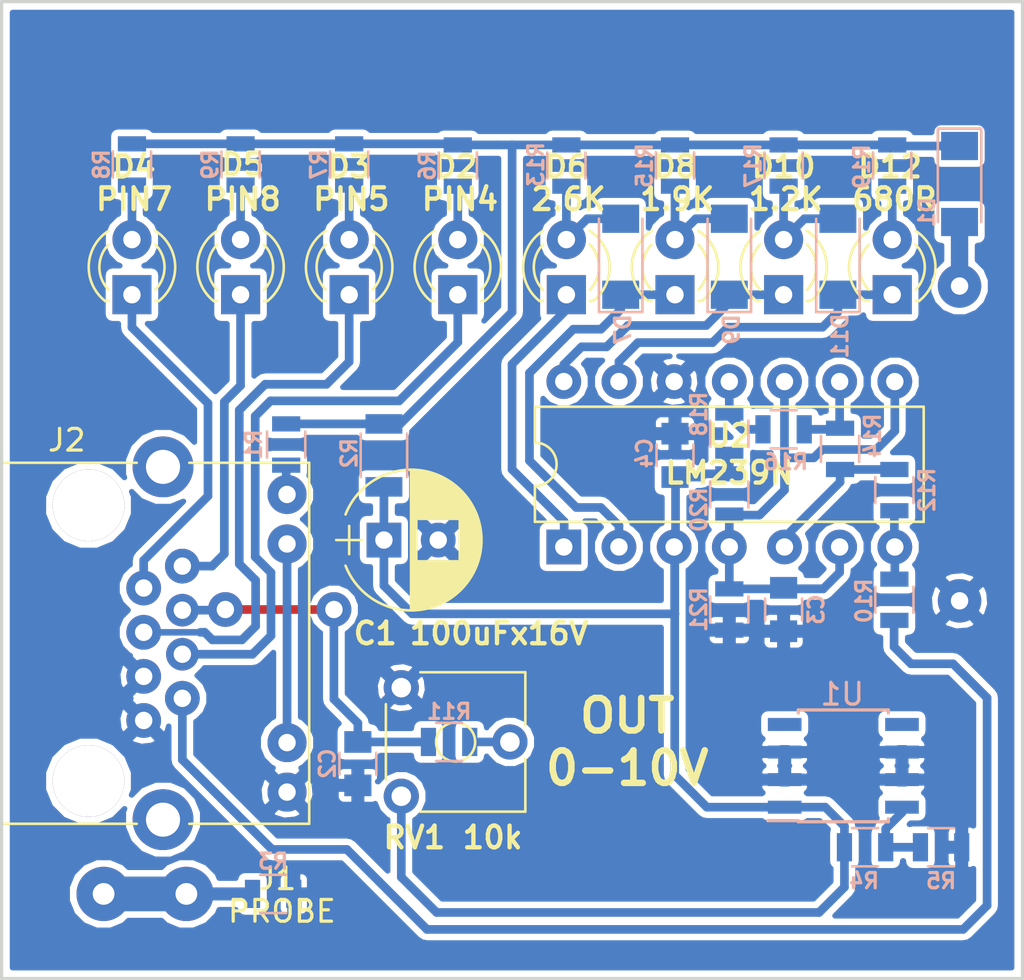
<source format=kicad_pcb>
(kicad_pcb (version 4) (host pcbnew 4.0.7)

  (general
    (links 83)
    (no_connects 0)
    (area 113.290475 75.924999 173.109525 121.075001)
    (thickness 1.6)
    (drawings 5)
    (tracks 188)
    (zones 0)
    (modules 46)
    (nets 33)
  )

  (page A4)
  (layers
    (0 F.Cu signal hide)
    (31 B.Cu signal hide)
    (32 B.Adhes user hide)
    (33 F.Adhes user hide)
    (34 B.Paste user hide)
    (35 F.Paste user hide)
    (36 B.SilkS user)
    (37 F.SilkS user hide)
    (38 B.Mask user hide)
    (39 F.Mask user hide)
    (40 Dwgs.User user hide)
    (41 Cmts.User user hide)
    (42 Eco1.User user hide)
    (43 Eco2.User user hide)
    (44 Edge.Cuts user)
    (45 Margin user hide)
    (46 B.CrtYd user hide)
    (47 F.CrtYd user hide)
    (48 B.Fab user)
    (49 F.Fab user hide)
  )

  (setup
    (last_trace_width 0.25)
    (user_trace_width 0.3)
    (user_trace_width 0.4)
    (user_trace_width 0.6)
    (user_trace_width 0.8)
    (trace_clearance 0.2)
    (zone_clearance 0.3)
    (zone_45_only no)
    (trace_min 0.2)
    (segment_width 0.2)
    (edge_width 0.15)
    (via_size 0.6)
    (via_drill 0.4)
    (via_min_size 0.4)
    (via_min_drill 0.3)
    (uvia_size 0.3)
    (uvia_drill 0.1)
    (uvias_allowed no)
    (uvia_min_size 0.2)
    (uvia_min_drill 0.1)
    (pcb_text_width 0.3)
    (pcb_text_size 1.5 1.5)
    (mod_edge_width 0.15)
    (mod_text_size 1 1)
    (mod_text_width 0.15)
    (pad_size 1.6 1.6)
    (pad_drill 0.8001)
    (pad_to_mask_clearance 0.2)
    (aux_axis_origin 0 0)
    (grid_origin 116 76)
    (visible_elements 7FFFCE61)
    (pcbplotparams
      (layerselection 0x21020_00000000)
      (usegerberextensions false)
      (excludeedgelayer false)
      (linewidth 0.100000)
      (plotframeref false)
      (viasonmask false)
      (mode 1)
      (useauxorigin false)
      (hpglpennumber 1)
      (hpglpenspeed 20)
      (hpglpendiameter 15)
      (hpglpenoverlay 2)
      (psnegative false)
      (psa4output false)
      (plotreference true)
      (plotvalue true)
      (plotinvisibletext false)
      (padsonsilk true)
      (subtractmaskfromsilk false)
      (outputformat 2)
      (mirror false)
      (drillshape 1)
      (scaleselection 1)
      (outputdirectory ../../../Users/alexanderpo/Desktop/gerbers/))
  )

  (net 0 "")
  (net 1 GND)
  (net 2 VCC)
  (net 3 /12VDC)
  (net 4 "Net-(D2-Pad2)")
  (net 5 "Net-(D3-Pad2)")
  (net 6 "Net-(D4-Pad2)")
  (net 7 "Net-(R10-Pad2)")
  (net 8 "Net-(R11-Pad2)")
  (net 9 "Net-(D5-Pad2)")
  (net 10 "Net-(D8-Pad2)")
  (net 11 "Net-(D5-Pad1)")
  (net 12 "Net-(D6-Pad1)")
  (net 13 "Net-(D10-Pad2)")
  (net 14 "Net-(D10-Pad1)")
  (net 15 "Net-(D11-Pad1)")
  (net 16 /PROBE)
  (net 17 "Net-(D1-Pad1)")
  (net 18 "Net-(D2-Pad1)")
  (net 19 "Net-(D3-Pad1)")
  (net 20 "Net-(D4-Pad1)")
  (net 21 "Net-(J2-Pad10)")
  (net 22 "Net-(J2-Pad12)")
  (net 23 "Net-(J2-Pad2)")
  (net 24 "Net-(C2-Pad1)")
  (net 25 "Net-(C3-Pad2)")
  (net 26 "Net-(D6-Pad2)")
  (net 27 "Net-(D7-Pad1)")
  (net 28 "Net-(D12-Pad2)")
  (net 29 "Net-(R4-Pad1)")
  (net 30 "Net-(R12-Pad2)")
  (net 31 "Net-(R14-Pad2)")
  (net 32 "Net-(R16-Pad2)")

  (net_class Default "This is the default net class."
    (clearance 0.2)
    (trace_width 0.25)
    (via_dia 0.6)
    (via_drill 0.4)
    (uvia_dia 0.3)
    (uvia_drill 0.1)
    (add_net /12VDC)
    (add_net /PROBE)
    (add_net GND)
    (add_net "Net-(C2-Pad1)")
    (add_net "Net-(C3-Pad2)")
    (add_net "Net-(D1-Pad1)")
    (add_net "Net-(D10-Pad1)")
    (add_net "Net-(D10-Pad2)")
    (add_net "Net-(D11-Pad1)")
    (add_net "Net-(D12-Pad2)")
    (add_net "Net-(D2-Pad1)")
    (add_net "Net-(D2-Pad2)")
    (add_net "Net-(D3-Pad1)")
    (add_net "Net-(D3-Pad2)")
    (add_net "Net-(D4-Pad1)")
    (add_net "Net-(D4-Pad2)")
    (add_net "Net-(D5-Pad1)")
    (add_net "Net-(D5-Pad2)")
    (add_net "Net-(D6-Pad1)")
    (add_net "Net-(D6-Pad2)")
    (add_net "Net-(D7-Pad1)")
    (add_net "Net-(D8-Pad2)")
    (add_net "Net-(J2-Pad10)")
    (add_net "Net-(J2-Pad12)")
    (add_net "Net-(J2-Pad2)")
    (add_net "Net-(R10-Pad2)")
    (add_net "Net-(R11-Pad2)")
    (add_net "Net-(R12-Pad2)")
    (add_net "Net-(R14-Pad2)")
    (add_net "Net-(R16-Pad2)")
    (add_net "Net-(R4-Pad1)")
    (add_net VCC)
  )

  (module Wire_Pads:SolderWirePad_single_0-8mmDrill (layer F.Cu) (tedit 5B3B04F5) (tstamp 5A902D04)
    (at 131.3 104)
    (fp_text reference REF** (at 0.5 0) (layer F.SilkS) hide
      (effects (font (size 1 1) (thickness 0.15)))
    )
    (fp_text value SolderWirePad_single_0-8mmDrill (at 0 2.54) (layer F.Fab) hide
      (effects (font (size 1 1) (thickness 0.15)))
    )
    (pad 1 thru_hole circle (at 0 0) (size 1.6 1.6) (drill 0.8001) (layers *.Cu *.Mask)
      (net 24 "Net-(C2-Pad1)"))
  )

  (module Wire_Pads:SolderWirePad_single_0-8mmDrill (layer F.Cu) (tedit 5B3B04EE) (tstamp 5A902CB4)
    (at 126.3 104)
    (fp_text reference REF** (at 0.5 0) (layer F.SilkS) hide
      (effects (font (size 1 1) (thickness 0.15)))
    )
    (fp_text value SolderWirePad_single_0-8mmDrill (at 0 2.54) (layer F.Fab) hide
      (effects (font (size 1 1) (thickness 0.15)))
    )
    (pad 1 thru_hole circle (at 0 0) (size 1.6 1.6) (drill 0.8001) (layers *.Cu *.Mask)
      (net 24 "Net-(C2-Pad1)"))
  )

  (module Wire_Pads:SolderWirePad_single_0-8mmDrill (layer F.Cu) (tedit 5A966BCA) (tstamp 5A902AD5)
    (at 160.1 103.6)
    (fp_text reference REF** (at 0.5 0) (layer F.SilkS) hide
      (effects (font (size 1 1) (thickness 0.15)))
    )
    (fp_text value SolderWirePad_single_0-8mmDrill (at 0 2.54) (layer F.Fab) hide
      (effects (font (size 1 1) (thickness 0.15)))
    )
    (pad 1 thru_hole circle (at 0 0) (size 2 2) (drill 0.8001) (layers *.Cu *.Mask)
      (net 1 GND))
  )

  (module capacitors:C_0805 (layer B.Cu) (tedit 5B3B1FA0) (tstamp 5A90012A)
    (at 132.4 111.1 270)
    (descr "Capacitor SMD 0805, reflow soldering, AVX (see smccp.pdf)")
    (tags "capacitor 0805")
    (path /5A7B7AFF)
    (attr smd)
    (fp_text reference C2 (at 0 1.4 270) (layer B.SilkS)
      (effects (font (size 0.7 0.7) (thickness 0.15)) (justify mirror))
    )
    (fp_text value 100n (at 0 0 270) (layer B.Fab)
      (effects (font (size 0.5 0.5) (thickness 0.1)) (justify mirror))
    )
    (fp_text user %R (at 0 0 270) (layer B.Fab) hide
      (effects (font (size 0.5 0.5) (thickness 0.075)) (justify mirror))
    )
    (fp_line (start -1 -0.62) (end -1 0.62) (layer B.Fab) (width 0.1))
    (fp_line (start 1 -0.62) (end -1 -0.62) (layer B.Fab) (width 0.1))
    (fp_line (start 1 0.62) (end 1 -0.62) (layer B.Fab) (width 0.1))
    (fp_line (start -1 0.62) (end 1 0.62) (layer B.Fab) (width 0.1))
    (fp_line (start 0.5 0.85) (end -0.5 0.85) (layer B.SilkS) (width 0.12))
    (fp_line (start -0.5 -0.85) (end 0.5 -0.85) (layer B.SilkS) (width 0.12))
    (fp_line (start -1.75 0.88) (end 1.75 0.88) (layer B.CrtYd) (width 0.05))
    (fp_line (start -1.75 0.88) (end -1.75 -0.87) (layer B.CrtYd) (width 0.05))
    (fp_line (start 1.75 -0.87) (end 1.75 0.88) (layer B.CrtYd) (width 0.05))
    (fp_line (start 1.75 -0.87) (end -1.75 -0.87) (layer B.CrtYd) (width 0.05))
    (pad 1 smd rect (at -1 0 270) (size 1 1.25) (layers B.Cu B.Paste B.Mask)
      (net 24 "Net-(C2-Pad1)"))
    (pad 2 smd rect (at 1 0 270) (size 1 1.25) (layers B.Cu B.Paste B.Mask)
      (net 1 GND))
    (model ${VENTLIB3DPACK}/C_0805.wrl
      (at (xyz 0 0 0))
      (scale (xyz 1 1 1))
      (rotate (xyz 0 0 0))
    )
  )

  (module capacitors:C_0805 (layer B.Cu) (tedit 5B3B1EEA) (tstamp 5A900130)
    (at 152 104 90)
    (descr "Capacitor SMD 0805, reflow soldering, AVX (see smccp.pdf)")
    (tags "capacitor 0805")
    (path /5A7B28D1)
    (attr smd)
    (fp_text reference C3 (at 0 1.5 90) (layer B.SilkS)
      (effects (font (size 0.7 0.7) (thickness 0.15)) (justify mirror))
    )
    (fp_text value 100n (at 0 0 90) (layer B.Fab)
      (effects (font (size 0.5 0.5) (thickness 0.1)) (justify mirror))
    )
    (fp_text user %R (at 0 0 90) (layer B.Fab) hide
      (effects (font (size 0.5 0.5) (thickness 0.075)) (justify mirror))
    )
    (fp_line (start -1 -0.62) (end -1 0.62) (layer B.Fab) (width 0.1))
    (fp_line (start 1 -0.62) (end -1 -0.62) (layer B.Fab) (width 0.1))
    (fp_line (start 1 0.62) (end 1 -0.62) (layer B.Fab) (width 0.1))
    (fp_line (start -1 0.62) (end 1 0.62) (layer B.Fab) (width 0.1))
    (fp_line (start 0.5 0.85) (end -0.5 0.85) (layer B.SilkS) (width 0.12))
    (fp_line (start -0.5 -0.85) (end 0.5 -0.85) (layer B.SilkS) (width 0.12))
    (fp_line (start -1.75 0.88) (end 1.75 0.88) (layer B.CrtYd) (width 0.05))
    (fp_line (start -1.75 0.88) (end -1.75 -0.87) (layer B.CrtYd) (width 0.05))
    (fp_line (start 1.75 -0.87) (end 1.75 0.88) (layer B.CrtYd) (width 0.05))
    (fp_line (start 1.75 -0.87) (end -1.75 -0.87) (layer B.CrtYd) (width 0.05))
    (pad 1 smd rect (at -1 0 90) (size 1 1.25) (layers B.Cu B.Paste B.Mask)
      (net 1 GND))
    (pad 2 smd rect (at 1 0 90) (size 1 1.25) (layers B.Cu B.Paste B.Mask)
      (net 25 "Net-(C3-Pad2)"))
    (model ${VENTLIB3DPACK}/C_0805.wrl
      (at (xyz 0 0 0))
      (scale (xyz 1 1 1))
      (rotate (xyz 0 0 0))
    )
  )

  (module capacitors:C_0805 (layer B.Cu) (tedit 5B3B1C70) (tstamp 5A900136)
    (at 147 96.9 270)
    (descr "Capacitor SMD 0805, reflow soldering, AVX (see smccp.pdf)")
    (tags "capacitor 0805")
    (path /5A7C65CD)
    (attr smd)
    (fp_text reference C4 (at -0.1 1.4 270) (layer B.SilkS)
      (effects (font (size 0.7 0.7) (thickness 0.15)) (justify mirror))
    )
    (fp_text value 100n (at 0 0 270) (layer B.Fab)
      (effects (font (size 0.5 0.5) (thickness 0.1)) (justify mirror))
    )
    (fp_text user %R (at 0 0 270) (layer B.Fab) hide
      (effects (font (size 0.5 0.5) (thickness 0.075)) (justify mirror))
    )
    (fp_line (start -1 -0.62) (end -1 0.62) (layer B.Fab) (width 0.1))
    (fp_line (start 1 -0.62) (end -1 -0.62) (layer B.Fab) (width 0.1))
    (fp_line (start 1 0.62) (end 1 -0.62) (layer B.Fab) (width 0.1))
    (fp_line (start -1 0.62) (end 1 0.62) (layer B.Fab) (width 0.1))
    (fp_line (start 0.5 0.85) (end -0.5 0.85) (layer B.SilkS) (width 0.12))
    (fp_line (start -0.5 -0.85) (end 0.5 -0.85) (layer B.SilkS) (width 0.12))
    (fp_line (start -1.75 0.88) (end 1.75 0.88) (layer B.CrtYd) (width 0.05))
    (fp_line (start -1.75 0.88) (end -1.75 -0.87) (layer B.CrtYd) (width 0.05))
    (fp_line (start 1.75 -0.87) (end 1.75 0.88) (layer B.CrtYd) (width 0.05))
    (fp_line (start 1.75 -0.87) (end -1.75 -0.87) (layer B.CrtYd) (width 0.05))
    (pad 1 smd rect (at -1 0 270) (size 1 1.25) (layers B.Cu B.Paste B.Mask)
      (net 1 GND))
    (pad 2 smd rect (at 1 0 270) (size 1 1.25) (layers B.Cu B.Paste B.Mask)
      (net 2 VCC))
    (model ${VENTLIB3DPACK}/C_0805.wrl
      (at (xyz 0 0 0))
      (scale (xyz 1 1 1))
      (rotate (xyz 0 0 0))
    )
  )

  (module capacitors:CP_Radial_D6.3mm_P2.50mm (layer F.Cu) (tedit 5B3B19A2) (tstamp 5A90013C)
    (at 133.6 100.8)
    (descr "CP, Radial series, Radial, pin pitch=2.50mm, , diameter=6.3mm, Electrolytic Capacitor")
    (tags "CP Radial series Radial pin pitch 2.50mm  diameter 6.3mm Electrolytic Capacitor")
    (path /5A90144E)
    (fp_text reference C1 (at -0.4 4.3) (layer F.SilkS)
      (effects (font (size 1 1) (thickness 0.2)))
    )
    (fp_text value 100uFx16V (at 5.3 4.3) (layer F.SilkS)
      (effects (font (size 1 1) (thickness 0.2)))
    )
    (fp_arc (start 1.25 0) (end -1.767482 -1.18) (angle 137.3) (layer F.SilkS) (width 0.12))
    (fp_arc (start 1.25 0) (end -1.767482 1.18) (angle -137.3) (layer F.SilkS) (width 0.12))
    (fp_arc (start 1.25 0) (end 4.267482 -1.18) (angle 42.7) (layer F.SilkS) (width 0.12))
    (fp_circle (center 1.25 0) (end 4.4 0) (layer F.Fab) (width 0.1))
    (fp_line (start -2.2 0) (end -1 0) (layer F.Fab) (width 0.1))
    (fp_line (start -1.6 -0.65) (end -1.6 0.65) (layer F.Fab) (width 0.1))
    (fp_line (start 1.25 -3.2) (end 1.25 3.2) (layer F.SilkS) (width 0.12))
    (fp_line (start 1.29 -3.2) (end 1.29 3.2) (layer F.SilkS) (width 0.12))
    (fp_line (start 1.33 -3.2) (end 1.33 3.2) (layer F.SilkS) (width 0.12))
    (fp_line (start 1.37 -3.198) (end 1.37 3.198) (layer F.SilkS) (width 0.12))
    (fp_line (start 1.41 -3.197) (end 1.41 3.197) (layer F.SilkS) (width 0.12))
    (fp_line (start 1.45 -3.194) (end 1.45 3.194) (layer F.SilkS) (width 0.12))
    (fp_line (start 1.49 -3.192) (end 1.49 3.192) (layer F.SilkS) (width 0.12))
    (fp_line (start 1.53 -3.188) (end 1.53 -0.98) (layer F.SilkS) (width 0.12))
    (fp_line (start 1.53 0.98) (end 1.53 3.188) (layer F.SilkS) (width 0.12))
    (fp_line (start 1.57 -3.185) (end 1.57 -0.98) (layer F.SilkS) (width 0.12))
    (fp_line (start 1.57 0.98) (end 1.57 3.185) (layer F.SilkS) (width 0.12))
    (fp_line (start 1.61 -3.18) (end 1.61 -0.98) (layer F.SilkS) (width 0.12))
    (fp_line (start 1.61 0.98) (end 1.61 3.18) (layer F.SilkS) (width 0.12))
    (fp_line (start 1.65 -3.176) (end 1.65 -0.98) (layer F.SilkS) (width 0.12))
    (fp_line (start 1.65 0.98) (end 1.65 3.176) (layer F.SilkS) (width 0.12))
    (fp_line (start 1.69 -3.17) (end 1.69 -0.98) (layer F.SilkS) (width 0.12))
    (fp_line (start 1.69 0.98) (end 1.69 3.17) (layer F.SilkS) (width 0.12))
    (fp_line (start 1.73 -3.165) (end 1.73 -0.98) (layer F.SilkS) (width 0.12))
    (fp_line (start 1.73 0.98) (end 1.73 3.165) (layer F.SilkS) (width 0.12))
    (fp_line (start 1.77 -3.158) (end 1.77 -0.98) (layer F.SilkS) (width 0.12))
    (fp_line (start 1.77 0.98) (end 1.77 3.158) (layer F.SilkS) (width 0.12))
    (fp_line (start 1.81 -3.152) (end 1.81 -0.98) (layer F.SilkS) (width 0.12))
    (fp_line (start 1.81 0.98) (end 1.81 3.152) (layer F.SilkS) (width 0.12))
    (fp_line (start 1.85 -3.144) (end 1.85 -0.98) (layer F.SilkS) (width 0.12))
    (fp_line (start 1.85 0.98) (end 1.85 3.144) (layer F.SilkS) (width 0.12))
    (fp_line (start 1.89 -3.137) (end 1.89 -0.98) (layer F.SilkS) (width 0.12))
    (fp_line (start 1.89 0.98) (end 1.89 3.137) (layer F.SilkS) (width 0.12))
    (fp_line (start 1.93 -3.128) (end 1.93 -0.98) (layer F.SilkS) (width 0.12))
    (fp_line (start 1.93 0.98) (end 1.93 3.128) (layer F.SilkS) (width 0.12))
    (fp_line (start 1.971 -3.119) (end 1.971 -0.98) (layer F.SilkS) (width 0.12))
    (fp_line (start 1.971 0.98) (end 1.971 3.119) (layer F.SilkS) (width 0.12))
    (fp_line (start 2.011 -3.11) (end 2.011 -0.98) (layer F.SilkS) (width 0.12))
    (fp_line (start 2.011 0.98) (end 2.011 3.11) (layer F.SilkS) (width 0.12))
    (fp_line (start 2.051 -3.1) (end 2.051 -0.98) (layer F.SilkS) (width 0.12))
    (fp_line (start 2.051 0.98) (end 2.051 3.1) (layer F.SilkS) (width 0.12))
    (fp_line (start 2.091 -3.09) (end 2.091 -0.98) (layer F.SilkS) (width 0.12))
    (fp_line (start 2.091 0.98) (end 2.091 3.09) (layer F.SilkS) (width 0.12))
    (fp_line (start 2.131 -3.079) (end 2.131 -0.98) (layer F.SilkS) (width 0.12))
    (fp_line (start 2.131 0.98) (end 2.131 3.079) (layer F.SilkS) (width 0.12))
    (fp_line (start 2.171 -3.067) (end 2.171 -0.98) (layer F.SilkS) (width 0.12))
    (fp_line (start 2.171 0.98) (end 2.171 3.067) (layer F.SilkS) (width 0.12))
    (fp_line (start 2.211 -3.055) (end 2.211 -0.98) (layer F.SilkS) (width 0.12))
    (fp_line (start 2.211 0.98) (end 2.211 3.055) (layer F.SilkS) (width 0.12))
    (fp_line (start 2.251 -3.042) (end 2.251 -0.98) (layer F.SilkS) (width 0.12))
    (fp_line (start 2.251 0.98) (end 2.251 3.042) (layer F.SilkS) (width 0.12))
    (fp_line (start 2.291 -3.029) (end 2.291 -0.98) (layer F.SilkS) (width 0.12))
    (fp_line (start 2.291 0.98) (end 2.291 3.029) (layer F.SilkS) (width 0.12))
    (fp_line (start 2.331 -3.015) (end 2.331 -0.98) (layer F.SilkS) (width 0.12))
    (fp_line (start 2.331 0.98) (end 2.331 3.015) (layer F.SilkS) (width 0.12))
    (fp_line (start 2.371 -3.001) (end 2.371 -0.98) (layer F.SilkS) (width 0.12))
    (fp_line (start 2.371 0.98) (end 2.371 3.001) (layer F.SilkS) (width 0.12))
    (fp_line (start 2.411 -2.986) (end 2.411 -0.98) (layer F.SilkS) (width 0.12))
    (fp_line (start 2.411 0.98) (end 2.411 2.986) (layer F.SilkS) (width 0.12))
    (fp_line (start 2.451 -2.97) (end 2.451 -0.98) (layer F.SilkS) (width 0.12))
    (fp_line (start 2.451 0.98) (end 2.451 2.97) (layer F.SilkS) (width 0.12))
    (fp_line (start 2.491 -2.954) (end 2.491 -0.98) (layer F.SilkS) (width 0.12))
    (fp_line (start 2.491 0.98) (end 2.491 2.954) (layer F.SilkS) (width 0.12))
    (fp_line (start 2.531 -2.937) (end 2.531 -0.98) (layer F.SilkS) (width 0.12))
    (fp_line (start 2.531 0.98) (end 2.531 2.937) (layer F.SilkS) (width 0.12))
    (fp_line (start 2.571 -2.919) (end 2.571 -0.98) (layer F.SilkS) (width 0.12))
    (fp_line (start 2.571 0.98) (end 2.571 2.919) (layer F.SilkS) (width 0.12))
    (fp_line (start 2.611 -2.901) (end 2.611 -0.98) (layer F.SilkS) (width 0.12))
    (fp_line (start 2.611 0.98) (end 2.611 2.901) (layer F.SilkS) (width 0.12))
    (fp_line (start 2.651 -2.882) (end 2.651 -0.98) (layer F.SilkS) (width 0.12))
    (fp_line (start 2.651 0.98) (end 2.651 2.882) (layer F.SilkS) (width 0.12))
    (fp_line (start 2.691 -2.863) (end 2.691 -0.98) (layer F.SilkS) (width 0.12))
    (fp_line (start 2.691 0.98) (end 2.691 2.863) (layer F.SilkS) (width 0.12))
    (fp_line (start 2.731 -2.843) (end 2.731 -0.98) (layer F.SilkS) (width 0.12))
    (fp_line (start 2.731 0.98) (end 2.731 2.843) (layer F.SilkS) (width 0.12))
    (fp_line (start 2.771 -2.822) (end 2.771 -0.98) (layer F.SilkS) (width 0.12))
    (fp_line (start 2.771 0.98) (end 2.771 2.822) (layer F.SilkS) (width 0.12))
    (fp_line (start 2.811 -2.8) (end 2.811 -0.98) (layer F.SilkS) (width 0.12))
    (fp_line (start 2.811 0.98) (end 2.811 2.8) (layer F.SilkS) (width 0.12))
    (fp_line (start 2.851 -2.778) (end 2.851 -0.98) (layer F.SilkS) (width 0.12))
    (fp_line (start 2.851 0.98) (end 2.851 2.778) (layer F.SilkS) (width 0.12))
    (fp_line (start 2.891 -2.755) (end 2.891 -0.98) (layer F.SilkS) (width 0.12))
    (fp_line (start 2.891 0.98) (end 2.891 2.755) (layer F.SilkS) (width 0.12))
    (fp_line (start 2.931 -2.731) (end 2.931 -0.98) (layer F.SilkS) (width 0.12))
    (fp_line (start 2.931 0.98) (end 2.931 2.731) (layer F.SilkS) (width 0.12))
    (fp_line (start 2.971 -2.706) (end 2.971 -0.98) (layer F.SilkS) (width 0.12))
    (fp_line (start 2.971 0.98) (end 2.971 2.706) (layer F.SilkS) (width 0.12))
    (fp_line (start 3.011 -2.681) (end 3.011 -0.98) (layer F.SilkS) (width 0.12))
    (fp_line (start 3.011 0.98) (end 3.011 2.681) (layer F.SilkS) (width 0.12))
    (fp_line (start 3.051 -2.654) (end 3.051 -0.98) (layer F.SilkS) (width 0.12))
    (fp_line (start 3.051 0.98) (end 3.051 2.654) (layer F.SilkS) (width 0.12))
    (fp_line (start 3.091 -2.627) (end 3.091 -0.98) (layer F.SilkS) (width 0.12))
    (fp_line (start 3.091 0.98) (end 3.091 2.627) (layer F.SilkS) (width 0.12))
    (fp_line (start 3.131 -2.599) (end 3.131 -0.98) (layer F.SilkS) (width 0.12))
    (fp_line (start 3.131 0.98) (end 3.131 2.599) (layer F.SilkS) (width 0.12))
    (fp_line (start 3.171 -2.57) (end 3.171 -0.98) (layer F.SilkS) (width 0.12))
    (fp_line (start 3.171 0.98) (end 3.171 2.57) (layer F.SilkS) (width 0.12))
    (fp_line (start 3.211 -2.54) (end 3.211 -0.98) (layer F.SilkS) (width 0.12))
    (fp_line (start 3.211 0.98) (end 3.211 2.54) (layer F.SilkS) (width 0.12))
    (fp_line (start 3.251 -2.51) (end 3.251 -0.98) (layer F.SilkS) (width 0.12))
    (fp_line (start 3.251 0.98) (end 3.251 2.51) (layer F.SilkS) (width 0.12))
    (fp_line (start 3.291 -2.478) (end 3.291 -0.98) (layer F.SilkS) (width 0.12))
    (fp_line (start 3.291 0.98) (end 3.291 2.478) (layer F.SilkS) (width 0.12))
    (fp_line (start 3.331 -2.445) (end 3.331 -0.98) (layer F.SilkS) (width 0.12))
    (fp_line (start 3.331 0.98) (end 3.331 2.445) (layer F.SilkS) (width 0.12))
    (fp_line (start 3.371 -2.411) (end 3.371 -0.98) (layer F.SilkS) (width 0.12))
    (fp_line (start 3.371 0.98) (end 3.371 2.411) (layer F.SilkS) (width 0.12))
    (fp_line (start 3.411 -2.375) (end 3.411 -0.98) (layer F.SilkS) (width 0.12))
    (fp_line (start 3.411 0.98) (end 3.411 2.375) (layer F.SilkS) (width 0.12))
    (fp_line (start 3.451 -2.339) (end 3.451 -0.98) (layer F.SilkS) (width 0.12))
    (fp_line (start 3.451 0.98) (end 3.451 2.339) (layer F.SilkS) (width 0.12))
    (fp_line (start 3.491 -2.301) (end 3.491 2.301) (layer F.SilkS) (width 0.12))
    (fp_line (start 3.531 -2.262) (end 3.531 2.262) (layer F.SilkS) (width 0.12))
    (fp_line (start 3.571 -2.222) (end 3.571 2.222) (layer F.SilkS) (width 0.12))
    (fp_line (start 3.611 -2.18) (end 3.611 2.18) (layer F.SilkS) (width 0.12))
    (fp_line (start 3.651 -2.137) (end 3.651 2.137) (layer F.SilkS) (width 0.12))
    (fp_line (start 3.691 -2.092) (end 3.691 2.092) (layer F.SilkS) (width 0.12))
    (fp_line (start 3.731 -2.045) (end 3.731 2.045) (layer F.SilkS) (width 0.12))
    (fp_line (start 3.771 -1.997) (end 3.771 1.997) (layer F.SilkS) (width 0.12))
    (fp_line (start 3.811 -1.946) (end 3.811 1.946) (layer F.SilkS) (width 0.12))
    (fp_line (start 3.851 -1.894) (end 3.851 1.894) (layer F.SilkS) (width 0.12))
    (fp_line (start 3.891 -1.839) (end 3.891 1.839) (layer F.SilkS) (width 0.12))
    (fp_line (start 3.931 -1.781) (end 3.931 1.781) (layer F.SilkS) (width 0.12))
    (fp_line (start 3.971 -1.721) (end 3.971 1.721) (layer F.SilkS) (width 0.12))
    (fp_line (start 4.011 -1.658) (end 4.011 1.658) (layer F.SilkS) (width 0.12))
    (fp_line (start 4.051 -1.591) (end 4.051 1.591) (layer F.SilkS) (width 0.12))
    (fp_line (start 4.091 -1.52) (end 4.091 1.52) (layer F.SilkS) (width 0.12))
    (fp_line (start 4.131 -1.445) (end 4.131 1.445) (layer F.SilkS) (width 0.12))
    (fp_line (start 4.171 -1.364) (end 4.171 1.364) (layer F.SilkS) (width 0.12))
    (fp_line (start 4.211 -1.278) (end 4.211 1.278) (layer F.SilkS) (width 0.12))
    (fp_line (start 4.251 -1.184) (end 4.251 1.184) (layer F.SilkS) (width 0.12))
    (fp_line (start 4.291 -1.081) (end 4.291 1.081) (layer F.SilkS) (width 0.12))
    (fp_line (start 4.331 -0.966) (end 4.331 0.966) (layer F.SilkS) (width 0.12))
    (fp_line (start 4.371 -0.834) (end 4.371 0.834) (layer F.SilkS) (width 0.12))
    (fp_line (start 4.411 -0.676) (end 4.411 0.676) (layer F.SilkS) (width 0.12))
    (fp_line (start 4.451 -0.468) (end 4.451 0.468) (layer F.SilkS) (width 0.12))
    (fp_line (start -2.2 0) (end -1 0) (layer F.SilkS) (width 0.12))
    (fp_line (start -1.6 -0.65) (end -1.6 0.65) (layer F.SilkS) (width 0.12))
    (fp_line (start -2.25 -3.5) (end -2.25 3.5) (layer F.CrtYd) (width 0.05))
    (fp_line (start -2.25 3.5) (end 4.75 3.5) (layer F.CrtYd) (width 0.05))
    (fp_line (start 4.75 3.5) (end 4.75 -3.5) (layer F.CrtYd) (width 0.05))
    (fp_line (start 4.75 -3.5) (end -2.25 -3.5) (layer F.CrtYd) (width 0.05))
    (fp_text user %R (at -0.4 4.4) (layer F.Fab) hide
      (effects (font (size 1 1) (thickness 0.2)))
    )
    (pad 1 thru_hole rect (at 0 0) (size 1.6 1.6) (drill 0.8) (layers *.Cu *.Mask)
      (net 2 VCC))
    (pad 2 thru_hole circle (at 2.5 0) (size 1.6 1.6) (drill 0.8) (layers *.Cu *.Mask)
      (net 1 GND))
    (model ${VENTLIB3DPACK}/CP_Radial_D6.3mm_P2.50mm.wrl
      (at (xyz 0 0 0))
      (scale (xyz 1 1 1))
      (rotate (xyz 0 0 0))
    )
  )

  (module LEDs:LED_D3.0mm (layer F.Cu) (tedit 5B3B1ADA) (tstamp 5A900142)
    (at 137 89.5 90)
    (descr "LED, diameter 3.0mm, 2 pins")
    (tags "LED diameter 3.0mm 2 pins")
    (path /5A791378)
    (fp_text reference D2 (at 5.9 -0.1 180) (layer F.SilkS)
      (effects (font (size 1 1) (thickness 0.2)))
    )
    (fp_text value PIN4 (at 4.4 0.1 180) (layer F.SilkS)
      (effects (font (size 1 1) (thickness 0.2)))
    )
    (fp_arc (start 1.27 0) (end -0.23 -1.16619) (angle 284.3) (layer F.Fab) (width 0.1))
    (fp_arc (start 1.27 0) (end -0.29 -1.235516) (angle 108.8) (layer F.SilkS) (width 0.12))
    (fp_arc (start 1.27 0) (end -0.29 1.235516) (angle -108.8) (layer F.SilkS) (width 0.12))
    (fp_arc (start 1.27 0) (end 0.229039 -1.08) (angle 87.9) (layer F.SilkS) (width 0.12))
    (fp_arc (start 1.27 0) (end 0.229039 1.08) (angle -87.9) (layer F.SilkS) (width 0.12))
    (fp_circle (center 1.27 0) (end 2.77 0) (layer F.Fab) (width 0.1))
    (fp_line (start -0.23 -1.16619) (end -0.23 1.16619) (layer F.Fab) (width 0.1))
    (fp_line (start -0.29 -1.236) (end -0.29 -1.08) (layer F.SilkS) (width 0.12))
    (fp_line (start -0.29 1.08) (end -0.29 1.236) (layer F.SilkS) (width 0.12))
    (fp_line (start -1.15 -2.25) (end -1.15 2.25) (layer F.CrtYd) (width 0.05))
    (fp_line (start -1.15 2.25) (end 3.7 2.25) (layer F.CrtYd) (width 0.05))
    (fp_line (start 3.7 2.25) (end 3.7 -2.25) (layer F.CrtYd) (width 0.05))
    (fp_line (start 3.7 -2.25) (end -1.15 -2.25) (layer F.CrtYd) (width 0.05))
    (pad 1 thru_hole rect (at 0 0 90) (size 1.8 1.8) (drill 0.8) (layers *.Cu *.Mask)
      (net 18 "Net-(D2-Pad1)"))
    (pad 2 thru_hole circle (at 2.54 0 90) (size 1.8 1.8) (drill 0.8) (layers *.Cu *.Mask)
      (net 4 "Net-(D2-Pad2)"))
    (model ${KISYS3DMOD}/LEDs.3dshapes/LED_D3.0mm.wrl
      (at (xyz 0 0 0))
      (scale (xyz 0.393701 0.393701 0.393701))
      (rotate (xyz 0 0 0))
    )
  )

  (module LEDs:LED_D3.0mm (layer F.Cu) (tedit 5B3B1AD1) (tstamp 5A900148)
    (at 132 89.5 90)
    (descr "LED, diameter 3.0mm, 2 pins")
    (tags "LED diameter 3.0mm 2 pins")
    (path /5A79179B)
    (fp_text reference D3 (at 5.9 0 180) (layer F.SilkS)
      (effects (font (size 1 1) (thickness 0.2)))
    )
    (fp_text value PIN5 (at 4.4 0.1 180) (layer F.SilkS)
      (effects (font (size 1 1) (thickness 0.2)))
    )
    (fp_arc (start 1.27 0) (end -0.23 -1.16619) (angle 284.3) (layer F.Fab) (width 0.1))
    (fp_arc (start 1.27 0) (end -0.29 -1.235516) (angle 108.8) (layer F.SilkS) (width 0.12))
    (fp_arc (start 1.27 0) (end -0.29 1.235516) (angle -108.8) (layer F.SilkS) (width 0.12))
    (fp_arc (start 1.27 0) (end 0.229039 -1.08) (angle 87.9) (layer F.SilkS) (width 0.12))
    (fp_arc (start 1.27 0) (end 0.229039 1.08) (angle -87.9) (layer F.SilkS) (width 0.12))
    (fp_circle (center 1.27 0) (end 2.77 0) (layer F.Fab) (width 0.1))
    (fp_line (start -0.23 -1.16619) (end -0.23 1.16619) (layer F.Fab) (width 0.1))
    (fp_line (start -0.29 -1.236) (end -0.29 -1.08) (layer F.SilkS) (width 0.12))
    (fp_line (start -0.29 1.08) (end -0.29 1.236) (layer F.SilkS) (width 0.12))
    (fp_line (start -1.15 -2.25) (end -1.15 2.25) (layer F.CrtYd) (width 0.05))
    (fp_line (start -1.15 2.25) (end 3.7 2.25) (layer F.CrtYd) (width 0.05))
    (fp_line (start 3.7 2.25) (end 3.7 -2.25) (layer F.CrtYd) (width 0.05))
    (fp_line (start 3.7 -2.25) (end -1.15 -2.25) (layer F.CrtYd) (width 0.05))
    (pad 1 thru_hole rect (at 0 0 90) (size 1.8 1.8) (drill 0.8) (layers *.Cu *.Mask)
      (net 19 "Net-(D3-Pad1)"))
    (pad 2 thru_hole circle (at 2.54 0 90) (size 1.8 1.8) (drill 0.8) (layers *.Cu *.Mask)
      (net 5 "Net-(D3-Pad2)"))
    (model ${KISYS3DMOD}/LEDs.3dshapes/LED_D3.0mm.wrl
      (at (xyz 0 0 0))
      (scale (xyz 0.393701 0.393701 0.393701))
      (rotate (xyz 0 0 0))
    )
  )

  (module LEDs:LED_D3.0mm (layer F.Cu) (tedit 5B3B1A2C) (tstamp 5A90014E)
    (at 122 89.5 90)
    (descr "LED, diameter 3.0mm, 2 pins")
    (tags "LED diameter 3.0mm 2 pins")
    (path /5A79191F)
    (fp_text reference D4 (at 5.9 0.1 180) (layer F.SilkS)
      (effects (font (size 1 1) (thickness 0.2)))
    )
    (fp_text value PIN7 (at 4.4 0.1 180) (layer F.SilkS)
      (effects (font (size 1 1) (thickness 0.2)))
    )
    (fp_arc (start 1.27 0) (end -0.23 -1.16619) (angle 284.3) (layer F.Fab) (width 0.1))
    (fp_arc (start 1.27 0) (end -0.29 -1.235516) (angle 108.8) (layer F.SilkS) (width 0.12))
    (fp_arc (start 1.27 0) (end -0.29 1.235516) (angle -108.8) (layer F.SilkS) (width 0.12))
    (fp_arc (start 1.27 0) (end 0.229039 -1.08) (angle 87.9) (layer F.SilkS) (width 0.12))
    (fp_arc (start 1.27 0) (end 0.229039 1.08) (angle -87.9) (layer F.SilkS) (width 0.12))
    (fp_circle (center 1.27 0) (end 2.77 0) (layer F.Fab) (width 0.1))
    (fp_line (start -0.23 -1.16619) (end -0.23 1.16619) (layer F.Fab) (width 0.1))
    (fp_line (start -0.29 -1.236) (end -0.29 -1.08) (layer F.SilkS) (width 0.12))
    (fp_line (start -0.29 1.08) (end -0.29 1.236) (layer F.SilkS) (width 0.12))
    (fp_line (start -1.15 -2.25) (end -1.15 2.25) (layer F.CrtYd) (width 0.05))
    (fp_line (start -1.15 2.25) (end 3.7 2.25) (layer F.CrtYd) (width 0.05))
    (fp_line (start 3.7 2.25) (end 3.7 -2.25) (layer F.CrtYd) (width 0.05))
    (fp_line (start 3.7 -2.25) (end -1.15 -2.25) (layer F.CrtYd) (width 0.05))
    (pad 1 thru_hole rect (at 0 0 90) (size 1.8 1.8) (drill 0.8) (layers *.Cu *.Mask)
      (net 20 "Net-(D4-Pad1)"))
    (pad 2 thru_hole circle (at 2.54 0 90) (size 1.8 1.8) (drill 0.8) (layers *.Cu *.Mask)
      (net 6 "Net-(D4-Pad2)"))
    (model ${KISYS3DMOD}/LEDs.3dshapes/LED_D3.0mm.wrl
      (at (xyz 0 0 0))
      (scale (xyz 0.393701 0.393701 0.393701))
      (rotate (xyz 0 0 0))
    )
  )

  (module LEDs:LED_D3.0mm (layer F.Cu) (tedit 5B3B1AC8) (tstamp 5A900154)
    (at 127 89.5 90)
    (descr "LED, diameter 3.0mm, 2 pins")
    (tags "LED diameter 3.0mm 2 pins")
    (path /5A791AAD)
    (fp_text reference D5 (at 6 0.1 180) (layer F.SilkS)
      (effects (font (size 1 1) (thickness 0.2)))
    )
    (fp_text value PIN8 (at 4.4 0.1 180) (layer F.SilkS)
      (effects (font (size 1 1) (thickness 0.2)))
    )
    (fp_arc (start 1.27 0) (end -0.23 -1.16619) (angle 284.3) (layer F.Fab) (width 0.1))
    (fp_arc (start 1.27 0) (end -0.29 -1.235516) (angle 108.8) (layer F.SilkS) (width 0.12))
    (fp_arc (start 1.27 0) (end -0.29 1.235516) (angle -108.8) (layer F.SilkS) (width 0.12))
    (fp_arc (start 1.27 0) (end 0.229039 -1.08) (angle 87.9) (layer F.SilkS) (width 0.12))
    (fp_arc (start 1.27 0) (end 0.229039 1.08) (angle -87.9) (layer F.SilkS) (width 0.12))
    (fp_circle (center 1.27 0) (end 2.77 0) (layer F.Fab) (width 0.1))
    (fp_line (start -0.23 -1.16619) (end -0.23 1.16619) (layer F.Fab) (width 0.1))
    (fp_line (start -0.29 -1.236) (end -0.29 -1.08) (layer F.SilkS) (width 0.12))
    (fp_line (start -0.29 1.08) (end -0.29 1.236) (layer F.SilkS) (width 0.12))
    (fp_line (start -1.15 -2.25) (end -1.15 2.25) (layer F.CrtYd) (width 0.05))
    (fp_line (start -1.15 2.25) (end 3.7 2.25) (layer F.CrtYd) (width 0.05))
    (fp_line (start 3.7 2.25) (end 3.7 -2.25) (layer F.CrtYd) (width 0.05))
    (fp_line (start 3.7 -2.25) (end -1.15 -2.25) (layer F.CrtYd) (width 0.05))
    (pad 1 thru_hole rect (at 0 0 90) (size 1.8 1.8) (drill 0.8) (layers *.Cu *.Mask)
      (net 11 "Net-(D5-Pad1)"))
    (pad 2 thru_hole circle (at 2.54 0 90) (size 1.8 1.8) (drill 0.8) (layers *.Cu *.Mask)
      (net 9 "Net-(D5-Pad2)"))
    (model ${KISYS3DMOD}/LEDs.3dshapes/LED_D3.0mm.wrl
      (at (xyz 0 0 0))
      (scale (xyz 0.393701 0.393701 0.393701))
      (rotate (xyz 0 0 0))
    )
  )

  (module LEDs:LED_D3.0mm (layer F.Cu) (tedit 5B3B1AE3) (tstamp 5A90015A)
    (at 142 89.5 90)
    (descr "LED, diameter 3.0mm, 2 pins")
    (tags "LED diameter 3.0mm 2 pins")
    (path /5A79B9F9)
    (fp_text reference D6 (at 5.9 0 180) (layer F.SilkS)
      (effects (font (size 1 1) (thickness 0.2)))
    )
    (fp_text value 2.6K (at 4.4 0.1 180) (layer F.SilkS)
      (effects (font (size 1 1) (thickness 0.2)))
    )
    (fp_arc (start 1.27 0) (end -0.23 -1.16619) (angle 284.3) (layer F.Fab) (width 0.1))
    (fp_arc (start 1.27 0) (end -0.29 -1.235516) (angle 108.8) (layer F.SilkS) (width 0.12))
    (fp_arc (start 1.27 0) (end -0.29 1.235516) (angle -108.8) (layer F.SilkS) (width 0.12))
    (fp_arc (start 1.27 0) (end 0.229039 -1.08) (angle 87.9) (layer F.SilkS) (width 0.12))
    (fp_arc (start 1.27 0) (end 0.229039 1.08) (angle -87.9) (layer F.SilkS) (width 0.12))
    (fp_circle (center 1.27 0) (end 2.77 0) (layer F.Fab) (width 0.1))
    (fp_line (start -0.23 -1.16619) (end -0.23 1.16619) (layer F.Fab) (width 0.1))
    (fp_line (start -0.29 -1.236) (end -0.29 -1.08) (layer F.SilkS) (width 0.12))
    (fp_line (start -0.29 1.08) (end -0.29 1.236) (layer F.SilkS) (width 0.12))
    (fp_line (start -1.15 -2.25) (end -1.15 2.25) (layer F.CrtYd) (width 0.05))
    (fp_line (start -1.15 2.25) (end 3.7 2.25) (layer F.CrtYd) (width 0.05))
    (fp_line (start 3.7 2.25) (end 3.7 -2.25) (layer F.CrtYd) (width 0.05))
    (fp_line (start 3.7 -2.25) (end -1.15 -2.25) (layer F.CrtYd) (width 0.05))
    (pad 1 thru_hole rect (at 0 0 90) (size 1.8 1.8) (drill 0.8) (layers *.Cu *.Mask)
      (net 12 "Net-(D6-Pad1)"))
    (pad 2 thru_hole circle (at 2.54 0 90) (size 1.8 1.8) (drill 0.8) (layers *.Cu *.Mask)
      (net 26 "Net-(D6-Pad2)"))
    (model ${KISYS3DMOD}/LEDs.3dshapes/LED_D3.0mm.wrl
      (at (xyz 0 0 0))
      (scale (xyz 0.393701 0.393701 0.393701))
      (rotate (xyz 0 0 0))
    )
  )

  (module LEDs:LED_D3.0mm (layer F.Cu) (tedit 5B3B1AEC) (tstamp 5A900160)
    (at 147 89.5 90)
    (descr "LED, diameter 3.0mm, 2 pins")
    (tags "LED diameter 3.0mm 2 pins")
    (path /5A79BAC9)
    (fp_text reference D8 (at 5.9 0 180) (layer F.SilkS)
      (effects (font (size 1 1) (thickness 0.2)))
    )
    (fp_text value 1.9K (at 4.4 0.1 180) (layer F.SilkS)
      (effects (font (size 1 1) (thickness 0.2)))
    )
    (fp_arc (start 1.27 0) (end -0.23 -1.16619) (angle 284.3) (layer F.Fab) (width 0.1))
    (fp_arc (start 1.27 0) (end -0.29 -1.235516) (angle 108.8) (layer F.SilkS) (width 0.12))
    (fp_arc (start 1.27 0) (end -0.29 1.235516) (angle -108.8) (layer F.SilkS) (width 0.12))
    (fp_arc (start 1.27 0) (end 0.229039 -1.08) (angle 87.9) (layer F.SilkS) (width 0.12))
    (fp_arc (start 1.27 0) (end 0.229039 1.08) (angle -87.9) (layer F.SilkS) (width 0.12))
    (fp_circle (center 1.27 0) (end 2.77 0) (layer F.Fab) (width 0.1))
    (fp_line (start -0.23 -1.16619) (end -0.23 1.16619) (layer F.Fab) (width 0.1))
    (fp_line (start -0.29 -1.236) (end -0.29 -1.08) (layer F.SilkS) (width 0.12))
    (fp_line (start -0.29 1.08) (end -0.29 1.236) (layer F.SilkS) (width 0.12))
    (fp_line (start -1.15 -2.25) (end -1.15 2.25) (layer F.CrtYd) (width 0.05))
    (fp_line (start -1.15 2.25) (end 3.7 2.25) (layer F.CrtYd) (width 0.05))
    (fp_line (start 3.7 2.25) (end 3.7 -2.25) (layer F.CrtYd) (width 0.05))
    (fp_line (start 3.7 -2.25) (end -1.15 -2.25) (layer F.CrtYd) (width 0.05))
    (pad 1 thru_hole rect (at 0 0 90) (size 1.8 1.8) (drill 0.8) (layers *.Cu *.Mask)
      (net 27 "Net-(D7-Pad1)"))
    (pad 2 thru_hole circle (at 2.54 0 90) (size 1.8 1.8) (drill 0.8) (layers *.Cu *.Mask)
      (net 10 "Net-(D8-Pad2)"))
    (model ${KISYS3DMOD}/LEDs.3dshapes/LED_D3.0mm.wrl
      (at (xyz 0 0 0))
      (scale (xyz 0.393701 0.393701 0.393701))
      (rotate (xyz 0 0 0))
    )
  )

  (module LEDs:LED_D3.0mm (layer F.Cu) (tedit 5B3B1AFB) (tstamp 5A900166)
    (at 152 89.5 90)
    (descr "LED, diameter 3.0mm, 2 pins")
    (tags "LED diameter 3.0mm 2 pins")
    (path /5A79BB7E)
    (fp_text reference D10 (at 5.9 0 180) (layer F.SilkS)
      (effects (font (size 1 1) (thickness 0.2)))
    )
    (fp_text value 1.2K (at 4.4 0.1 180) (layer F.SilkS)
      (effects (font (size 1 1) (thickness 0.2)))
    )
    (fp_arc (start 1.27 0) (end -0.23 -1.16619) (angle 284.3) (layer F.Fab) (width 0.1))
    (fp_arc (start 1.27 0) (end -0.29 -1.235516) (angle 108.8) (layer F.SilkS) (width 0.12))
    (fp_arc (start 1.27 0) (end -0.29 1.235516) (angle -108.8) (layer F.SilkS) (width 0.12))
    (fp_arc (start 1.27 0) (end 0.229039 -1.08) (angle 87.9) (layer F.SilkS) (width 0.12))
    (fp_arc (start 1.27 0) (end 0.229039 1.08) (angle -87.9) (layer F.SilkS) (width 0.12))
    (fp_circle (center 1.27 0) (end 2.77 0) (layer F.Fab) (width 0.1))
    (fp_line (start -0.23 -1.16619) (end -0.23 1.16619) (layer F.Fab) (width 0.1))
    (fp_line (start -0.29 -1.236) (end -0.29 -1.08) (layer F.SilkS) (width 0.12))
    (fp_line (start -0.29 1.08) (end -0.29 1.236) (layer F.SilkS) (width 0.12))
    (fp_line (start -1.15 -2.25) (end -1.15 2.25) (layer F.CrtYd) (width 0.05))
    (fp_line (start -1.15 2.25) (end 3.7 2.25) (layer F.CrtYd) (width 0.05))
    (fp_line (start 3.7 2.25) (end 3.7 -2.25) (layer F.CrtYd) (width 0.05))
    (fp_line (start 3.7 -2.25) (end -1.15 -2.25) (layer F.CrtYd) (width 0.05))
    (pad 1 thru_hole rect (at 0 0 90) (size 1.8 1.8) (drill 0.8) (layers *.Cu *.Mask)
      (net 14 "Net-(D10-Pad1)"))
    (pad 2 thru_hole circle (at 2.54 0 90) (size 1.8 1.8) (drill 0.8) (layers *.Cu *.Mask)
      (net 13 "Net-(D10-Pad2)"))
    (model ${KISYS3DMOD}/LEDs.3dshapes/LED_D3.0mm.wrl
      (at (xyz 0 0 0))
      (scale (xyz 0.393701 0.393701 0.393701))
      (rotate (xyz 0 0 0))
    )
  )

  (module LEDs:LED_D3.0mm (layer F.Cu) (tedit 5B3B1B07) (tstamp 5A90016C)
    (at 157 89.5 90)
    (descr "LED, diameter 3.0mm, 2 pins")
    (tags "LED diameter 3.0mm 2 pins")
    (path /5A79BC36)
    (fp_text reference D12 (at 5.9 -0.1 180) (layer F.SilkS)
      (effects (font (size 1 1) (thickness 0.2)))
    )
    (fp_text value 680R (at 4.4 0.1 180) (layer F.SilkS)
      (effects (font (size 1 1) (thickness 0.2)))
    )
    (fp_arc (start 1.27 0) (end -0.23 -1.16619) (angle 284.3) (layer F.Fab) (width 0.1))
    (fp_arc (start 1.27 0) (end -0.29 -1.235516) (angle 108.8) (layer F.SilkS) (width 0.12))
    (fp_arc (start 1.27 0) (end -0.29 1.235516) (angle -108.8) (layer F.SilkS) (width 0.12))
    (fp_arc (start 1.27 0) (end 0.229039 -1.08) (angle 87.9) (layer F.SilkS) (width 0.12))
    (fp_arc (start 1.27 0) (end 0.229039 1.08) (angle -87.9) (layer F.SilkS) (width 0.12))
    (fp_circle (center 1.27 0) (end 2.77 0) (layer F.Fab) (width 0.1))
    (fp_line (start -0.23 -1.16619) (end -0.23 1.16619) (layer F.Fab) (width 0.1))
    (fp_line (start -0.29 -1.236) (end -0.29 -1.08) (layer F.SilkS) (width 0.12))
    (fp_line (start -0.29 1.08) (end -0.29 1.236) (layer F.SilkS) (width 0.12))
    (fp_line (start -1.15 -2.25) (end -1.15 2.25) (layer F.CrtYd) (width 0.05))
    (fp_line (start -1.15 2.25) (end 3.7 2.25) (layer F.CrtYd) (width 0.05))
    (fp_line (start 3.7 2.25) (end 3.7 -2.25) (layer F.CrtYd) (width 0.05))
    (fp_line (start 3.7 -2.25) (end -1.15 -2.25) (layer F.CrtYd) (width 0.05))
    (pad 1 thru_hole rect (at 0 0 90) (size 1.8 1.8) (drill 0.8) (layers *.Cu *.Mask)
      (net 15 "Net-(D11-Pad1)"))
    (pad 2 thru_hole circle (at 2.54 0 90) (size 1.8 1.8) (drill 0.8) (layers *.Cu *.Mask)
      (net 28 "Net-(D12-Pad2)"))
    (model ${KISYS3DMOD}/LEDs.3dshapes/LED_D3.0mm.wrl
      (at (xyz 0 0 0))
      (scale (xyz 0.393701 0.393701 0.393701))
      (rotate (xyz 0 0 0))
    )
  )

  (module disc:D_MiniMELF (layer B.Cu) (tedit 5B3B1C1E) (tstamp 5A900172)
    (at 144.5 87.75 90)
    (descr "Diode Mini-MELF")
    (tags "Diode Mini-MELF")
    (path /5A79E654)
    (attr smd)
    (fp_text reference D7 (at -3.35 0.1 90) (layer B.SilkS)
      (effects (font (size 0.7 0.7) (thickness 0.15)) (justify mirror))
    )
    (fp_text value BAS85 (at 0.65 1.4 90) (layer B.Fab)
      (effects (font (size 0.5 0.5) (thickness 0.1)) (justify mirror))
    )
    (fp_text user %R (at 0 -1.2 90) (layer B.Fab) hide
      (effects (font (size 0.5 0.5) (thickness 0.075)) (justify mirror))
    )
    (fp_line (start 1.75 1) (end -2.55 1) (layer B.SilkS) (width 0.12))
    (fp_line (start -2.55 1) (end -2.55 -1) (layer B.SilkS) (width 0.12))
    (fp_line (start -2.55 -1) (end 1.75 -1) (layer B.SilkS) (width 0.12))
    (fp_line (start 1.65 0.8) (end 1.65 -0.8) (layer B.Fab) (width 0.1))
    (fp_line (start 1.65 -0.8) (end -1.65 -0.8) (layer B.Fab) (width 0.1))
    (fp_line (start -1.65 -0.8) (end -1.65 0.8) (layer B.Fab) (width 0.1))
    (fp_line (start -1.65 0.8) (end 1.65 0.8) (layer B.Fab) (width 0.1))
    (fp_line (start 0.25 0) (end 0.75 0) (layer B.Fab) (width 0.1))
    (fp_line (start 0.25 -0.4) (end -0.35 0) (layer B.Fab) (width 0.1))
    (fp_line (start 0.25 0.4) (end 0.25 -0.4) (layer B.Fab) (width 0.1))
    (fp_line (start -0.35 0) (end 0.25 0.4) (layer B.Fab) (width 0.1))
    (fp_line (start -0.35 0) (end -0.35 -0.55) (layer B.Fab) (width 0.1))
    (fp_line (start -0.35 0) (end -0.35 0.55) (layer B.Fab) (width 0.1))
    (fp_line (start -0.75 0) (end -0.35 0) (layer B.Fab) (width 0.1))
    (fp_line (start -2.65 1.1) (end 2.65 1.1) (layer B.CrtYd) (width 0.05))
    (fp_line (start 2.65 1.1) (end 2.65 -1.1) (layer B.CrtYd) (width 0.05))
    (fp_line (start 2.65 -1.1) (end -2.65 -1.1) (layer B.CrtYd) (width 0.05))
    (fp_line (start -2.65 -1.1) (end -2.65 1.1) (layer B.CrtYd) (width 0.05))
    (pad 1 smd rect (at -1.75 0 90) (size 1.3 1.7) (layers B.Cu B.Paste B.Mask)
      (net 27 "Net-(D7-Pad1)"))
    (pad 2 smd rect (at 1.75 0 90) (size 1.3 1.7) (layers B.Cu B.Paste B.Mask)
      (net 26 "Net-(D6-Pad2)"))
    (model ${VENTLIB3DPACK}/D_MiniMELF.wrl
      (at (xyz 0 0 0))
      (scale (xyz 1 1 1))
      (rotate (xyz 0 0 0))
    )
  )

  (module disc:D_MiniMELF (layer B.Cu) (tedit 5B3B1C31) (tstamp 5A900178)
    (at 149.5 87.75 90)
    (descr "Diode Mini-MELF")
    (tags "Diode Mini-MELF")
    (path /5A79F714)
    (attr smd)
    (fp_text reference D9 (at -3.35 0.1 90) (layer B.SilkS)
      (effects (font (size 0.7 0.7) (thickness 0.15)) (justify mirror))
    )
    (fp_text value BAS85 (at 0.65 1.4 90) (layer B.Fab)
      (effects (font (size 0.5 0.5) (thickness 0.1)) (justify mirror))
    )
    (fp_text user %R (at 0 -1.3 90) (layer B.Fab) hide
      (effects (font (size 0.5 0.5) (thickness 0.075)) (justify mirror))
    )
    (fp_line (start 1.75 1) (end -2.55 1) (layer B.SilkS) (width 0.12))
    (fp_line (start -2.55 1) (end -2.55 -1) (layer B.SilkS) (width 0.12))
    (fp_line (start -2.55 -1) (end 1.75 -1) (layer B.SilkS) (width 0.12))
    (fp_line (start 1.65 0.8) (end 1.65 -0.8) (layer B.Fab) (width 0.1))
    (fp_line (start 1.65 -0.8) (end -1.65 -0.8) (layer B.Fab) (width 0.1))
    (fp_line (start -1.65 -0.8) (end -1.65 0.8) (layer B.Fab) (width 0.1))
    (fp_line (start -1.65 0.8) (end 1.65 0.8) (layer B.Fab) (width 0.1))
    (fp_line (start 0.25 0) (end 0.75 0) (layer B.Fab) (width 0.1))
    (fp_line (start 0.25 -0.4) (end -0.35 0) (layer B.Fab) (width 0.1))
    (fp_line (start 0.25 0.4) (end 0.25 -0.4) (layer B.Fab) (width 0.1))
    (fp_line (start -0.35 0) (end 0.25 0.4) (layer B.Fab) (width 0.1))
    (fp_line (start -0.35 0) (end -0.35 -0.55) (layer B.Fab) (width 0.1))
    (fp_line (start -0.35 0) (end -0.35 0.55) (layer B.Fab) (width 0.1))
    (fp_line (start -0.75 0) (end -0.35 0) (layer B.Fab) (width 0.1))
    (fp_line (start -2.65 1.1) (end 2.65 1.1) (layer B.CrtYd) (width 0.05))
    (fp_line (start 2.65 1.1) (end 2.65 -1.1) (layer B.CrtYd) (width 0.05))
    (fp_line (start 2.65 -1.1) (end -2.65 -1.1) (layer B.CrtYd) (width 0.05))
    (fp_line (start -2.65 -1.1) (end -2.65 1.1) (layer B.CrtYd) (width 0.05))
    (pad 1 smd rect (at -1.75 0 90) (size 1.3 1.7) (layers B.Cu B.Paste B.Mask)
      (net 14 "Net-(D10-Pad1)"))
    (pad 2 smd rect (at 1.75 0 90) (size 1.3 1.7) (layers B.Cu B.Paste B.Mask)
      (net 10 "Net-(D8-Pad2)"))
    (model ${VENTLIB3DPACK}/D_MiniMELF.wrl
      (at (xyz 0 0 0))
      (scale (xyz 1 1 1))
      (rotate (xyz 0 0 0))
    )
  )

  (module disc:D_MiniMELF (layer B.Cu) (tedit 5B3B1C42) (tstamp 5A90017E)
    (at 154.5 87.75 90)
    (descr "Diode Mini-MELF")
    (tags "Diode Mini-MELF")
    (path /5A79FC7F)
    (attr smd)
    (fp_text reference D11 (at -3.65 0.1 90) (layer B.SilkS)
      (effects (font (size 0.7 0.7) (thickness 0.15)) (justify mirror))
    )
    (fp_text value BAS85 (at 0.65 1.4 90) (layer B.Fab)
      (effects (font (size 0.5 0.5) (thickness 0.1)) (justify mirror))
    )
    (fp_text user %R (at 0 -1.2 90) (layer B.Fab) hide
      (effects (font (size 0.5 0.5) (thickness 0.075)) (justify mirror))
    )
    (fp_line (start 1.75 1) (end -2.55 1) (layer B.SilkS) (width 0.12))
    (fp_line (start -2.55 1) (end -2.55 -1) (layer B.SilkS) (width 0.12))
    (fp_line (start -2.55 -1) (end 1.75 -1) (layer B.SilkS) (width 0.12))
    (fp_line (start 1.65 0.8) (end 1.65 -0.8) (layer B.Fab) (width 0.1))
    (fp_line (start 1.65 -0.8) (end -1.65 -0.8) (layer B.Fab) (width 0.1))
    (fp_line (start -1.65 -0.8) (end -1.65 0.8) (layer B.Fab) (width 0.1))
    (fp_line (start -1.65 0.8) (end 1.65 0.8) (layer B.Fab) (width 0.1))
    (fp_line (start 0.25 0) (end 0.75 0) (layer B.Fab) (width 0.1))
    (fp_line (start 0.25 -0.4) (end -0.35 0) (layer B.Fab) (width 0.1))
    (fp_line (start 0.25 0.4) (end 0.25 -0.4) (layer B.Fab) (width 0.1))
    (fp_line (start -0.35 0) (end 0.25 0.4) (layer B.Fab) (width 0.1))
    (fp_line (start -0.35 0) (end -0.35 -0.55) (layer B.Fab) (width 0.1))
    (fp_line (start -0.35 0) (end -0.35 0.55) (layer B.Fab) (width 0.1))
    (fp_line (start -0.75 0) (end -0.35 0) (layer B.Fab) (width 0.1))
    (fp_line (start -2.65 1.1) (end 2.65 1.1) (layer B.CrtYd) (width 0.05))
    (fp_line (start 2.65 1.1) (end 2.65 -1.1) (layer B.CrtYd) (width 0.05))
    (fp_line (start 2.65 -1.1) (end -2.65 -1.1) (layer B.CrtYd) (width 0.05))
    (fp_line (start -2.65 -1.1) (end -2.65 1.1) (layer B.CrtYd) (width 0.05))
    (pad 1 smd rect (at -1.75 0 90) (size 1.3 1.7) (layers B.Cu B.Paste B.Mask)
      (net 15 "Net-(D11-Pad1)"))
    (pad 2 smd rect (at 1.75 0 90) (size 1.3 1.7) (layers B.Cu B.Paste B.Mask)
      (net 13 "Net-(D10-Pad2)"))
    (model ${VENTLIB3DPACK}/D_MiniMELF.wrl
      (at (xyz 0 0 0))
      (scale (xyz 1 1 1))
      (rotate (xyz 0 0 0))
    )
  )

  (module Wire_Pads:SolderWirePad_2x_1mmDrill (layer F.Cu) (tedit 5B3B1B15) (tstamp 5A900184)
    (at 122.6 117.1)
    (path /5A906BF1)
    (fp_text reference J1 (at 6.1 -0.7) (layer F.SilkS)
      (effects (font (size 1 1) (thickness 0.15)))
    )
    (fp_text value PROBE (at 6.3 0.8) (layer F.SilkS)
      (effects (font (size 1 1) (thickness 0.15)))
    )
    (pad 1 thru_hole circle (at -1.905 0) (size 2.49936 2.49936) (drill 1.00076) (layers *.Cu *.Mask)
      (net 16 /PROBE))
    (pad 1 thru_hole circle (at 1.905 0) (size 2.49936 2.49936) (drill 1.00076) (layers *.Cu *.Mask)
      (net 16 /PROBE))
  )

  (module Connectors:RJHSE538X (layer F.Cu) (tedit 5A966BD7) (tstamp 5A9001A2)
    (at 122.54 109.11 90)
    (descr "mod. jack, ethernet, 8P8C, RJ45 connector, 2 leds, shielded")
    (tags "RJHSE538X 8P8C RJ45 ethernet jack")
    (path /5A90EA9F)
    (fp_text reference J2 (at 12.91 -3.54 180) (layer F.SilkS)
      (effects (font (size 1 1) (thickness 0.15)))
    )
    (fp_text value RJ45_LEDS (at 3.94 9.21 90) (layer F.Fab) hide
      (effects (font (size 1 1) (thickness 0.15)))
    )
    (fp_line (start -5.8 -8.45) (end -5.8 7.9) (layer F.CrtYd) (width 0.05))
    (fp_line (start -5.8 7.9) (end 12.9 7.9) (layer F.CrtYd) (width 0.05))
    (fp_line (start 12.9 7.9) (end 12.9 -8.45) (layer F.CrtYd) (width 0.05))
    (fp_line (start 12.9 -8.45) (end -5.8 -8.45) (layer F.CrtYd) (width 0.05))
    (fp_line (start 11.87 7.62) (end 11.87 2.1) (layer F.SilkS) (width 0.12))
    (fp_line (start -4.76 7.62) (end -4.76 2.1) (layer F.SilkS) (width 0.12))
    (fp_line (start 11.87 -8.19) (end -4.76 -8.19) (layer F.SilkS) (width 0.12))
    (fp_line (start 11.87 -8.19) (end 11.87 -0.32) (layer F.SilkS) (width 0.12))
    (fp_line (start -4.76 -8.19) (end -4.76 -0.32) (layer F.SilkS) (width 0.12))
    (fp_line (start 11.87 7.62) (end -4.76 7.62) (layer F.SilkS) (width 0.12))
    (pad "" thru_hole circle (at 11.68 0.89 90) (size 2.8 2.8) (drill 1.57) (layers *.Cu *.Mask))
    (pad 9 thru_hole circle (at -3.3 6.6 90) (size 1.8 1.8) (drill 0.8) (layers *.Cu *.Mask)
      (net 1 GND))
    (pad 10 thru_hole circle (at -1.02 6.6 90) (size 1.8 1.8) (drill 0.8) (layers *.Cu *.Mask)
      (net 21 "Net-(J2-Pad10)"))
    (pad 11 thru_hole circle (at 8.13 6.6 90) (size 1.8 1.8) (drill 0.8) (layers *.Cu *.Mask)
      (net 21 "Net-(J2-Pad10)"))
    (pad 12 thru_hole circle (at 10.41 6.6 90) (size 1.8 1.8) (drill 0.8) (layers *.Cu *.Mask)
      (net 22 "Net-(J2-Pad12)"))
    (pad 8 thru_hole circle (at 7.11 1.78 90) (size 1.6 1.6) (drill 0.8) (layers *.Cu *.Mask)
      (net 11 "Net-(D5-Pad1)"))
    (pad 6 thru_hole circle (at 5.08 1.78 90) (size 1.5 1.5) (drill 0.8) (layers *.Cu *.Mask)
      (net 24 "Net-(C2-Pad1)"))
    (pad 4 thru_hole circle (at 3.05 1.78 90) (size 1.5 1.5) (drill 0.8) (layers *.Cu *.Mask)
      (net 18 "Net-(D2-Pad1)"))
    (pad 2 thru_hole circle (at 1.02 1.78 90) (size 1.6 1.6) (drill 0.8) (layers *.Cu *.Mask)
      (net 23 "Net-(J2-Pad2)"))
    (pad 5 thru_hole circle (at 4.06 0 90) (size 1.6 1.6) (drill 0.8) (layers *.Cu *.Mask)
      (net 19 "Net-(D3-Pad1)"))
    (pad 3 thru_hole circle (at 2.03 0 90) (size 1.6 1.6) (drill 0.8) (layers *.Cu *.Mask)
      (net 1 GND))
    (pad 7 thru_hole circle (at 6.1 0 90) (size 1.6 1.6) (drill 0.8) (layers *.Cu *.Mask)
      (net 20 "Net-(D4-Pad1)"))
    (pad 1 thru_hole circle (at 0 0 90) (size 1.6 1.6) (drill 0.8) (layers *.Cu *.Mask)
      (net 1 GND))
    (pad "" thru_hole circle (at -2.79 -2.54 90) (size 3.3 3.3) (drill 3.3) (layers *.Cu *.Mask))
    (pad "" thru_hole circle (at 9.91 -2.54 90) (size 3.3 3.3) (drill 3.3) (layers *.Cu *.Mask))
    (pad "" thru_hole circle (at -4.57 0.89 90) (size 2.8 2.8) (drill 1.57) (layers *.Cu *.Mask))
    (model ${KISYS3DMOD}/Connectors.3dshapes/RJHSE538X.wrl
      (at (xyz 0.14 0.06 0.12))
      (scale (xyz 0.4 0.4 0.4))
      (rotate (xyz -90 0 180))
    )
  )

  (module resistors:R_1206 (layer B.Cu) (tedit 5B3B1F6C) (tstamp 5A9001A8)
    (at 133.6 96.9 270)
    (descr "Resistor SMD 1206, reflow soldering, Vishay (see dcrcw.pdf)")
    (tags "resistor 1206")
    (path /5A79E2B7)
    (attr smd)
    (fp_text reference R2 (at -0.1 1.6 270) (layer B.SilkS)
      (effects (font (size 0.7 0.7) (thickness 0.15)) (justify mirror))
    )
    (fp_text value 120R (at 0 0 270) (layer B.Fab)
      (effects (font (size 0.5 0.5) (thickness 0.1)) (justify mirror))
    )
    (fp_text user %R (at 0 0 270) (layer B.Fab) hide
      (effects (font (size 0.7 0.7) (thickness 0.105)) (justify mirror))
    )
    (fp_line (start -1.6 -0.8) (end -1.6 0.8) (layer B.Fab) (width 0.1))
    (fp_line (start 1.6 -0.8) (end -1.6 -0.8) (layer B.Fab) (width 0.1))
    (fp_line (start 1.6 0.8) (end 1.6 -0.8) (layer B.Fab) (width 0.1))
    (fp_line (start -1.6 0.8) (end 1.6 0.8) (layer B.Fab) (width 0.1))
    (fp_line (start 1 -1.07) (end -1 -1.07) (layer B.SilkS) (width 0.12))
    (fp_line (start -1 1.07) (end 1 1.07) (layer B.SilkS) (width 0.12))
    (fp_line (start -2.15 1.11) (end 2.15 1.11) (layer B.CrtYd) (width 0.05))
    (fp_line (start -2.15 1.11) (end -2.15 -1.1) (layer B.CrtYd) (width 0.05))
    (fp_line (start 2.15 -1.1) (end 2.15 1.11) (layer B.CrtYd) (width 0.05))
    (fp_line (start 2.15 -1.1) (end -2.15 -1.1) (layer B.CrtYd) (width 0.05))
    (pad 1 smd rect (at -1.45 0 270) (size 0.9 1.7) (layers B.Cu B.Paste B.Mask)
      (net 17 "Net-(D1-Pad1)"))
    (pad 2 smd rect (at 1.45 0 270) (size 0.9 1.7) (layers B.Cu B.Paste B.Mask)
      (net 2 VCC))
    (model ${KISYS3DMOD}/Resistors_SMD.3dshapes/R_1206.wrl
      (at (xyz 0 0 0))
      (scale (xyz 1 1 1))
      (rotate (xyz 0 0 0))
    )
  )

  (module resistors:R_0805 (layer B.Cu) (tedit 5B3B1BA2) (tstamp 5A9001AE)
    (at 137 83.55 90)
    (descr "Resistor SMD 0805, reflow soldering, Vishay (see dcrcw.pdf)")
    (tags "resistor 0805")
    (path /5A95817B)
    (attr smd)
    (fp_text reference R6 (at 0 -1.4 90) (layer B.SilkS)
      (effects (font (size 0.7 0.7) (thickness 0.15)) (justify mirror))
    )
    (fp_text value 1k (at 0.05 0 90) (layer B.Fab)
      (effects (font (size 0.5 0.5) (thickness 0.1)) (justify mirror))
    )
    (fp_text user %R (at 0 0 90) (layer B.Fab) hide
      (effects (font (size 0.5 0.5) (thickness 0.1)) (justify mirror))
    )
    (fp_line (start -1 -0.62) (end -1 0.62) (layer B.Fab) (width 0.1))
    (fp_line (start 1 -0.62) (end -1 -0.62) (layer B.Fab) (width 0.1))
    (fp_line (start 1 0.62) (end 1 -0.62) (layer B.Fab) (width 0.1))
    (fp_line (start -1 0.62) (end 1 0.62) (layer B.Fab) (width 0.1))
    (fp_line (start 0.6 -0.88) (end -0.6 -0.88) (layer B.SilkS) (width 0.12))
    (fp_line (start -0.6 0.88) (end 0.6 0.88) (layer B.SilkS) (width 0.12))
    (fp_line (start -1.55 0.9) (end 1.55 0.9) (layer B.CrtYd) (width 0.05))
    (fp_line (start -1.55 0.9) (end -1.55 -0.9) (layer B.CrtYd) (width 0.05))
    (fp_line (start 1.55 -0.9) (end 1.55 0.9) (layer B.CrtYd) (width 0.05))
    (fp_line (start 1.55 -0.9) (end -1.55 -0.9) (layer B.CrtYd) (width 0.05))
    (pad 1 smd rect (at -0.95 0 90) (size 0.7 1.3) (layers B.Cu B.Paste B.Mask)
      (net 4 "Net-(D2-Pad2)"))
    (pad 2 smd rect (at 0.95 0 90) (size 0.7 1.3) (layers B.Cu B.Paste B.Mask)
      (net 17 "Net-(D1-Pad1)"))
    (model ${VENTLIB3DPACK}/R_0805.wrl
      (at (xyz 0 0 0))
      (scale (xyz 1 1 1))
      (rotate (xyz 0 0 0))
    )
  )

  (module resistors:R_0805 (layer B.Cu) (tedit 5B3B1F2F) (tstamp 5A9001B4)
    (at 155.75 114.95 180)
    (descr "Resistor SMD 0805, reflow soldering, Vishay (see dcrcw.pdf)")
    (tags "resistor 0805")
    (path /5A79E8EA)
    (attr smd)
    (fp_text reference R4 (at 0.05 -1.55 180) (layer B.SilkS)
      (effects (font (size 0.7 0.7) (thickness 0.15)) (justify mirror))
    )
    (fp_text value 9.1k (at -0.05 -0.05 180) (layer B.Fab)
      (effects (font (size 0.5 0.5) (thickness 0.1)) (justify mirror))
    )
    (fp_text user %R (at 0 0 180) (layer B.Fab) hide
      (effects (font (size 0.5 0.5) (thickness 0.075)) (justify mirror))
    )
    (fp_line (start -1 -0.62) (end -1 0.62) (layer B.Fab) (width 0.1))
    (fp_line (start 1 -0.62) (end -1 -0.62) (layer B.Fab) (width 0.1))
    (fp_line (start 1 0.62) (end 1 -0.62) (layer B.Fab) (width 0.1))
    (fp_line (start -1 0.62) (end 1 0.62) (layer B.Fab) (width 0.1))
    (fp_line (start 0.6 -0.88) (end -0.6 -0.88) (layer B.SilkS) (width 0.12))
    (fp_line (start -0.6 0.88) (end 0.6 0.88) (layer B.SilkS) (width 0.12))
    (fp_line (start -1.55 0.9) (end 1.55 0.9) (layer B.CrtYd) (width 0.05))
    (fp_line (start -1.55 0.9) (end -1.55 -0.9) (layer B.CrtYd) (width 0.05))
    (fp_line (start 1.55 -0.9) (end 1.55 0.9) (layer B.CrtYd) (width 0.05))
    (fp_line (start 1.55 -0.9) (end -1.55 -0.9) (layer B.CrtYd) (width 0.05))
    (pad 1 smd rect (at -0.95 0 180) (size 0.7 1.3) (layers B.Cu B.Paste B.Mask)
      (net 29 "Net-(R4-Pad1)"))
    (pad 2 smd rect (at 0.95 0 180) (size 0.7 1.3) (layers B.Cu B.Paste B.Mask)
      (net 2 VCC))
    (model ${VENTLIB3DPACK}/R_0805.wrl
      (at (xyz 0 0 0))
      (scale (xyz 1 1 1))
      (rotate (xyz 0 0 0))
    )
  )

  (module resistors:R_0805 (layer B.Cu) (tedit 5B3B1F43) (tstamp 5A9001BA)
    (at 159.25 114.95 180)
    (descr "Resistor SMD 0805, reflow soldering, Vishay (see dcrcw.pdf)")
    (tags "resistor 0805")
    (path /5A79F25D)
    (attr smd)
    (fp_text reference R5 (at 0 -1.55 180) (layer B.SilkS)
      (effects (font (size 0.7 0.7) (thickness 0.15)) (justify mirror))
    )
    (fp_text value 3.0k (at -0.05 -0.05 180) (layer B.Fab)
      (effects (font (size 0.5 0.5) (thickness 0.1)) (justify mirror))
    )
    (fp_text user %R (at 0 0 180) (layer B.Fab) hide
      (effects (font (size 0.5 0.5) (thickness 0.075)) (justify mirror))
    )
    (fp_line (start -1 -0.62) (end -1 0.62) (layer B.Fab) (width 0.1))
    (fp_line (start 1 -0.62) (end -1 -0.62) (layer B.Fab) (width 0.1))
    (fp_line (start 1 0.62) (end 1 -0.62) (layer B.Fab) (width 0.1))
    (fp_line (start -1 0.62) (end 1 0.62) (layer B.Fab) (width 0.1))
    (fp_line (start 0.6 -0.88) (end -0.6 -0.88) (layer B.SilkS) (width 0.12))
    (fp_line (start -0.6 0.88) (end 0.6 0.88) (layer B.SilkS) (width 0.12))
    (fp_line (start -1.55 0.9) (end 1.55 0.9) (layer B.CrtYd) (width 0.05))
    (fp_line (start -1.55 0.9) (end -1.55 -0.9) (layer B.CrtYd) (width 0.05))
    (fp_line (start 1.55 -0.9) (end 1.55 0.9) (layer B.CrtYd) (width 0.05))
    (fp_line (start 1.55 -0.9) (end -1.55 -0.9) (layer B.CrtYd) (width 0.05))
    (pad 1 smd rect (at -0.95 0 180) (size 0.7 1.3) (layers B.Cu B.Paste B.Mask)
      (net 1 GND))
    (pad 2 smd rect (at 0.95 0 180) (size 0.7 1.3) (layers B.Cu B.Paste B.Mask)
      (net 29 "Net-(R4-Pad1)"))
    (model ${VENTLIB3DPACK}/R_0805.wrl
      (at (xyz 0 0 0))
      (scale (xyz 1 1 1))
      (rotate (xyz 0 0 0))
    )
  )

  (module resistors:R_0805 (layer B.Cu) (tedit 5B3B1FB3) (tstamp 5A9001C0)
    (at 128.5 117.1)
    (descr "Resistor SMD 0805, reflow soldering, Vishay (see dcrcw.pdf)")
    (tags "resistor 0805")
    (path /5A9568EF)
    (attr smd)
    (fp_text reference R3 (at 0 -1.5) (layer B.SilkS)
      (effects (font (size 0.7 0.7) (thickness 0.15)) (justify mirror))
    )
    (fp_text value 1k (at 0 0) (layer B.Fab)
      (effects (font (size 0.5 0.5) (thickness 0.1)) (justify mirror))
    )
    (fp_text user %R (at 0 0) (layer B.Fab) hide
      (effects (font (size 0.5 0.5) (thickness 0.075)) (justify mirror))
    )
    (fp_line (start -1 -0.62) (end -1 0.62) (layer B.Fab) (width 0.1))
    (fp_line (start 1 -0.62) (end -1 -0.62) (layer B.Fab) (width 0.1))
    (fp_line (start 1 0.62) (end 1 -0.62) (layer B.Fab) (width 0.1))
    (fp_line (start -1 0.62) (end 1 0.62) (layer B.Fab) (width 0.1))
    (fp_line (start 0.6 -0.88) (end -0.6 -0.88) (layer B.SilkS) (width 0.12))
    (fp_line (start -0.6 0.88) (end 0.6 0.88) (layer B.SilkS) (width 0.12))
    (fp_line (start -1.55 0.9) (end 1.55 0.9) (layer B.CrtYd) (width 0.05))
    (fp_line (start -1.55 0.9) (end -1.55 -0.9) (layer B.CrtYd) (width 0.05))
    (fp_line (start 1.55 -0.9) (end 1.55 0.9) (layer B.CrtYd) (width 0.05))
    (fp_line (start 1.55 -0.9) (end -1.55 -0.9) (layer B.CrtYd) (width 0.05))
    (pad 1 smd rect (at -0.95 0) (size 0.7 1.3) (layers B.Cu B.Paste B.Mask)
      (net 16 /PROBE))
    (pad 2 smd rect (at 0.95 0) (size 0.7 1.3) (layers B.Cu B.Paste B.Mask)
      (net 1 GND))
    (model ${VENTLIB3DPACK}/R_0805.wrl
      (at (xyz 0 0 0))
      (scale (xyz 1 1 1))
      (rotate (xyz 0 0 0))
    )
  )

  (module resistors:R_0805 (layer B.Cu) (tedit 5B3B1F5E) (tstamp 5A9001C6)
    (at 129.1 96.4 90)
    (descr "Resistor SMD 0805, reflow soldering, Vishay (see dcrcw.pdf)")
    (tags "resistor 0805")
    (path /5A952D2C)
    (attr smd)
    (fp_text reference R1 (at 0 -1.5 90) (layer B.SilkS)
      (effects (font (size 0.7 0.7) (thickness 0.15)) (justify mirror))
    )
    (fp_text value 1k (at 0 0 90) (layer B.Fab)
      (effects (font (size 0.5 0.5) (thickness 0.1)) (justify mirror))
    )
    (fp_text user %R (at 0 0 90) (layer B.Fab) hide
      (effects (font (size 0.5 0.5) (thickness 0.075)) (justify mirror))
    )
    (fp_line (start -1 -0.62) (end -1 0.62) (layer B.Fab) (width 0.1))
    (fp_line (start 1 -0.62) (end -1 -0.62) (layer B.Fab) (width 0.1))
    (fp_line (start 1 0.62) (end 1 -0.62) (layer B.Fab) (width 0.1))
    (fp_line (start -1 0.62) (end 1 0.62) (layer B.Fab) (width 0.1))
    (fp_line (start 0.6 -0.88) (end -0.6 -0.88) (layer B.SilkS) (width 0.12))
    (fp_line (start -0.6 0.88) (end 0.6 0.88) (layer B.SilkS) (width 0.12))
    (fp_line (start -1.55 0.9) (end 1.55 0.9) (layer B.CrtYd) (width 0.05))
    (fp_line (start -1.55 0.9) (end -1.55 -0.9) (layer B.CrtYd) (width 0.05))
    (fp_line (start 1.55 -0.9) (end 1.55 0.9) (layer B.CrtYd) (width 0.05))
    (fp_line (start 1.55 -0.9) (end -1.55 -0.9) (layer B.CrtYd) (width 0.05))
    (pad 1 smd rect (at -0.95 0 90) (size 0.7 1.3) (layers B.Cu B.Paste B.Mask)
      (net 22 "Net-(J2-Pad12)"))
    (pad 2 smd rect (at 0.95 0 90) (size 0.7 1.3) (layers B.Cu B.Paste B.Mask)
      (net 17 "Net-(D1-Pad1)"))
    (model ${VENTLIB3DPACK}/R_0805.wrl
      (at (xyz 0 0 0))
      (scale (xyz 1 1 1))
      (rotate (xyz 0 0 0))
    )
  )

  (module resistors:R_0805 (layer B.Cu) (tedit 5B3B1B84) (tstamp 5A9001CC)
    (at 132 83.5 90)
    (descr "Resistor SMD 0805, reflow soldering, Vishay (see dcrcw.pdf)")
    (tags "resistor 0805")
    (path /5B3B77D7)
    (attr smd)
    (fp_text reference R7 (at 0 -1.4 90) (layer B.SilkS)
      (effects (font (size 0.7 0.7) (thickness 0.15)) (justify mirror))
    )
    (fp_text value 1k (at 0 0 90) (layer B.Fab)
      (effects (font (size 0.5 0.5) (thickness 0.1)) (justify mirror))
    )
    (fp_text user %R (at 0 0 90) (layer B.Fab) hide
      (effects (font (size 0.5 0.5) (thickness 0.075)) (justify mirror))
    )
    (fp_line (start -1 -0.62) (end -1 0.62) (layer B.Fab) (width 0.1))
    (fp_line (start 1 -0.62) (end -1 -0.62) (layer B.Fab) (width 0.1))
    (fp_line (start 1 0.62) (end 1 -0.62) (layer B.Fab) (width 0.1))
    (fp_line (start -1 0.62) (end 1 0.62) (layer B.Fab) (width 0.1))
    (fp_line (start 0.6 -0.88) (end -0.6 -0.88) (layer B.SilkS) (width 0.12))
    (fp_line (start -0.6 0.88) (end 0.6 0.88) (layer B.SilkS) (width 0.12))
    (fp_line (start -1.55 0.9) (end 1.55 0.9) (layer B.CrtYd) (width 0.05))
    (fp_line (start -1.55 0.9) (end -1.55 -0.9) (layer B.CrtYd) (width 0.05))
    (fp_line (start 1.55 -0.9) (end 1.55 0.9) (layer B.CrtYd) (width 0.05))
    (fp_line (start 1.55 -0.9) (end -1.55 -0.9) (layer B.CrtYd) (width 0.05))
    (pad 1 smd rect (at -0.95 0 90) (size 0.7 1.3) (layers B.Cu B.Paste B.Mask)
      (net 5 "Net-(D3-Pad2)"))
    (pad 2 smd rect (at 0.95 0 90) (size 0.7 1.3) (layers B.Cu B.Paste B.Mask)
      (net 17 "Net-(D1-Pad1)"))
    (model ${VENTLIB3DPACK}/R_0805.wrl
      (at (xyz 0 0 0))
      (scale (xyz 1 1 1))
      (rotate (xyz 0 0 0))
    )
  )

  (module resistors:R_0805 (layer B.Cu) (tedit 5B3B1B5F) (tstamp 5A9001D2)
    (at 122 83.5 90)
    (descr "Resistor SMD 0805, reflow soldering, Vishay (see dcrcw.pdf)")
    (tags "resistor 0805")
    (path /5B3B7A72)
    (attr smd)
    (fp_text reference R8 (at 0 -1.4 90) (layer B.SilkS)
      (effects (font (size 0.7 0.7) (thickness 0.15)) (justify mirror))
    )
    (fp_text value 1k (at 0 0 90) (layer B.Fab)
      (effects (font (size 0.5 0.5) (thickness 0.1)) (justify mirror))
    )
    (fp_text user %R (at 0 0 90) (layer B.Fab) hide
      (effects (font (size 0.5 0.5) (thickness 0.075)) (justify mirror))
    )
    (fp_line (start -1 -0.62) (end -1 0.62) (layer B.Fab) (width 0.1))
    (fp_line (start 1 -0.62) (end -1 -0.62) (layer B.Fab) (width 0.1))
    (fp_line (start 1 0.62) (end 1 -0.62) (layer B.Fab) (width 0.1))
    (fp_line (start -1 0.62) (end 1 0.62) (layer B.Fab) (width 0.1))
    (fp_line (start 0.6 -0.88) (end -0.6 -0.88) (layer B.SilkS) (width 0.12))
    (fp_line (start -0.6 0.88) (end 0.6 0.88) (layer B.SilkS) (width 0.12))
    (fp_line (start -1.55 0.9) (end 1.55 0.9) (layer B.CrtYd) (width 0.05))
    (fp_line (start -1.55 0.9) (end -1.55 -0.9) (layer B.CrtYd) (width 0.05))
    (fp_line (start 1.55 -0.9) (end 1.55 0.9) (layer B.CrtYd) (width 0.05))
    (fp_line (start 1.55 -0.9) (end -1.55 -0.9) (layer B.CrtYd) (width 0.05))
    (pad 1 smd rect (at -0.95 0 90) (size 0.7 1.3) (layers B.Cu B.Paste B.Mask)
      (net 6 "Net-(D4-Pad2)"))
    (pad 2 smd rect (at 0.95 0 90) (size 0.7 1.3) (layers B.Cu B.Paste B.Mask)
      (net 17 "Net-(D1-Pad1)"))
    (model ${VENTLIB3DPACK}/R_0805.wrl
      (at (xyz 0 0 0))
      (scale (xyz 1 1 1))
      (rotate (xyz 0 0 0))
    )
  )

  (module resistors:R_0805 (layer B.Cu) (tedit 5B3B1F8B) (tstamp 5A9001D8)
    (at 136.6 110.1)
    (descr "Resistor SMD 0805, reflow soldering, Vishay (see dcrcw.pdf)")
    (tags "resistor 0805")
    (path /5A7B6BE9)
    (attr smd)
    (fp_text reference R11 (at 0 -1.4) (layer B.SilkS)
      (effects (font (size 0.7 0.7) (thickness 0.15)) (justify mirror))
    )
    (fp_text value 1k (at 0 0) (layer B.Fab)
      (effects (font (size 0.5 0.5) (thickness 0.1)) (justify mirror))
    )
    (fp_text user %R (at 0 0) (layer B.Fab) hide
      (effects (font (size 0.5 0.5) (thickness 0.075)) (justify mirror))
    )
    (fp_line (start -1 -0.62) (end -1 0.62) (layer B.Fab) (width 0.1))
    (fp_line (start 1 -0.62) (end -1 -0.62) (layer B.Fab) (width 0.1))
    (fp_line (start 1 0.62) (end 1 -0.62) (layer B.Fab) (width 0.1))
    (fp_line (start -1 0.62) (end 1 0.62) (layer B.Fab) (width 0.1))
    (fp_line (start 0.6 -0.88) (end -0.6 -0.88) (layer B.SilkS) (width 0.12))
    (fp_line (start -0.6 0.88) (end 0.6 0.88) (layer B.SilkS) (width 0.12))
    (fp_line (start -1.55 0.9) (end 1.55 0.9) (layer B.CrtYd) (width 0.05))
    (fp_line (start -1.55 0.9) (end -1.55 -0.9) (layer B.CrtYd) (width 0.05))
    (fp_line (start 1.55 -0.9) (end 1.55 0.9) (layer B.CrtYd) (width 0.05))
    (fp_line (start 1.55 -0.9) (end -1.55 -0.9) (layer B.CrtYd) (width 0.05))
    (pad 1 smd rect (at -0.95 0) (size 0.7 1.3) (layers B.Cu B.Paste B.Mask)
      (net 24 "Net-(C2-Pad1)"))
    (pad 2 smd rect (at 0.95 0) (size 0.7 1.3) (layers B.Cu B.Paste B.Mask)
      (net 8 "Net-(R11-Pad2)"))
    (model ${VENTLIB3DPACK}/R_0805.wrl
      (at (xyz 0 0 0))
      (scale (xyz 1 1 1))
      (rotate (xyz 0 0 0))
    )
  )

  (module resistors:R_0805 (layer B.Cu) (tedit 5B3B1EF9) (tstamp 5A9001DE)
    (at 157.1 103.55 90)
    (descr "Resistor SMD 0805, reflow soldering, Vishay (see dcrcw.pdf)")
    (tags "resistor 0805")
    (path /5A92C9CA)
    (attr smd)
    (fp_text reference R10 (at -0.05 -1.4 90) (layer B.SilkS)
      (effects (font (size 0.7 0.7) (thickness 0.15)) (justify mirror))
    )
    (fp_text value 100 (at 0 0 90) (layer B.Fab)
      (effects (font (size 0.5 0.5) (thickness 0.1)) (justify mirror))
    )
    (fp_text user %R (at 0 0 90) (layer B.Fab) hide
      (effects (font (size 0.5 0.5) (thickness 0.075)) (justify mirror))
    )
    (fp_line (start -1 -0.62) (end -1 0.62) (layer B.Fab) (width 0.1))
    (fp_line (start 1 -0.62) (end -1 -0.62) (layer B.Fab) (width 0.1))
    (fp_line (start 1 0.62) (end 1 -0.62) (layer B.Fab) (width 0.1))
    (fp_line (start -1 0.62) (end 1 0.62) (layer B.Fab) (width 0.1))
    (fp_line (start 0.6 -0.88) (end -0.6 -0.88) (layer B.SilkS) (width 0.12))
    (fp_line (start -0.6 0.88) (end 0.6 0.88) (layer B.SilkS) (width 0.12))
    (fp_line (start -1.55 0.9) (end 1.55 0.9) (layer B.CrtYd) (width 0.05))
    (fp_line (start -1.55 0.9) (end -1.55 -0.9) (layer B.CrtYd) (width 0.05))
    (fp_line (start 1.55 -0.9) (end 1.55 0.9) (layer B.CrtYd) (width 0.05))
    (fp_line (start 1.55 -0.9) (end -1.55 -0.9) (layer B.CrtYd) (width 0.05))
    (pad 1 smd rect (at -0.95 0 90) (size 0.7 1.3) (layers B.Cu B.Paste B.Mask)
      (net 23 "Net-(J2-Pad2)"))
    (pad 2 smd rect (at 0.95 0 90) (size 0.7 1.3) (layers B.Cu B.Paste B.Mask)
      (net 7 "Net-(R10-Pad2)"))
    (model ${VENTLIB3DPACK}/R_0805.wrl
      (at (xyz 0 0 0))
      (scale (xyz 1 1 1))
      (rotate (xyz 0 0 0))
    )
  )

  (module resistors:R_0805 (layer B.Cu) (tedit 5B3B1CCC) (tstamp 5A9001E4)
    (at 157.1 98.5 90)
    (descr "Resistor SMD 0805, reflow soldering, Vishay (see dcrcw.pdf)")
    (tags "resistor 0805")
    (path /5A799E0E)
    (attr smd)
    (fp_text reference R12 (at 0 1.5 90) (layer B.SilkS)
      (effects (font (size 0.7 0.7) (thickness 0.15)) (justify mirror))
    )
    (fp_text value 330 (at 0 0 90) (layer B.Fab)
      (effects (font (size 0.5 0.5) (thickness 0.1)) (justify mirror))
    )
    (fp_text user %R (at 0 0 90) (layer B.Fab) hide
      (effects (font (size 0.5 0.5) (thickness 0.075)) (justify mirror))
    )
    (fp_line (start -1 -0.62) (end -1 0.62) (layer B.Fab) (width 0.1))
    (fp_line (start 1 -0.62) (end -1 -0.62) (layer B.Fab) (width 0.1))
    (fp_line (start 1 0.62) (end 1 -0.62) (layer B.Fab) (width 0.1))
    (fp_line (start -1 0.62) (end 1 0.62) (layer B.Fab) (width 0.1))
    (fp_line (start 0.6 -0.88) (end -0.6 -0.88) (layer B.SilkS) (width 0.12))
    (fp_line (start -0.6 0.88) (end 0.6 0.88) (layer B.SilkS) (width 0.12))
    (fp_line (start -1.55 0.9) (end 1.55 0.9) (layer B.CrtYd) (width 0.05))
    (fp_line (start -1.55 0.9) (end -1.55 -0.9) (layer B.CrtYd) (width 0.05))
    (fp_line (start 1.55 -0.9) (end 1.55 0.9) (layer B.CrtYd) (width 0.05))
    (fp_line (start 1.55 -0.9) (end -1.55 -0.9) (layer B.CrtYd) (width 0.05))
    (pad 1 smd rect (at -0.95 0 90) (size 0.7 1.3) (layers B.Cu B.Paste B.Mask)
      (net 7 "Net-(R10-Pad2)"))
    (pad 2 smd rect (at 0.95 0 90) (size 0.7 1.3) (layers B.Cu B.Paste B.Mask)
      (net 30 "Net-(R12-Pad2)"))
    (model ${VENTLIB3DPACK}/R_0805.wrl
      (at (xyz 0 0 0))
      (scale (xyz 1 1 1))
      (rotate (xyz 0 0 0))
    )
  )

  (module resistors:R_0805 (layer B.Cu) (tedit 5B3B1BBA) (tstamp 5A9001EA)
    (at 142 83.55 90)
    (descr "Resistor SMD 0805, reflow soldering, Vishay (see dcrcw.pdf)")
    (tags "resistor 0805")
    (path /5A929D31)
    (attr smd)
    (fp_text reference R13 (at 0.05 -1.4 90) (layer B.SilkS)
      (effects (font (size 0.7 0.7) (thickness 0.15)) (justify mirror))
    )
    (fp_text value 1k (at 0 0 90) (layer B.Fab)
      (effects (font (size 0.5 0.5) (thickness 0.1)) (justify mirror))
    )
    (fp_text user %R (at 0 0 90) (layer B.Fab) hide
      (effects (font (size 0.5 0.5) (thickness 0.075)) (justify mirror))
    )
    (fp_line (start -1 -0.62) (end -1 0.62) (layer B.Fab) (width 0.1))
    (fp_line (start 1 -0.62) (end -1 -0.62) (layer B.Fab) (width 0.1))
    (fp_line (start 1 0.62) (end 1 -0.62) (layer B.Fab) (width 0.1))
    (fp_line (start -1 0.62) (end 1 0.62) (layer B.Fab) (width 0.1))
    (fp_line (start 0.6 -0.88) (end -0.6 -0.88) (layer B.SilkS) (width 0.12))
    (fp_line (start -0.6 0.88) (end 0.6 0.88) (layer B.SilkS) (width 0.12))
    (fp_line (start -1.55 0.9) (end 1.55 0.9) (layer B.CrtYd) (width 0.05))
    (fp_line (start -1.55 0.9) (end -1.55 -0.9) (layer B.CrtYd) (width 0.05))
    (fp_line (start 1.55 -0.9) (end 1.55 0.9) (layer B.CrtYd) (width 0.05))
    (fp_line (start 1.55 -0.9) (end -1.55 -0.9) (layer B.CrtYd) (width 0.05))
    (pad 1 smd rect (at -0.95 0 90) (size 0.7 1.3) (layers B.Cu B.Paste B.Mask)
      (net 26 "Net-(D6-Pad2)"))
    (pad 2 smd rect (at 0.95 0 90) (size 0.7 1.3) (layers B.Cu B.Paste B.Mask)
      (net 17 "Net-(D1-Pad1)"))
    (model ${VENTLIB3DPACK}/R_0805.wrl
      (at (xyz 0 0 0))
      (scale (xyz 1 1 1))
      (rotate (xyz 0 0 0))
    )
  )

  (module resistors:R_0805 (layer B.Cu) (tedit 5B3B1CC1) (tstamp 5A9001F0)
    (at 154.6 96.6 90)
    (descr "Resistor SMD 0805, reflow soldering, Vishay (see dcrcw.pdf)")
    (tags "resistor 0805")
    (path /5A79A275)
    (attr smd)
    (fp_text reference R14 (at 0.6 1.5 90) (layer B.SilkS)
      (effects (font (size 0.7 0.7) (thickness 0.15)) (justify mirror))
    )
    (fp_text value 330 (at 0 0 90) (layer B.Fab)
      (effects (font (size 0.5 0.5) (thickness 0.1)) (justify mirror))
    )
    (fp_text user %R (at 0 0 90) (layer B.Fab) hide
      (effects (font (size 0.5 0.5) (thickness 0.075)) (justify mirror))
    )
    (fp_line (start -1 -0.62) (end -1 0.62) (layer B.Fab) (width 0.1))
    (fp_line (start 1 -0.62) (end -1 -0.62) (layer B.Fab) (width 0.1))
    (fp_line (start 1 0.62) (end 1 -0.62) (layer B.Fab) (width 0.1))
    (fp_line (start -1 0.62) (end 1 0.62) (layer B.Fab) (width 0.1))
    (fp_line (start 0.6 -0.88) (end -0.6 -0.88) (layer B.SilkS) (width 0.12))
    (fp_line (start -0.6 0.88) (end 0.6 0.88) (layer B.SilkS) (width 0.12))
    (fp_line (start -1.55 0.9) (end 1.55 0.9) (layer B.CrtYd) (width 0.05))
    (fp_line (start -1.55 0.9) (end -1.55 -0.9) (layer B.CrtYd) (width 0.05))
    (fp_line (start 1.55 -0.9) (end 1.55 0.9) (layer B.CrtYd) (width 0.05))
    (fp_line (start 1.55 -0.9) (end -1.55 -0.9) (layer B.CrtYd) (width 0.05))
    (pad 1 smd rect (at -0.95 0 90) (size 0.7 1.3) (layers B.Cu B.Paste B.Mask)
      (net 30 "Net-(R12-Pad2)"))
    (pad 2 smd rect (at 0.95 0 90) (size 0.7 1.3) (layers B.Cu B.Paste B.Mask)
      (net 31 "Net-(R14-Pad2)"))
    (model ${VENTLIB3DPACK}/R_0805.wrl
      (at (xyz 0 0 0))
      (scale (xyz 1 1 1))
      (rotate (xyz 0 0 0))
    )
  )

  (module resistors:R_0805 (layer B.Cu) (tedit 5B3B1BCC) (tstamp 5A9001F6)
    (at 147 83.55 90)
    (descr "Resistor SMD 0805, reflow soldering, Vishay (see dcrcw.pdf)")
    (tags "resistor 0805")
    (path /5A92B14A)
    (attr smd)
    (fp_text reference R15 (at 0 -1.4 90) (layer B.SilkS)
      (effects (font (size 0.7 0.7) (thickness 0.15)) (justify mirror))
    )
    (fp_text value 1k (at 0 0 90) (layer B.Fab)
      (effects (font (size 0.5 0.5) (thickness 0.1)) (justify mirror))
    )
    (fp_text user %R (at 0 0 90) (layer B.Fab) hide
      (effects (font (size 0.5 0.5) (thickness 0.075)) (justify mirror))
    )
    (fp_line (start -1 -0.62) (end -1 0.62) (layer B.Fab) (width 0.1))
    (fp_line (start 1 -0.62) (end -1 -0.62) (layer B.Fab) (width 0.1))
    (fp_line (start 1 0.62) (end 1 -0.62) (layer B.Fab) (width 0.1))
    (fp_line (start -1 0.62) (end 1 0.62) (layer B.Fab) (width 0.1))
    (fp_line (start 0.6 -0.88) (end -0.6 -0.88) (layer B.SilkS) (width 0.12))
    (fp_line (start -0.6 0.88) (end 0.6 0.88) (layer B.SilkS) (width 0.12))
    (fp_line (start -1.55 0.9) (end 1.55 0.9) (layer B.CrtYd) (width 0.05))
    (fp_line (start -1.55 0.9) (end -1.55 -0.9) (layer B.CrtYd) (width 0.05))
    (fp_line (start 1.55 -0.9) (end 1.55 0.9) (layer B.CrtYd) (width 0.05))
    (fp_line (start 1.55 -0.9) (end -1.55 -0.9) (layer B.CrtYd) (width 0.05))
    (pad 1 smd rect (at -0.95 0 90) (size 0.7 1.3) (layers B.Cu B.Paste B.Mask)
      (net 10 "Net-(D8-Pad2)"))
    (pad 2 smd rect (at 0.95 0 90) (size 0.7 1.3) (layers B.Cu B.Paste B.Mask)
      (net 17 "Net-(D1-Pad1)"))
    (model ${VENTLIB3DPACK}/R_0805.wrl
      (at (xyz 0 0 0))
      (scale (xyz 1 1 1))
      (rotate (xyz 0 0 0))
    )
  )

  (module resistors:R_0805 (layer B.Cu) (tedit 5B3B1CAC) (tstamp 5A9001FC)
    (at 152 95.7 180)
    (descr "Resistor SMD 0805, reflow soldering, Vishay (see dcrcw.pdf)")
    (tags "resistor 0805")
    (path /5A79AACD)
    (attr smd)
    (fp_text reference R16 (at -0.1 -1.5 180) (layer B.SilkS)
      (effects (font (size 0.7 0.7) (thickness 0.15)) (justify mirror))
    )
    (fp_text value 330 (at 0 0 180) (layer B.Fab)
      (effects (font (size 0.5 0.5) (thickness 0.1)) (justify mirror))
    )
    (fp_text user %R (at 0 0 180) (layer B.Fab) hide
      (effects (font (size 0.5 0.5) (thickness 0.075)) (justify mirror))
    )
    (fp_line (start -1 -0.62) (end -1 0.62) (layer B.Fab) (width 0.1))
    (fp_line (start 1 -0.62) (end -1 -0.62) (layer B.Fab) (width 0.1))
    (fp_line (start 1 0.62) (end 1 -0.62) (layer B.Fab) (width 0.1))
    (fp_line (start -1 0.62) (end 1 0.62) (layer B.Fab) (width 0.1))
    (fp_line (start 0.6 -0.88) (end -0.6 -0.88) (layer B.SilkS) (width 0.12))
    (fp_line (start -0.6 0.88) (end 0.6 0.88) (layer B.SilkS) (width 0.12))
    (fp_line (start -1.55 0.9) (end 1.55 0.9) (layer B.CrtYd) (width 0.05))
    (fp_line (start -1.55 0.9) (end -1.55 -0.9) (layer B.CrtYd) (width 0.05))
    (fp_line (start 1.55 -0.9) (end 1.55 0.9) (layer B.CrtYd) (width 0.05))
    (fp_line (start 1.55 -0.9) (end -1.55 -0.9) (layer B.CrtYd) (width 0.05))
    (pad 1 smd rect (at -0.95 0 180) (size 0.7 1.3) (layers B.Cu B.Paste B.Mask)
      (net 31 "Net-(R14-Pad2)"))
    (pad 2 smd rect (at 0.95 0 180) (size 0.7 1.3) (layers B.Cu B.Paste B.Mask)
      (net 32 "Net-(R16-Pad2)"))
    (model ${VENTLIB3DPACK}/R_0805.wrl
      (at (xyz 0 0 0))
      (scale (xyz 1 1 1))
      (rotate (xyz 0 0 0))
    )
  )

  (module resistors:R_0805 (layer B.Cu) (tedit 5B3B1BDF) (tstamp 5A900202)
    (at 152 83.55 90)
    (descr "Resistor SMD 0805, reflow soldering, Vishay (see dcrcw.pdf)")
    (tags "resistor 0805")
    (path /5A92B594)
    (attr smd)
    (fp_text reference R17 (at 0 -1.4 90) (layer B.SilkS)
      (effects (font (size 0.7 0.7) (thickness 0.15)) (justify mirror))
    )
    (fp_text value 1k (at 0 0 90) (layer B.Fab)
      (effects (font (size 0.5 0.5) (thickness 0.1)) (justify mirror))
    )
    (fp_text user %R (at 0 0 90) (layer B.Fab) hide
      (effects (font (size 0.5 0.5) (thickness 0.075)) (justify mirror))
    )
    (fp_line (start -1 -0.62) (end -1 0.62) (layer B.Fab) (width 0.1))
    (fp_line (start 1 -0.62) (end -1 -0.62) (layer B.Fab) (width 0.1))
    (fp_line (start 1 0.62) (end 1 -0.62) (layer B.Fab) (width 0.1))
    (fp_line (start -1 0.62) (end 1 0.62) (layer B.Fab) (width 0.1))
    (fp_line (start 0.6 -0.88) (end -0.6 -0.88) (layer B.SilkS) (width 0.12))
    (fp_line (start -0.6 0.88) (end 0.6 0.88) (layer B.SilkS) (width 0.12))
    (fp_line (start -1.55 0.9) (end 1.55 0.9) (layer B.CrtYd) (width 0.05))
    (fp_line (start -1.55 0.9) (end -1.55 -0.9) (layer B.CrtYd) (width 0.05))
    (fp_line (start 1.55 -0.9) (end 1.55 0.9) (layer B.CrtYd) (width 0.05))
    (fp_line (start 1.55 -0.9) (end -1.55 -0.9) (layer B.CrtYd) (width 0.05))
    (pad 1 smd rect (at -0.95 0 90) (size 0.7 1.3) (layers B.Cu B.Paste B.Mask)
      (net 13 "Net-(D10-Pad2)"))
    (pad 2 smd rect (at 0.95 0 90) (size 0.7 1.3) (layers B.Cu B.Paste B.Mask)
      (net 17 "Net-(D1-Pad1)"))
    (model ${VENTLIB3DPACK}/R_0805.wrl
      (at (xyz 0 0 0))
      (scale (xyz 1 1 1))
      (rotate (xyz 0 0 0))
    )
  )

  (module resistors:R_0805 (layer B.Cu) (tedit 5B3B1C82) (tstamp 5A900208)
    (at 149.5 95.9 270)
    (descr "Resistor SMD 0805, reflow soldering, Vishay (see dcrcw.pdf)")
    (tags "resistor 0805")
    (path /5A79CB1D)
    (attr smd)
    (fp_text reference R18 (at -0.9 1.4 270) (layer B.SilkS)
      (effects (font (size 0.7 0.7) (thickness 0.15)) (justify mirror))
    )
    (fp_text value 2.2k (at 0 0 270) (layer B.Fab)
      (effects (font (size 0.5 0.5) (thickness 0.1)) (justify mirror))
    )
    (fp_text user %R (at 0 0 270) (layer B.Fab) hide
      (effects (font (size 0.5 0.5) (thickness 0.075) italic) (justify mirror))
    )
    (fp_line (start -1 -0.62) (end -1 0.62) (layer B.Fab) (width 0.1))
    (fp_line (start 1 -0.62) (end -1 -0.62) (layer B.Fab) (width 0.1))
    (fp_line (start 1 0.62) (end 1 -0.62) (layer B.Fab) (width 0.1))
    (fp_line (start -1 0.62) (end 1 0.62) (layer B.Fab) (width 0.1))
    (fp_line (start 0.6 -0.88) (end -0.6 -0.88) (layer B.SilkS) (width 0.12))
    (fp_line (start -0.6 0.88) (end 0.6 0.88) (layer B.SilkS) (width 0.12))
    (fp_line (start -1.55 0.9) (end 1.55 0.9) (layer B.CrtYd) (width 0.05))
    (fp_line (start -1.55 0.9) (end -1.55 -0.9) (layer B.CrtYd) (width 0.05))
    (fp_line (start 1.55 -0.9) (end 1.55 0.9) (layer B.CrtYd) (width 0.05))
    (fp_line (start 1.55 -0.9) (end -1.55 -0.9) (layer B.CrtYd) (width 0.05))
    (pad 1 smd rect (at -0.95 0 270) (size 0.7 1.3) (layers B.Cu B.Paste B.Mask)
      (net 32 "Net-(R16-Pad2)"))
    (pad 2 smd rect (at 0.95 0 270) (size 0.7 1.3) (layers B.Cu B.Paste B.Mask)
      (net 2 VCC))
    (model ${VENTLIB3DPACK}/R_0805.wrl
      (at (xyz 0 0 0))
      (scale (xyz 1 1 1))
      (rotate (xyz 0 0 0))
    )
  )

  (module resistors:R_0805 (layer B.Cu) (tedit 5B3B1BED) (tstamp 5A90020E)
    (at 157 83.55 90)
    (descr "Resistor SMD 0805, reflow soldering, Vishay (see dcrcw.pdf)")
    (tags "resistor 0805")
    (path /5A92B7BC)
    (attr smd)
    (fp_text reference R19 (at -0.05 -1.4 90) (layer B.SilkS)
      (effects (font (size 0.7 0.7) (thickness 0.15)) (justify mirror))
    )
    (fp_text value 1k (at 0 0 90) (layer B.Fab)
      (effects (font (size 0.5 0.5) (thickness 0.1)) (justify mirror))
    )
    (fp_text user %R (at 0 0 90) (layer B.Fab) hide
      (effects (font (size 0.5 0.5) (thickness 0.075)) (justify mirror))
    )
    (fp_line (start -1 -0.62) (end -1 0.62) (layer B.Fab) (width 0.1))
    (fp_line (start 1 -0.62) (end -1 -0.62) (layer B.Fab) (width 0.1))
    (fp_line (start 1 0.62) (end 1 -0.62) (layer B.Fab) (width 0.1))
    (fp_line (start -1 0.62) (end 1 0.62) (layer B.Fab) (width 0.1))
    (fp_line (start 0.6 -0.88) (end -0.6 -0.88) (layer B.SilkS) (width 0.12))
    (fp_line (start -0.6 0.88) (end 0.6 0.88) (layer B.SilkS) (width 0.12))
    (fp_line (start -1.55 0.9) (end 1.55 0.9) (layer B.CrtYd) (width 0.05))
    (fp_line (start -1.55 0.9) (end -1.55 -0.9) (layer B.CrtYd) (width 0.05))
    (fp_line (start 1.55 -0.9) (end 1.55 0.9) (layer B.CrtYd) (width 0.05))
    (fp_line (start 1.55 -0.9) (end -1.55 -0.9) (layer B.CrtYd) (width 0.05))
    (pad 1 smd rect (at -0.95 0 90) (size 0.7 1.3) (layers B.Cu B.Paste B.Mask)
      (net 28 "Net-(D12-Pad2)"))
    (pad 2 smd rect (at 0.95 0 90) (size 0.7 1.3) (layers B.Cu B.Paste B.Mask)
      (net 17 "Net-(D1-Pad1)"))
    (model ${VENTLIB3DPACK}/R_0805.wrl
      (at (xyz 0 0 0))
      (scale (xyz 1 1 1))
      (rotate (xyz 0 0 0))
    )
  )

  (module resistors:R_0805 (layer B.Cu) (tedit 5B3B1C97) (tstamp 5A900214)
    (at 149.5 98.7 90)
    (descr "Resistor SMD 0805, reflow soldering, Vishay (see dcrcw.pdf)")
    (tags "resistor 0805")
    (path /5A7B1632)
    (attr smd)
    (fp_text reference R20 (at -0.7 -1.4 90) (layer B.SilkS)
      (effects (font (size 0.7 0.7) (thickness 0.15)) (justify mirror))
    )
    (fp_text value 10k (at 0 0 90) (layer B.Fab)
      (effects (font (size 0.5 0.5) (thickness 0.1)) (justify mirror))
    )
    (fp_text user %R (at 0 0 90) (layer B.Fab) hide
      (effects (font (size 0.5 0.5) (thickness 0.075)) (justify mirror))
    )
    (fp_line (start -1 -0.62) (end -1 0.62) (layer B.Fab) (width 0.1))
    (fp_line (start 1 -0.62) (end -1 -0.62) (layer B.Fab) (width 0.1))
    (fp_line (start 1 0.62) (end 1 -0.62) (layer B.Fab) (width 0.1))
    (fp_line (start -1 0.62) (end 1 0.62) (layer B.Fab) (width 0.1))
    (fp_line (start 0.6 -0.88) (end -0.6 -0.88) (layer B.SilkS) (width 0.12))
    (fp_line (start -0.6 0.88) (end 0.6 0.88) (layer B.SilkS) (width 0.12))
    (fp_line (start -1.55 0.9) (end 1.55 0.9) (layer B.CrtYd) (width 0.05))
    (fp_line (start -1.55 0.9) (end -1.55 -0.9) (layer B.CrtYd) (width 0.05))
    (fp_line (start 1.55 -0.9) (end 1.55 0.9) (layer B.CrtYd) (width 0.05))
    (fp_line (start 1.55 -0.9) (end -1.55 -0.9) (layer B.CrtYd) (width 0.05))
    (pad 1 smd rect (at -0.95 0 90) (size 0.7 1.3) (layers B.Cu B.Paste B.Mask)
      (net 25 "Net-(C3-Pad2)"))
    (pad 2 smd rect (at 0.95 0 90) (size 0.7 1.3) (layers B.Cu B.Paste B.Mask)
      (net 2 VCC))
    (model ${VENTLIB3DPACK}/R_0805.wrl
      (at (xyz 0 0 0))
      (scale (xyz 1 1 1))
      (rotate (xyz 0 0 0))
    )
  )

  (module resistors:R_0805 (layer B.Cu) (tedit 5B3B1ECE) (tstamp 5A90021A)
    (at 149.5 104 90)
    (descr "Resistor SMD 0805, reflow soldering, Vishay (see dcrcw.pdf)")
    (tags "resistor 0805")
    (path /5A7B1BC5)
    (attr smd)
    (fp_text reference R21 (at 0 -1.4 90) (layer B.SilkS)
      (effects (font (size 0.7 0.7) (thickness 0.15)) (justify mirror))
    )
    (fp_text value 10k (at 0 0 90) (layer B.Fab)
      (effects (font (size 0.5 0.5) (thickness 0.1)) (justify mirror))
    )
    (fp_text user %R (at 0 0 90) (layer B.Fab) hide
      (effects (font (size 0.5 0.5) (thickness 0.075)) (justify mirror))
    )
    (fp_line (start -1 -0.62) (end -1 0.62) (layer B.Fab) (width 0.1))
    (fp_line (start 1 -0.62) (end -1 -0.62) (layer B.Fab) (width 0.1))
    (fp_line (start 1 0.62) (end 1 -0.62) (layer B.Fab) (width 0.1))
    (fp_line (start -1 0.62) (end 1 0.62) (layer B.Fab) (width 0.1))
    (fp_line (start 0.6 -0.88) (end -0.6 -0.88) (layer B.SilkS) (width 0.12))
    (fp_line (start -0.6 0.88) (end 0.6 0.88) (layer B.SilkS) (width 0.12))
    (fp_line (start -1.55 0.9) (end 1.55 0.9) (layer B.CrtYd) (width 0.05))
    (fp_line (start -1.55 0.9) (end -1.55 -0.9) (layer B.CrtYd) (width 0.05))
    (fp_line (start 1.55 -0.9) (end 1.55 0.9) (layer B.CrtYd) (width 0.05))
    (fp_line (start 1.55 -0.9) (end -1.55 -0.9) (layer B.CrtYd) (width 0.05))
    (pad 1 smd rect (at -0.95 0 90) (size 0.7 1.3) (layers B.Cu B.Paste B.Mask)
      (net 1 GND))
    (pad 2 smd rect (at 0.95 0 90) (size 0.7 1.3) (layers B.Cu B.Paste B.Mask)
      (net 25 "Net-(C3-Pad2)"))
    (model ${VENTLIB3DPACK}/R_0805.wrl
      (at (xyz 0 0 0))
      (scale (xyz 1 1 1))
      (rotate (xyz 0 0 0))
    )
  )

  (module resistors:R_0805 (layer B.Cu) (tedit 5B3B1B72) (tstamp 5A900220)
    (at 127 83.5 90)
    (descr "Resistor SMD 0805, reflow soldering, Vishay (see dcrcw.pdf)")
    (tags "resistor 0805")
    (path /5B3B7B1E)
    (attr smd)
    (fp_text reference R9 (at 0 -1.4 90) (layer B.SilkS)
      (effects (font (size 0.7 0.7) (thickness 0.15)) (justify mirror))
    )
    (fp_text value 1k (at 0 0 90) (layer B.Fab)
      (effects (font (size 0.5 0.5) (thickness 0.1)) (justify mirror))
    )
    (fp_text user %R (at 0 0 90) (layer B.Fab) hide
      (effects (font (size 0.5 0.5) (thickness 0.075)) (justify mirror))
    )
    (fp_line (start -1 -0.62) (end -1 0.62) (layer B.Fab) (width 0.1))
    (fp_line (start 1 -0.62) (end -1 -0.62) (layer B.Fab) (width 0.1))
    (fp_line (start 1 0.62) (end 1 -0.62) (layer B.Fab) (width 0.1))
    (fp_line (start -1 0.62) (end 1 0.62) (layer B.Fab) (width 0.1))
    (fp_line (start 0.6 -0.88) (end -0.6 -0.88) (layer B.SilkS) (width 0.12))
    (fp_line (start -0.6 0.88) (end 0.6 0.88) (layer B.SilkS) (width 0.12))
    (fp_line (start -1.55 0.9) (end 1.55 0.9) (layer B.CrtYd) (width 0.05))
    (fp_line (start -1.55 0.9) (end -1.55 -0.9) (layer B.CrtYd) (width 0.05))
    (fp_line (start 1.55 -0.9) (end 1.55 0.9) (layer B.CrtYd) (width 0.05))
    (fp_line (start 1.55 -0.9) (end -1.55 -0.9) (layer B.CrtYd) (width 0.05))
    (pad 1 smd rect (at -0.95 0 90) (size 0.7 1.3) (layers B.Cu B.Paste B.Mask)
      (net 9 "Net-(D5-Pad2)"))
    (pad 2 smd rect (at 0.95 0 90) (size 0.7 1.3) (layers B.Cu B.Paste B.Mask)
      (net 17 "Net-(D1-Pad1)"))
    (model ${VENTLIB3DPACK}/R_0805.wrl
      (at (xyz 0 0 0))
      (scale (xyz 1 1 1))
      (rotate (xyz 0 0 0))
    )
  )

  (module Housings_SOIC:SOIC-8_3.9x4.9mm_Pitch1.27mm (layer B.Cu) (tedit 5B3B1F14) (tstamp 5A900233)
    (at 154.75 111.2)
    (descr "8-Lead Plastic Small Outline (SN) - Narrow, 3.90 mm Body [SOIC] (see Microchip Packaging Specification 00000049BS.pdf)")
    (tags "SOIC 1.27")
    (path /5A7954DF)
    (attr smd)
    (fp_text reference U1 (at -0.05 -3.3) (layer B.SilkS)
      (effects (font (size 1 1) (thickness 0.15)) (justify mirror))
    )
    (fp_text value TL431PS (at 0 -0.1 90) (layer B.Fab)
      (effects (font (size 0.5 0.5) (thickness 0.125)) (justify mirror))
    )
    (fp_text user %R (at 0 0) (layer B.Fab) hide
      (effects (font (size 1 1) (thickness 0.15)) (justify mirror))
    )
    (fp_line (start -0.95 2.45) (end 1.95 2.45) (layer B.Fab) (width 0.1))
    (fp_line (start 1.95 2.45) (end 1.95 -2.45) (layer B.Fab) (width 0.1))
    (fp_line (start 1.95 -2.45) (end -1.95 -2.45) (layer B.Fab) (width 0.1))
    (fp_line (start -1.95 -2.45) (end -1.95 1.45) (layer B.Fab) (width 0.1))
    (fp_line (start -1.95 1.45) (end -0.95 2.45) (layer B.Fab) (width 0.1))
    (fp_line (start -3.73 2.7) (end -3.73 -2.7) (layer B.CrtYd) (width 0.05))
    (fp_line (start 3.73 2.7) (end 3.73 -2.7) (layer B.CrtYd) (width 0.05))
    (fp_line (start -3.73 2.7) (end 3.73 2.7) (layer B.CrtYd) (width 0.05))
    (fp_line (start -3.73 -2.7) (end 3.73 -2.7) (layer B.CrtYd) (width 0.05))
    (fp_line (start -2.075 2.575) (end -2.075 2.525) (layer B.SilkS) (width 0.15))
    (fp_line (start 2.075 2.575) (end 2.075 2.43) (layer B.SilkS) (width 0.15))
    (fp_line (start 2.075 -2.575) (end 2.075 -2.43) (layer B.SilkS) (width 0.15))
    (fp_line (start -2.075 -2.575) (end -2.075 -2.43) (layer B.SilkS) (width 0.15))
    (fp_line (start -2.075 2.575) (end 2.075 2.575) (layer B.SilkS) (width 0.15))
    (fp_line (start -2.075 -2.575) (end 2.075 -2.575) (layer B.SilkS) (width 0.15))
    (fp_line (start -2.075 2.525) (end -3.475 2.525) (layer B.SilkS) (width 0.15))
    (pad 1 smd rect (at -2.7 1.905) (size 1.55 0.6) (layers B.Cu B.Paste B.Mask)
      (net 2 VCC))
    (pad 2 smd rect (at -2.7 0.635) (size 1.55 0.6) (layers B.Cu B.Paste B.Mask)
      (net 1 GND))
    (pad 3 smd rect (at -2.7 -0.635) (size 1.55 0.6) (layers B.Cu B.Paste B.Mask)
      (net 1 GND))
    (pad 4 smd rect (at -2.7 -1.905) (size 1.55 0.6) (layers B.Cu B.Paste B.Mask))
    (pad 5 smd rect (at 2.7 -1.905) (size 1.55 0.6) (layers B.Cu B.Paste B.Mask))
    (pad 6 smd rect (at 2.7 -0.635) (size 1.55 0.6) (layers B.Cu B.Paste B.Mask)
      (net 1 GND))
    (pad 7 smd rect (at 2.7 0.635) (size 1.55 0.6) (layers B.Cu B.Paste B.Mask)
      (net 1 GND))
    (pad 8 smd rect (at 2.7 1.905) (size 1.55 0.6) (layers B.Cu B.Paste B.Mask)
      (net 29 "Net-(R4-Pad1)"))
    (model ${KISYS3DMOD}/Housings_SOIC.3dshapes/SOIC-8_3.9x4.9mm_Pitch1.27mm.wrl
      (at (xyz 0 0 0))
      (scale (xyz 1 1 1))
      (rotate (xyz 0 0 0))
    )
  )

  (module disc:D_MiniMELF (layer B.Cu) (tedit 5B3B1C03) (tstamp 5A902A7E)
    (at 160.1 84.4 270)
    (descr "Diode Mini-MELF")
    (tags "Diode Mini-MELF")
    (path /5A927E31)
    (attr smd)
    (fp_text reference D1 (at 1.3 1.5 270) (layer B.SilkS)
      (effects (font (size 0.7 0.7) (thickness 0.15)) (justify mirror))
    )
    (fp_text value BAS85 (at -0.1 -1.5 270) (layer B.Fab)
      (effects (font (size 0.5 0.5) (thickness 0.1)) (justify mirror))
    )
    (fp_text user %R (at 1.1 1.2 270) (layer B.Fab) hide
      (effects (font (size 0.5 0.5) (thickness 0.075)) (justify mirror))
    )
    (fp_line (start 1.75 1) (end -2.55 1) (layer B.SilkS) (width 0.12))
    (fp_line (start -2.55 1) (end -2.55 -1) (layer B.SilkS) (width 0.12))
    (fp_line (start -2.55 -1) (end 1.75 -1) (layer B.SilkS) (width 0.12))
    (fp_line (start 1.65 0.8) (end 1.65 -0.8) (layer B.Fab) (width 0.1))
    (fp_line (start 1.65 -0.8) (end -1.65 -0.8) (layer B.Fab) (width 0.1))
    (fp_line (start -1.65 -0.8) (end -1.65 0.8) (layer B.Fab) (width 0.1))
    (fp_line (start -1.65 0.8) (end 1.65 0.8) (layer B.Fab) (width 0.1))
    (fp_line (start 0.25 0) (end 0.75 0) (layer B.Fab) (width 0.1))
    (fp_line (start 0.25 -0.4) (end -0.35 0) (layer B.Fab) (width 0.1))
    (fp_line (start 0.25 0.4) (end 0.25 -0.4) (layer B.Fab) (width 0.1))
    (fp_line (start -0.35 0) (end 0.25 0.4) (layer B.Fab) (width 0.1))
    (fp_line (start -0.35 0) (end -0.35 -0.55) (layer B.Fab) (width 0.1))
    (fp_line (start -0.35 0) (end -0.35 0.55) (layer B.Fab) (width 0.1))
    (fp_line (start -0.75 0) (end -0.35 0) (layer B.Fab) (width 0.1))
    (fp_line (start -2.65 1.1) (end 2.65 1.1) (layer B.CrtYd) (width 0.05))
    (fp_line (start 2.65 1.1) (end 2.65 -1.1) (layer B.CrtYd) (width 0.05))
    (fp_line (start 2.65 -1.1) (end -2.65 -1.1) (layer B.CrtYd) (width 0.05))
    (fp_line (start -2.65 -1.1) (end -2.65 1.1) (layer B.CrtYd) (width 0.05))
    (pad 1 smd rect (at -1.75 0 270) (size 1.3 1.7) (layers B.Cu B.Paste B.Mask)
      (net 17 "Net-(D1-Pad1)"))
    (pad 2 smd rect (at 1.75 0 270) (size 1.3 1.7) (layers B.Cu B.Paste B.Mask)
      (net 3 /12VDC))
    (model ${VENTLIB3DPACK}/D_MiniMELF.wrl
      (at (xyz 0 0 0))
      (scale (xyz 1 1 1))
      (rotate (xyz 0 0 0))
    )
  )

  (module Wire_Pads:SolderWirePad_single_0-8mmDrill (layer F.Cu) (tedit 5A966BC5) (tstamp 5A902AC1)
    (at 160.1 89.1)
    (fp_text reference REF** (at 0.6 0.1) (layer F.SilkS) hide
      (effects (font (size 1 1) (thickness 0.15)))
    )
    (fp_text value SolderWirePad_single_0-8mmDrill (at 0 2.54) (layer F.Fab) hide
      (effects (font (size 1 1) (thickness 0.15)))
    )
    (pad 1 thru_hole circle (at 0 0) (size 2 2) (drill 0.8001) (layers *.Cu *.Mask)
      (net 3 /12VDC))
  )

  (module Housings_DIP:DIP-14_W7.62mm (layer F.Cu) (tedit 5B3B1A00) (tstamp 5A902B08)
    (at 141.88 101.12 90)
    (descr "14-lead though-hole mounted DIP package, row spacing 7.62 mm (300 mils)")
    (tags "THT DIP DIL PDIP 2.54mm 7.62mm 300mil")
    (path /5A798349)
    (fp_text reference U2 (at 5.12 7.62 180) (layer F.SilkS)
      (effects (font (size 1 1) (thickness 0.2)))
    )
    (fp_text value LM239N (at 3.42 7.62 180) (layer F.SilkS)
      (effects (font (size 1 1) (thickness 0.2)))
    )
    (fp_arc (start 3.81 -1.33) (end 2.81 -1.33) (angle -180) (layer F.SilkS) (width 0.12))
    (fp_line (start 1.635 -1.27) (end 6.985 -1.27) (layer F.Fab) (width 0.1))
    (fp_line (start 6.985 -1.27) (end 6.985 16.51) (layer F.Fab) (width 0.1))
    (fp_line (start 6.985 16.51) (end 0.635 16.51) (layer F.Fab) (width 0.1))
    (fp_line (start 0.635 16.51) (end 0.635 -0.27) (layer F.Fab) (width 0.1))
    (fp_line (start 0.635 -0.27) (end 1.635 -1.27) (layer F.Fab) (width 0.1))
    (fp_line (start 2.81 -1.33) (end 1.16 -1.33) (layer F.SilkS) (width 0.12))
    (fp_line (start 1.16 -1.33) (end 1.16 16.57) (layer F.SilkS) (width 0.12))
    (fp_line (start 1.16 16.57) (end 6.46 16.57) (layer F.SilkS) (width 0.12))
    (fp_line (start 6.46 16.57) (end 6.46 -1.33) (layer F.SilkS) (width 0.12))
    (fp_line (start 6.46 -1.33) (end 4.81 -1.33) (layer F.SilkS) (width 0.12))
    (fp_line (start -1.1 -1.55) (end -1.1 16.8) (layer F.CrtYd) (width 0.05))
    (fp_line (start -1.1 16.8) (end 8.7 16.8) (layer F.CrtYd) (width 0.05))
    (fp_line (start 8.7 16.8) (end 8.7 -1.55) (layer F.CrtYd) (width 0.05))
    (fp_line (start 8.7 -1.55) (end -1.1 -1.55) (layer F.CrtYd) (width 0.05))
    (fp_text user %R (at 5.12 7.52 180) (layer F.Fab) hide
      (effects (font (size 1 1) (thickness 0.2)))
    )
    (pad 1 thru_hole rect (at 0 0 90) (size 1.6 1.6) (drill 0.8) (layers *.Cu *.Mask)
      (net 12 "Net-(D6-Pad1)"))
    (pad 8 thru_hole circle (at 7.62 15.24 90) (size 1.6 1.6) (drill 0.8) (layers *.Cu *.Mask)
      (net 25 "Net-(C3-Pad2)"))
    (pad 2 thru_hole circle (at 0 2.54 90) (size 1.6 1.6) (drill 0.8) (layers *.Cu *.Mask)
      (net 27 "Net-(D7-Pad1)"))
    (pad 9 thru_hole circle (at 7.62 12.7 90) (size 1.6 1.6) (drill 0.8) (layers *.Cu *.Mask)
      (net 31 "Net-(R14-Pad2)"))
    (pad 3 thru_hole circle (at 0 5.08 90) (size 1.6 1.6) (drill 0.8) (layers *.Cu *.Mask)
      (net 2 VCC))
    (pad 10 thru_hole circle (at 7.62 10.16 90) (size 1.6 1.6) (drill 0.8) (layers *.Cu *.Mask)
      (net 25 "Net-(C3-Pad2)"))
    (pad 4 thru_hole circle (at 0 7.62 90) (size 1.6 1.6) (drill 0.8) (layers *.Cu *.Mask)
      (net 25 "Net-(C3-Pad2)"))
    (pad 11 thru_hole circle (at 7.62 7.62 90) (size 1.6 1.6) (drill 0.8) (layers *.Cu *.Mask)
      (net 32 "Net-(R16-Pad2)"))
    (pad 5 thru_hole circle (at 0 10.16 90) (size 1.6 1.6) (drill 0.8) (layers *.Cu *.Mask)
      (net 30 "Net-(R12-Pad2)"))
    (pad 12 thru_hole circle (at 7.62 5.08 90) (size 1.6 1.6) (drill 0.8) (layers *.Cu *.Mask)
      (net 1 GND))
    (pad 6 thru_hole circle (at 0 12.7 90) (size 1.6 1.6) (drill 0.8) (layers *.Cu *.Mask)
      (net 25 "Net-(C3-Pad2)"))
    (pad 13 thru_hole circle (at 7.62 2.54 90) (size 1.6 1.6) (drill 0.8) (layers *.Cu *.Mask)
      (net 15 "Net-(D11-Pad1)"))
    (pad 7 thru_hole circle (at 0 15.24 90) (size 1.6 1.6) (drill 0.8) (layers *.Cu *.Mask)
      (net 7 "Net-(R10-Pad2)"))
    (pad 14 thru_hole circle (at 7.62 0 90) (size 1.6 1.6) (drill 0.8) (layers *.Cu *.Mask)
      (net 14 "Net-(D10-Pad1)"))
    (model ${KISYS3DMOD}/Housings_DIP.3dshapes/DIP-14_W7.62mm.wrl
      (at (xyz 0 0 0))
      (scale (xyz 1 1 1))
      (rotate (xyz 0 0 0))
    )
  )

  (module Potentiometers:Potentiometer_Trimmer_ACP_CA6v_Horizontal (layer F.Cu) (tedit 5B3B19CE) (tstamp 5A902DE2)
    (at 134.4 112.6)
    (descr "Potentiometer, horizontally mounted, Omeg PC16PU, Omeg PC16PU, Omeg PC16PU, Vishay/Spectrol 248GJ/249GJ Single, Vishay/Spectrol 248GJ/249GJ Single, Vishay/Spectrol 248GJ/249GJ Single, Vishay/Spectrol 248GH/249GH Single, Vishay/Spectrol 148/149 Single, Vishay/Spectrol 148/149 Single, Vishay/Spectrol 148/149 Single, Vishay/Spectrol 148A/149A Single with mounting plates, Vishay/Spectrol 148/149 Double, Vishay/Spectrol 148A/149A Double with mounting plates, Piher PC-16 Single, Piher PC-16 Single, Piher PC-16 Single, Piher PC-16SV Single, Piher PC-16 Double, Piher PC-16 Triple, Piher T16H Single, Piher T16L Single, Piher T16H Double, Alps RK163 Single, Alps RK163 Double, Alps RK097 Single, Alps RK097 Double, Bourns PTV09A-2 Single with mounting sleve Single, Bourns PTV09A-1 with mounting sleve Single, Bourns PRS11S Single, Alps RK09K Single with mounting sleve Single, Alps RK09K with mounting sleve Single, Alps RK09L Single, Alps RK09L Single, Alps RK09L Double, Alps RK09L Double, Alps RK09Y Single, Bourns 3339S Single, Bourns 3339S Single, Bourns 3339P Single, Bourns 3339H Single, Vishay T7YA Single, Suntan TSR-3386H Single, Suntan TSR-3386H Single, Suntan TSR-3386P Single, Vishay T73XX Single, Vishay T73XX Single, Vishay T73YP Single, Piher PT-6h Single, Piher PT-6v Single, Piher PT-6v Single, Piher PT-10h2.5 Single, Piher PT-10h5 Single, Piher PT-101h3.8 Single, Piher PT-10v10 Single, Piher PT-10v10 Single, Piher PT-10v5 Single, Piher PT-15h5 Single, Piher PT-15h2.5 Single, Piher PT-15B Single, Piher PT-15hc5 Single, Piher PT-15v12.5 Single, Piher PT-15v12.5 Single, Piher PT-15v15 Single, Piher PT-15v15 Single, ACP CA6h Single, ACP CA6v Single, http://www.acptechnologies.com/wp-content/uploads/2016/12/ACP-CAT%C3%81LOGO-ENTERO-2016.pdf")
    (tags "Potentiometer horizontal  Omeg PC16PU  Omeg PC16PU  Omeg PC16PU  Vishay/Spectrol 248GJ/249GJ Single  Vishay/Spectrol 248GJ/249GJ Single  Vishay/Spectrol 248GJ/249GJ Single  Vishay/Spectrol 248GH/249GH Single  Vishay/Spectrol 148/149 Single  Vishay/Spectrol 148/149 Single  Vishay/Spectrol 148/149 Single  Vishay/Spectrol 148A/149A Single with mounting plates  Vishay/Spectrol 148/149 Double  Vishay/Spectrol 148A/149A Double with mounting plates  Piher PC-16 Single  Piher PC-16 Single  Piher PC-16 Single  Piher PC-16SV Single  Piher PC-16 Double  Piher PC-16 Triple  Piher T16H Single  Piher T16L Single  Piher T16H Double  Alps RK163 Single  Alps RK163 Double  Alps RK097 Single  Alps RK097 Double  Bourns PTV09A-2 Single with mounting sleve Single  Bourns PTV09A-1 with mounting sleve Single  Bourns PRS11S Single  Alps RK09K Single with mounting sleve Single  Alps RK09K with mounting sleve Single  Alps RK09L Single  Alps RK09L Single  Alps RK09L Double  Alps RK09L Double  Alps RK09Y Single  Bourns 3339S Single  Bourns 3339S Single  Bourns 3339P Single  Bourns 3339H Single  Vishay T7YA Single  Suntan TSR-3386H Single  Suntan TSR-3386H Single  Suntan TSR-3386P Single  Vishay T73XX Single  Vishay T73XX Single  Vishay T73YP Single  Piher PT-6h Single  Piher PT-6v Single  Piher PT-6v Single  Piher PT-10h2.5 Single  Piher PT-10h5 Single  Piher PT-101h3.8 Single  Piher PT-10v10 Single  Piher PT-10v10 Single  Piher PT-10v5 Single  Piher PT-15h5 Single  Piher PT-15h2.5 Single  Piher PT-15B Single  Piher PT-15hc5 Single  Piher PT-15v12.5 Single  Piher PT-15v12.5 Single  Piher PT-15v15 Single  Piher PT-15v15 Single  ACP CA6h Single  ACP CA6v Single")
    (path /5A78F468)
    (fp_text reference RV1 (at 0.6 1.9) (layer F.SilkS)
      (effects (font (size 1 1) (thickness 0.2)))
    )
    (fp_text value 10k (at 4.2 1.9) (layer F.SilkS)
      (effects (font (size 1 1) (thickness 0.2)))
    )
    (fp_circle (center 2.5 -2.5) (end 3.5 -2.5) (layer F.Fab) (width 0.1))
    (fp_circle (center 2.5 -2.5) (end 3.4 -2.5) (layer F.Fab) (width 0.1))
    (fp_circle (center 2.5 -2.5) (end 3.4 -2.5) (layer F.SilkS) (width 0.12))
    (fp_line (start -0.65 -5.65) (end -0.65 0.65) (layer F.Fab) (width 0.1))
    (fp_line (start -0.65 0.65) (end 5.65 0.65) (layer F.Fab) (width 0.1))
    (fp_line (start 5.65 0.65) (end 5.65 -5.65) (layer F.Fab) (width 0.1))
    (fp_line (start 5.65 -5.65) (end -0.65 -5.65) (layer F.Fab) (width 0.1))
    (fp_line (start 0.873 -5.71) (end 5.71 -5.71) (layer F.SilkS) (width 0.12))
    (fp_line (start 0.873 0.71) (end 5.71 0.71) (layer F.SilkS) (width 0.12))
    (fp_line (start -0.71 -4.242) (end -0.71 -0.757) (layer F.SilkS) (width 0.12))
    (fp_line (start 5.71 -5.71) (end 5.71 -3.257) (layer F.SilkS) (width 0.12))
    (fp_line (start 5.71 -1.742) (end 5.71 0.71) (layer F.SilkS) (width 0.12))
    (fp_line (start -1.1 -6.1) (end -1.1 1.1) (layer F.CrtYd) (width 0.05))
    (fp_line (start -1.1 1.1) (end 6.1 1.1) (layer F.CrtYd) (width 0.05))
    (fp_line (start 6.1 1.1) (end 6.1 -6.1) (layer F.CrtYd) (width 0.05))
    (fp_line (start 6.1 -6.1) (end -1.1 -6.1) (layer F.CrtYd) (width 0.05))
    (pad 3 thru_hole circle (at 0 -5) (size 1.62 1.62) (drill 0.9) (layers *.Cu *.Mask)
      (net 1 GND))
    (pad 2 thru_hole circle (at 5 -2.5) (size 1.62 1.62) (drill 0.9) (layers *.Cu *.Mask)
      (net 8 "Net-(R11-Pad2)"))
    (pad 1 thru_hole circle (at 0 0) (size 1.62 1.62) (drill 0.9) (layers *.Cu *.Mask)
      (net 2 VCC))
    (model Potentiometers.3dshapes/Potentiometer_Trimmer_ACP_CA6v_Horizontal.wrl
      (at (xyz 0 0 0))
      (scale (xyz 0.393701 0.393701 0.393701))
      (rotate (xyz 0 0 0))
    )
  )

  (gr_text "OUT\n0-10V" (at 144.8 110.1) (layer F.SilkS) (tstamp 5A902ABD)
    (effects (font (size 1.5 1.5) (thickness 0.3)))
  )
  (gr_line (start 116 76) (end 163 76) (layer Edge.Cuts) (width 0.15))
  (gr_line (start 163 121) (end 116 121) (layer Edge.Cuts) (width 0.15))
  (gr_line (start 163 76) (end 163 121) (layer Edge.Cuts) (width 0.15))
  (gr_line (start 116 121) (end 116 76) (layer Edge.Cuts) (width 0.15))

  (segment (start 147 97.9) (end 148.210546 97.9) (width 0.4) (layer B.Cu) (net 2))
  (segment (start 148.210546 97.9) (end 148.360546 97.75) (width 0.4) (layer B.Cu) (net 2))
  (segment (start 148.360546 97.75) (end 149.5 97.75) (width 0.4) (layer B.Cu) (net 2))
  (segment (start 147.024826 97.888133) (end 147.024826 101.055174) (width 0.4) (layer B.Cu) (net 2))
  (segment (start 147.024826 101.055174) (end 146.96 101.12) (width 0.4) (layer B.Cu) (net 2))
  (segment (start 133.563517 98.322268) (end 133.6 98.358751) (width 0.4) (layer B.Cu) (net 2))
  (segment (start 133.6 98.358751) (end 133.6 100.8) (width 0.4) (layer B.Cu) (net 2))
  (segment (start 154.8 114.95) (end 154.8 113.985542) (width 0.4) (layer B.Cu) (net 2))
  (segment (start 154.8 113.985542) (end 153.919458 113.105) (width 0.4) (layer B.Cu) (net 2))
  (segment (start 153.919458 113.105) (end 152.05 113.105) (width 0.4) (layer B.Cu) (net 2))
  (segment (start 146.987437 104.2) (end 146.987437 111.627044) (width 0.4) (layer B.Cu) (net 2))
  (segment (start 146.987437 101.12109) (end 146.987437 104.2) (width 0.4) (layer B.Cu) (net 2))
  (segment (start 146.987437 104.2) (end 146.987437 101.147437) (width 0.4) (layer B.Cu) (net 2))
  (segment (start 146.987437 101.147437) (end 146.96 101.12) (width 0.4) (layer B.Cu) (net 2))
  (segment (start 133.6 100.8) (end 133.6 102.9) (width 0.4) (layer B.Cu) (net 2))
  (segment (start 133.6 102.9) (end 134.9 104.2) (width 0.4) (layer B.Cu) (net 2))
  (segment (start 134.9 104.2) (end 146.994884 104.2) (width 0.4) (layer B.Cu) (net 2))
  (segment (start 146.994884 104.2) (end 146.995173 104.200289) (width 0.4) (layer B.Cu) (net 2))
  (segment (start 146.990065 101.118462) (end 146.987437 101.12109) (width 0.4) (layer B.Cu) (net 2))
  (segment (start 146.987437 111.627044) (end 148.465393 113.105) (width 0.4) (layer B.Cu) (net 2))
  (segment (start 148.465393 113.105) (end 152.05 113.105) (width 0.4) (layer B.Cu) (net 2))
  (segment (start 134.4 112.6) (end 134.4 116.328751) (width 0.4) (layer B.Cu) (net 2))
  (segment (start 134.4 116.328751) (end 136.025163 117.953914) (width 0.4) (layer B.Cu) (net 2))
  (segment (start 136.025163 117.953914) (end 153.633214 117.953914) (width 0.4) (layer B.Cu) (net 2))
  (segment (start 153.633214 117.953914) (end 154.8 116.787128) (width 0.4) (layer B.Cu) (net 2))
  (segment (start 154.8 116.787128) (end 154.8 114.95) (width 0.4) (layer B.Cu) (net 2))
  (segment (start 149.5 96.85) (end 149.5 97.75) (width 0.4) (layer B.Cu) (net 2))
  (segment (start 160.1 86.15) (end 160.1 89.1) (width 0.8) (layer B.Cu) (net 3))
  (segment (start 137 84.5) (end 137 86.96) (width 0.4) (layer B.Cu) (net 4))
  (segment (start 132 84.45) (end 132 86.96) (width 0.4) (layer B.Cu) (net 5))
  (segment (start 122 84.45) (end 122 86.96) (width 0.4) (layer B.Cu) (net 6))
  (segment (start 157.1 99.45) (end 157.1 101.1) (width 0.4) (layer B.Cu) (net 7))
  (segment (start 157.1 101.1) (end 157.12 101.12) (width 0.4) (layer B.Cu) (net 7))
  (segment (start 157.12 101.12) (end 157.12 102.58) (width 0.4) (layer B.Cu) (net 7))
  (segment (start 157.12 102.58) (end 157.1 102.6) (width 0.4) (layer B.Cu) (net 7))
  (segment (start 137.55 110.1) (end 139.4 110.1) (width 0.4) (layer B.Cu) (net 8))
  (segment (start 127 84.45) (end 127 86.96) (width 0.4) (layer B.Cu) (net 9))
  (segment (start 149.5 86) (end 147.96 86) (width 0.4) (layer B.Cu) (net 10))
  (segment (start 147.96 86) (end 147 86.96) (width 0.4) (layer B.Cu) (net 10))
  (segment (start 147 84.5) (end 147 86.96) (width 0.4) (layer B.Cu) (net 10))
  (segment (start 124.32 102) (end 125.688058 102) (width 0.4) (layer B.Cu) (net 11))
  (segment (start 125.688058 102) (end 126.252453 101.435605) (width 0.4) (layer B.Cu) (net 11))
  (segment (start 126.252453 101.435605) (end 126.252453 94.431962) (width 0.4) (layer B.Cu) (net 11))
  (segment (start 126.252453 94.431962) (end 127 93.684415) (width 0.4) (layer B.Cu) (net 11))
  (segment (start 127 93.684415) (end 127 89.5) (width 0.4) (layer B.Cu) (net 11))
  (segment (start 141.897817 101.159006) (end 141.897817 99.948818) (width 0.4) (layer B.Cu) (net 12))
  (segment (start 141.897817 99.948818) (end 139.499049 97.55005) (width 0.4) (layer B.Cu) (net 12))
  (segment (start 139.499049 97.55005) (end 139.499049 92.697258) (width 0.4) (layer B.Cu) (net 12))
  (segment (start 139.499049 92.697258) (end 142 90.196307) (width 0.4) (layer B.Cu) (net 12))
  (segment (start 142 90.196307) (end 142 89.5) (width 0.4) (layer B.Cu) (net 12))
  (segment (start 154.5 86) (end 152.96 86) (width 0.4) (layer B.Cu) (net 13))
  (segment (start 152.96 86) (end 152 86.96) (width 0.4) (layer B.Cu) (net 13))
  (segment (start 152 84.5) (end 152 86.96) (width 0.4) (layer B.Cu) (net 13))
  (segment (start 141.88 93.5) (end 141.88 92.72) (width 0.4) (layer B.Cu) (net 14))
  (segment (start 143.854273 91.9) (end 144.836253 90.91802) (width 0.4) (layer B.Cu) (net 14))
  (segment (start 141.88 92.72) (end 142.7 91.9) (width 0.4) (layer B.Cu) (net 14))
  (segment (start 144.836253 90.91802) (end 148.436921 90.91802) (width 0.4) (layer B.Cu) (net 14))
  (segment (start 142.7 91.9) (end 143.854273 91.9) (width 0.4) (layer B.Cu) (net 14))
  (segment (start 148.436921 90.91802) (end 149.5 89.854941) (width 0.4) (layer B.Cu) (net 14))
  (segment (start 149.5 89.854941) (end 149.5 89.5) (width 0.4) (layer B.Cu) (net 14))
  (segment (start 149.5 89.5) (end 152 89.5) (width 0.4) (layer B.Cu) (net 14))
  (segment (start 144.42 93.5) (end 144.42 92.58) (width 0.4) (layer B.Cu) (net 15))
  (segment (start 148.72936 91.706006) (end 149.438621 90.996745) (width 0.4) (layer B.Cu) (net 15))
  (segment (start 144.42 92.58) (end 145.293994 91.706006) (width 0.4) (layer B.Cu) (net 15))
  (segment (start 145.293994 91.706006) (end 148.72936 91.706006) (width 0.4) (layer B.Cu) (net 15))
  (segment (start 149.438621 90.996745) (end 153.79314 90.996745) (width 0.4) (layer B.Cu) (net 15))
  (segment (start 153.79314 90.996745) (end 154.5 90.289885) (width 0.4) (layer B.Cu) (net 15))
  (segment (start 154.5 90.289885) (end 154.5 89.5) (width 0.4) (layer B.Cu) (net 15))
  (segment (start 154.5 89.5) (end 157 89.5) (width 0.4) (layer B.Cu) (net 15))
  (segment (start 124.505 117.1) (end 127.55 117.1) (width 0.6) (layer B.Cu) (net 16))
  (segment (start 120.695 117.1) (end 124.505 117.1) (width 1.6) (layer B.Cu) (net 16))
  (segment (start 132 82.55) (end 136.95 82.55) (width 0.4) (layer B.Cu) (net 17))
  (segment (start 122 82.55) (end 127 82.55) (width 0.4) (layer B.Cu) (net 17))
  (segment (start 127 82.55) (end 132 82.55) (width 0.4) (layer B.Cu) (net 17))
  (segment (start 138.8 82.6) (end 139.5 82.6) (width 0.4) (layer B.Cu) (net 17))
  (segment (start 137 82.6) (end 138.8 82.6) (width 0.4) (layer B.Cu) (net 17))
  (segment (start 136.95 82.55) (end 137 82.6) (width 0.4) (layer B.Cu) (net 17))
  (segment (start 139.501502 90.298498) (end 139.501502 82.601502) (width 0.4) (layer B.Cu) (net 17))
  (segment (start 139.501502 82.601502) (end 139.5 82.6) (width 0.4) (layer B.Cu) (net 17))
  (segment (start 139.5 82.6) (end 142 82.6) (width 0.4) (layer B.Cu) (net 17))
  (segment (start 142 82.6) (end 147 82.6) (width 0.4) (layer B.Cu) (net 17))
  (segment (start 147 82.6) (end 152 82.6) (width 0.4) (layer B.Cu) (net 17))
  (segment (start 152 82.6) (end 157 82.6) (width 0.4) (layer B.Cu) (net 17))
  (segment (start 160.1 82.65) (end 157.05 82.65) (width 0.4) (layer B.Cu) (net 17))
  (segment (start 133.6 95.45) (end 134.324506 95.45) (width 0.4) (layer B.Cu) (net 17))
  (segment (start 134.324506 95.45) (end 134.337253 95.462747) (width 0.4) (layer B.Cu) (net 17))
  (segment (start 129.1 95.45) (end 133.51659 95.45) (width 0.4) (layer B.Cu) (net 17))
  (segment (start 133.51659 95.45) (end 133.524342 95.457752) (width 0.4) (layer B.Cu) (net 17))
  (segment (start 134.337253 95.462747) (end 139.501502 90.298498) (width 0.4) (layer B.Cu) (net 17))
  (segment (start 157.05 82.65) (end 157 82.6) (width 0.4) (layer B.Cu) (net 17))
  (segment (start 124.32 106.06) (end 127.547146 106.06) (width 0.4) (layer B.Cu) (net 18))
  (segment (start 127.547146 106.06) (end 128.4 105.207146) (width 0.4) (layer B.Cu) (net 18))
  (segment (start 137 91.692501) (end 137 89.5) (width 0.4) (layer B.Cu) (net 18))
  (segment (start 128.4 105.207146) (end 128.4 102.3) (width 0.4) (layer B.Cu) (net 18))
  (segment (start 128.4 102.3) (end 127.674541 101.574541) (width 0.4) (layer B.Cu) (net 18))
  (segment (start 127.674541 101.574541) (end 127.674541 95.092676) (width 0.4) (layer B.Cu) (net 18))
  (segment (start 127.674541 95.092676) (end 128.37804 94.389177) (width 0.4) (layer B.Cu) (net 18))
  (segment (start 128.37804 94.389177) (end 134.303324 94.389177) (width 0.4) (layer B.Cu) (net 18))
  (segment (start 134.303324 94.389177) (end 137 91.692501) (width 0.4) (layer B.Cu) (net 18))
  (segment (start 132 89.5) (end 132 92.584028) (width 0.4) (layer B.Cu) (net 19))
  (segment (start 132 92.584028) (end 130.958738 93.62529) (width 0.4) (layer B.Cu) (net 19))
  (segment (start 128.130293 93.62529) (end 126.94056 94.815023) (width 0.4) (layer B.Cu) (net 19))
  (segment (start 130.958738 93.62529) (end 128.130293 93.62529) (width 0.4) (layer B.Cu) (net 19))
  (segment (start 126.94056 94.815023) (end 126.94056 101.901446) (width 0.4) (layer B.Cu) (net 19))
  (segment (start 126.94056 101.901446) (end 127.693139 102.654025) (width 0.4) (layer B.Cu) (net 19))
  (segment (start 127.693139 102.654025) (end 127.693139 104.768642) (width 0.4) (layer B.Cu) (net 19))
  (segment (start 127.693139 104.768642) (end 127.061781 105.4) (width 0.4) (layer B.Cu) (net 19))
  (segment (start 127.061781 105.4) (end 125.7 105.4) (width 0.4) (layer B.Cu) (net 19))
  (segment (start 125.7 105.4) (end 125.35 105.05) (width 0.4) (layer B.Cu) (net 19))
  (segment (start 125.35 105.05) (end 125.15 105.05) (width 0.4) (layer B.Cu) (net 19))
  (segment (start 125.15 105.05) (end 122.54 105.05) (width 0.3) (layer B.Cu) (net 19))
  (segment (start 122.54 103.01) (end 122.54 101.735056) (width 0.4) (layer B.Cu) (net 20))
  (segment (start 125.5 98.775056) (end 125.5 94.505599) (width 0.4) (layer B.Cu) (net 20))
  (segment (start 125.5 94.505599) (end 122 91.005599) (width 0.4) (layer B.Cu) (net 20))
  (segment (start 122.54 101.735056) (end 125.5 98.775056) (width 0.4) (layer B.Cu) (net 20))
  (segment (start 122 91.005599) (end 122 89.5) (width 0.4) (layer B.Cu) (net 20))
  (segment (start 129.14 100.98) (end 129.14 110.13) (width 0.4) (layer B.Cu) (net 21))
  (segment (start 129.1 97.35) (end 129.1 98.66) (width 0.4) (layer B.Cu) (net 22))
  (segment (start 129.1 98.66) (end 129.14 98.7) (width 0.4) (layer B.Cu) (net 22))
  (segment (start 124.32 108.09) (end 124.32 110.92) (width 0.4) (layer B.Cu) (net 23))
  (segment (start 157.864694 106.5) (end 157.087431 105.722737) (width 0.4) (layer B.Cu) (net 23))
  (segment (start 124.32 110.92) (end 128.450651 115.050651) (width 0.4) (layer B.Cu) (net 23))
  (segment (start 128.450651 115.050651) (end 131.896432 115.050651) (width 0.4) (layer B.Cu) (net 23))
  (segment (start 131.896432 115.050651) (end 135.580317 118.734536) (width 0.4) (layer B.Cu) (net 23))
  (segment (start 135.580317 118.734536) (end 160.265464 118.734536) (width 0.4) (layer B.Cu) (net 23))
  (segment (start 160.265464 118.734536) (end 161.367748 117.632252) (width 0.4) (layer B.Cu) (net 23))
  (segment (start 161.367748 117.632252) (end 161.367748 108.067748) (width 0.4) (layer B.Cu) (net 23))
  (segment (start 161.367748 108.067748) (end 159.8 106.5) (width 0.4) (layer B.Cu) (net 23))
  (segment (start 159.8 106.5) (end 157.864694 106.5) (width 0.4) (layer B.Cu) (net 23))
  (segment (start 157.087431 105.722737) (end 157.087431 104.485664) (width 0.4) (layer B.Cu) (net 23))
  (segment (start 131.3 104) (end 131.3 104.19356) (width 0.4) (layer B.Cu) (net 24))
  (segment (start 131.3 104.19356) (end 131.29678 104.19678) (width 0.4) (layer B.Cu) (net 24))
  (segment (start 131.29678 104.19678) (end 131.29678 108.128929) (width 0.4) (layer B.Cu) (net 24))
  (segment (start 126.3 104) (end 131.3 104) (width 0.4) (layer F.Cu) (net 24))
  (segment (start 126.27 104.03) (end 126.3 104) (width 0.4) (layer B.Cu) (net 24))
  (segment (start 132.4 109.232149) (end 132.4 110.1) (width 0.4) (layer B.Cu) (net 24))
  (segment (start 131.29678 108.128929) (end 132.4 109.232149) (width 0.4) (layer B.Cu) (net 24))
  (segment (start 135.65 110.1) (end 132.4 110.1) (width 0.4) (layer B.Cu) (net 24))
  (segment (start 124.32 104.03) (end 126.27 104.03) (width 0.4) (layer B.Cu) (net 24))
  (segment (start 152 103) (end 152.05 103.05) (width 0.4) (layer B.Cu) (net 25))
  (segment (start 152.05 103.05) (end 153.820673 103.05) (width 0.4) (layer B.Cu) (net 25))
  (segment (start 149.5 103.05) (end 153.820673 103.05) (width 0.4) (layer B.Cu) (net 25))
  (segment (start 153.820673 103.05) (end 154.58 102.290673) (width 0.4) (layer B.Cu) (net 25))
  (segment (start 154.58 102.290673) (end 154.58 101.12) (width 0.4) (layer B.Cu) (net 25))
  (segment (start 149.5 99.65) (end 150.888606 99.65) (width 0.4) (layer B.Cu) (net 25))
  (segment (start 150.888606 99.65) (end 152.04 98.498606) (width 0.4) (layer B.Cu) (net 25))
  (segment (start 152.04 98.498606) (end 152.04 97) (width 0.4) (layer B.Cu) (net 25))
  (segment (start 152.04 97) (end 152.052708 97.012708) (width 0.4) (layer B.Cu) (net 25))
  (segment (start 152.052708 97.012708) (end 153.392511 97.012708) (width 0.4) (layer B.Cu) (net 25))
  (segment (start 153.392511 97.012708) (end 153.775567 96.629652) (width 0.4) (layer B.Cu) (net 25))
  (segment (start 153.775567 96.629652) (end 156.270348 96.629652) (width 0.4) (layer B.Cu) (net 25))
  (segment (start 156.270348 96.629652) (end 157.12 95.78) (width 0.4) (layer B.Cu) (net 25))
  (segment (start 157.12 95.78) (end 157.12 93.5) (width 0.4) (layer B.Cu) (net 25))
  (segment (start 152.04 97) (end 152.04 96.7) (width 0.4) (layer B.Cu) (net 25))
  (segment (start 152.04 96.7) (end 152.04 93.5) (width 0.4) (layer B.Cu) (net 25))
  (segment (start 149.5 101.12) (end 149.5 103.05) (width 0.4) (layer B.Cu) (net 25))
  (segment (start 149.45 103) (end 149.5 103.05) (width 0.4) (layer B.Cu) (net 25))
  (segment (start 149.5 99.65) (end 149.5 101.12) (width 0.4) (layer B.Cu) (net 25))
  (segment (start 144.5 86) (end 142.96 86) (width 0.4) (layer B.Cu) (net 26))
  (segment (start 142.96 86) (end 142 86.96) (width 0.4) (layer B.Cu) (net 26))
  (segment (start 142 84.5) (end 142 86.96) (width 0.4) (layer B.Cu) (net 26))
  (segment (start 144.5 89.5) (end 144.5 90.181736) (width 0.4) (layer B.Cu) (net 27))
  (segment (start 144.5 90.181736) (end 143.593984 91.087752) (width 0.4) (layer B.Cu) (net 27))
  (segment (start 143.593984 91.087752) (end 142.319481 91.087752) (width 0.4) (layer B.Cu) (net 27))
  (segment (start 142.319481 91.087752) (end 140.3 93.107233) (width 0.4) (layer B.Cu) (net 27))
  (segment (start 140.3 93.107233) (end 140.3 97.145269) (width 0.4) (layer B.Cu) (net 27))
  (segment (start 143.582936 99.3) (end 144.42 100.137064) (width 0.4) (layer B.Cu) (net 27))
  (segment (start 140.3 97.145269) (end 142.454731 99.3) (width 0.4) (layer B.Cu) (net 27))
  (segment (start 142.454731 99.3) (end 143.582936 99.3) (width 0.4) (layer B.Cu) (net 27))
  (segment (start 144.42 100.137064) (end 144.42 101.12) (width 0.4) (layer B.Cu) (net 27))
  (segment (start 147 89.5) (end 144.5 89.5) (width 0.4) (layer B.Cu) (net 27))
  (segment (start 157 84.5) (end 157 86.96) (width 0.4) (layer B.Cu) (net 28))
  (segment (start 157.45 113.35) (end 156.7 114.1) (width 0.4) (layer B.Cu) (net 29))
  (segment (start 156.7 114.1) (end 156.7 114.95) (width 0.4) (layer B.Cu) (net 29))
  (segment (start 157.45 113.105) (end 157.45 113.35) (width 0.4) (layer B.Cu) (net 29))
  (segment (start 156.7 114.95) (end 158.3 114.95) (width 0.4) (layer B.Cu) (net 29))
  (segment (start 152.04 101.12) (end 152.04 100.6916) (width 0.4) (layer B.Cu) (net 30))
  (segment (start 152.04 100.6916) (end 154.6 98.1316) (width 0.4) (layer B.Cu) (net 30))
  (segment (start 154.6 98.1316) (end 154.6 97.55) (width 0.4) (layer B.Cu) (net 30))
  (segment (start 154.6 97.55) (end 157.1 97.55) (width 0.4) (layer B.Cu) (net 30))
  (segment (start 154.58 93.5) (end 154.58 95.63) (width 0.4) (layer B.Cu) (net 31))
  (segment (start 154.58 95.63) (end 154.6 95.65) (width 0.4) (layer B.Cu) (net 31))
  (segment (start 153.05 95.7) (end 154.55 95.7) (width 0.4) (layer B.Cu) (net 31))
  (segment (start 154.55 95.7) (end 154.6 95.65) (width 0.4) (layer B.Cu) (net 31))
  (segment (start 149.5 95.1) (end 150.1 95.7) (width 0.4) (layer B.Cu) (net 32))
  (segment (start 150.1 95.7) (end 151.15 95.7) (width 0.4) (layer B.Cu) (net 32))
  (segment (start 149.5 94.95) (end 149.5 95.1) (width 0.4) (layer B.Cu) (net 32))
  (segment (start 149.5 93.5) (end 149.5 94.95) (width 0.4) (layer B.Cu) (net 32))

  (zone (net 1) (net_name GND) (layer B.Cu) (tstamp 0) (hatch edge 0.508)
    (connect_pads (clearance 0.3))
    (min_thickness 0.254)
    (fill yes (arc_segments 16) (thermal_gap 0.254) (thermal_bridge_width 0.6))
    (polygon
      (pts
        (xy 116 76) (xy 163 76) (xy 163 120.9) (xy 116 121)
      )
    )
    (filled_polygon
      (pts
        (xy 162.498 120.498) (xy 116.502 120.498) (xy 116.502 117.432049) (xy 119.01803 117.432049) (xy 119.272751 118.048522)
        (xy 119.743997 118.520591) (xy 120.360025 118.776388) (xy 121.027049 118.77697) (xy 121.643522 118.522249) (xy 121.839112 118.327)
        (xy 123.360744 118.327) (xy 123.553997 118.520591) (xy 124.170025 118.776388) (xy 124.837049 118.77697) (xy 125.453522 118.522249)
        (xy 125.925591 118.051003) (xy 126.018605 117.827) (xy 126.779123 117.827) (xy 126.794409 117.908237) (xy 126.887927 118.053567)
        (xy 127.030619 118.151064) (xy 127.2 118.185365) (xy 127.9 118.185365) (xy 128.058237 118.155591) (xy 128.203567 118.062073)
        (xy 128.301064 117.919381) (xy 128.335365 117.75) (xy 128.335365 117.36825) (xy 128.719 117.36825) (xy 128.719 117.825785)
        (xy 128.777004 117.965819) (xy 128.88418 118.072996) (xy 129.024214 118.131) (xy 129.18175 118.131) (xy 129.277 118.03575)
        (xy 129.277 117.273) (xy 129.623 117.273) (xy 129.623 118.03575) (xy 129.71825 118.131) (xy 129.875786 118.131)
        (xy 130.01582 118.072996) (xy 130.122996 117.965819) (xy 130.181 117.825785) (xy 130.181 117.36825) (xy 130.08575 117.273)
        (xy 129.623 117.273) (xy 129.277 117.273) (xy 128.81425 117.273) (xy 128.719 117.36825) (xy 128.335365 117.36825)
        (xy 128.335365 116.45) (xy 128.321106 116.374215) (xy 128.719 116.374215) (xy 128.719 116.83175) (xy 128.81425 116.927)
        (xy 129.277 116.927) (xy 129.277 116.16425) (xy 129.623 116.16425) (xy 129.623 116.927) (xy 130.08575 116.927)
        (xy 130.181 116.83175) (xy 130.181 116.374215) (xy 130.122996 116.234181) (xy 130.01582 116.127004) (xy 129.875786 116.069)
        (xy 129.71825 116.069) (xy 129.623 116.16425) (xy 129.277 116.16425) (xy 129.18175 116.069) (xy 129.024214 116.069)
        (xy 128.88418 116.127004) (xy 128.777004 116.234181) (xy 128.719 116.374215) (xy 128.321106 116.374215) (xy 128.305591 116.291763)
        (xy 128.212073 116.146433) (xy 128.069381 116.048936) (xy 127.9 116.014635) (xy 127.2 116.014635) (xy 127.041763 116.044409)
        (xy 126.896433 116.137927) (xy 126.798936 116.280619) (xy 126.780228 116.373) (xy 126.01878 116.373) (xy 125.927249 116.151478)
        (xy 125.456003 115.679409) (xy 124.839975 115.423612) (xy 124.172951 115.42303) (xy 123.556478 115.677751) (xy 123.360888 115.873)
        (xy 121.839256 115.873) (xy 121.646003 115.679409) (xy 121.029975 115.423612) (xy 120.362951 115.42303) (xy 119.746478 115.677751)
        (xy 119.274409 116.148997) (xy 119.018612 116.765025) (xy 119.01803 117.432049) (xy 116.502 117.432049) (xy 116.502 112.311328)
        (xy 117.92264 112.311328) (xy 118.238178 113.074989) (xy 118.821938 113.659768) (xy 119.585047 113.976639) (xy 120.411328 113.97736)
        (xy 121.174989 113.661822) (xy 121.66059 113.177068) (xy 121.603318 113.314993) (xy 121.602684 114.041818) (xy 121.880242 114.71356)
        (xy 122.393736 115.227952) (xy 123.064993 115.506682) (xy 123.791818 115.507316) (xy 124.46356 115.229758) (xy 124.977952 114.716264)
        (xy 125.256682 114.045007) (xy 125.257316 113.318182) (xy 124.979758 112.64644) (xy 124.466264 112.132048) (xy 123.795007 111.853318)
        (xy 123.068182 111.852684) (xy 122.39644 112.130242) (xy 121.981227 112.54473) (xy 122.076639 112.314953) (xy 122.07736 111.488672)
        (xy 121.761822 110.725011) (xy 121.178062 110.140232) (xy 120.856795 110.00683) (xy 121.887829 110.00683) (xy 121.979528 110.175748)
        (xy 122.430035 110.309106) (xy 122.897284 110.259911) (xy 123.100472 110.175748) (xy 123.192171 110.00683) (xy 122.54 109.354659)
        (xy 121.887829 110.00683) (xy 120.856795 110.00683) (xy 120.414953 109.823361) (xy 119.588672 109.82264) (xy 118.825011 110.138178)
        (xy 118.240232 110.721938) (xy 117.923361 111.485047) (xy 117.92264 112.311328) (xy 116.502 112.311328) (xy 116.502 109.000035)
        (xy 121.340894 109.000035) (xy 121.390089 109.467284) (xy 121.474252 109.670472) (xy 121.64317 109.762171) (xy 122.295341 109.11)
        (xy 121.64317 108.457829) (xy 121.474252 108.549528) (xy 121.340894 109.000035) (xy 116.502 109.000035) (xy 116.502 106.970035)
        (xy 121.340894 106.970035) (xy 121.390089 107.437284) (xy 121.474252 107.640472) (xy 121.64317 107.732171) (xy 122.295341 107.08)
        (xy 121.64317 106.427829) (xy 121.474252 106.519528) (xy 121.340894 106.970035) (xy 116.502 106.970035) (xy 116.502 99.611328)
        (xy 117.92264 99.611328) (xy 118.238178 100.374989) (xy 118.821938 100.959768) (xy 119.585047 101.276639) (xy 120.411328 101.27736)
        (xy 121.174989 100.961822) (xy 121.759768 100.378062) (xy 122.076639 99.614953) (xy 122.07736 98.788672) (xy 121.987367 98.570873)
        (xy 122.393736 98.977952) (xy 123.064993 99.256682) (xy 123.791818 99.257316) (xy 124.369877 99.018467) (xy 122.096644 101.2917)
        (xy 121.960728 101.495113) (xy 121.913 101.735056) (xy 121.913 101.941456) (xy 121.845869 101.969194) (xy 121.500407 102.314053)
        (xy 121.313214 102.764864) (xy 121.312788 103.252995) (xy 121.499194 103.704131) (xy 121.82476 104.030266) (xy 121.500407 104.354053)
        (xy 121.313214 104.804864) (xy 121.312788 105.292995) (xy 121.499194 105.744131) (xy 121.844053 106.089593) (xy 121.921231 106.12164)
        (xy 121.887829 106.18317) (xy 122.54 106.835341) (xy 122.554142 106.821199) (xy 122.798801 107.065858) (xy 122.784659 107.08)
        (xy 122.798801 107.094142) (xy 122.554142 107.338801) (xy 122.54 107.324659) (xy 121.887829 107.97683) (xy 121.951979 108.095)
        (xy 121.887829 108.21317) (xy 122.54 108.865341) (xy 122.554142 108.851199) (xy 122.798801 109.095858) (xy 122.784659 109.11)
        (xy 123.43683 109.762171) (xy 123.605748 109.670472) (xy 123.693 109.375719) (xy 123.693 110.92) (xy 123.740728 111.159943)
        (xy 123.847127 111.319181) (xy 123.876644 111.363356) (xy 128.007295 115.494007) (xy 128.210709 115.629924) (xy 128.450651 115.677651)
        (xy 131.63672 115.677651) (xy 135.136961 119.177892) (xy 135.340374 119.313808) (xy 135.580317 119.361536) (xy 160.265464 119.361536)
        (xy 160.505407 119.313808) (xy 160.70882 119.177892) (xy 161.811104 118.075608) (xy 161.825831 118.053567) (xy 161.94702 117.872195)
        (xy 161.994748 117.632252) (xy 161.994748 108.067748) (xy 161.94702 107.827805) (xy 161.811104 107.624392) (xy 160.243356 106.056644)
        (xy 160.039943 105.920728) (xy 159.8 105.873) (xy 158.124406 105.873) (xy 157.714431 105.463025) (xy 157.714431 105.285365)
        (xy 157.75 105.285365) (xy 157.908237 105.255591) (xy 158.053567 105.162073) (xy 158.151064 105.019381) (xy 158.185365 104.85)
        (xy 158.185365 104.642527) (xy 159.302132 104.642527) (xy 159.418597 104.832197) (xy 159.942007 104.999164) (xy 160.48947 104.95312)
        (xy 160.781403 104.832197) (xy 160.897868 104.642527) (xy 160.1 103.844659) (xy 159.302132 104.642527) (xy 158.185365 104.642527)
        (xy 158.185365 104.15) (xy 158.155591 103.991763) (xy 158.062073 103.846433) (xy 157.919381 103.748936) (xy 157.75 103.714635)
        (xy 156.45 103.714635) (xy 156.291763 103.744409) (xy 156.146433 103.837927) (xy 156.048936 103.980619) (xy 156.014635 104.15)
        (xy 156.014635 104.85) (xy 156.044409 105.008237) (xy 156.137927 105.153567) (xy 156.280619 105.251064) (xy 156.45 105.285365)
        (xy 156.460431 105.285365) (xy 156.460431 105.722737) (xy 156.508159 105.96268) (xy 156.59377 106.090806) (xy 156.644075 106.166093)
        (xy 157.421338 106.943356) (xy 157.624752 107.079273) (xy 157.864694 107.127) (xy 159.540288 107.127) (xy 160.740748 108.32746)
        (xy 160.740748 113.966619) (xy 160.625786 113.919) (xy 160.46825 113.919) (xy 160.373 114.01425) (xy 160.373 114.777)
        (xy 160.393 114.777) (xy 160.393 115.123) (xy 160.373 115.123) (xy 160.373 115.88575) (xy 160.46825 115.981)
        (xy 160.625786 115.981) (xy 160.740748 115.933381) (xy 160.740748 117.37254) (xy 160.005752 118.107536) (xy 154.366304 118.107536)
        (xy 155.243356 117.230484) (xy 155.379273 117.02707) (xy 155.427 116.787128) (xy 155.427 115.929169) (xy 155.453567 115.912073)
        (xy 155.551064 115.769381) (xy 155.585365 115.6) (xy 155.585365 114.3) (xy 155.914635 114.3) (xy 155.914635 115.6)
        (xy 155.944409 115.758237) (xy 156.037927 115.903567) (xy 156.180619 116.001064) (xy 156.35 116.035365) (xy 157.05 116.035365)
        (xy 157.208237 116.005591) (xy 157.353567 115.912073) (xy 157.451064 115.769381) (xy 157.485365 115.6) (xy 157.485365 115.577)
        (xy 157.514635 115.577) (xy 157.514635 115.6) (xy 157.544409 115.758237) (xy 157.637927 115.903567) (xy 157.780619 116.001064)
        (xy 157.95 116.035365) (xy 158.65 116.035365) (xy 158.808237 116.005591) (xy 158.953567 115.912073) (xy 159.051064 115.769381)
        (xy 159.085365 115.6) (xy 159.085365 115.21825) (xy 159.469 115.21825) (xy 159.469 115.675785) (xy 159.527004 115.815819)
        (xy 159.63418 115.922996) (xy 159.774214 115.981) (xy 159.93175 115.981) (xy 160.027 115.88575) (xy 160.027 115.123)
        (xy 159.56425 115.123) (xy 159.469 115.21825) (xy 159.085365 115.21825) (xy 159.085365 114.3) (xy 159.071106 114.224215)
        (xy 159.469 114.224215) (xy 159.469 114.68175) (xy 159.56425 114.777) (xy 160.027 114.777) (xy 160.027 114.01425)
        (xy 159.93175 113.919) (xy 159.774214 113.919) (xy 159.63418 113.977004) (xy 159.527004 114.084181) (xy 159.469 114.224215)
        (xy 159.071106 114.224215) (xy 159.055591 114.141763) (xy 158.962073 113.996433) (xy 158.819381 113.898936) (xy 158.65 113.864635)
        (xy 157.95 113.864635) (xy 157.792428 113.894284) (xy 157.846347 113.840365) (xy 158.225 113.840365) (xy 158.383237 113.810591)
        (xy 158.528567 113.717073) (xy 158.626064 113.574381) (xy 158.660365 113.405) (xy 158.660365 112.805) (xy 158.630591 112.646763)
        (xy 158.537073 112.501433) (xy 158.454086 112.44473) (xy 158.547996 112.350819) (xy 158.606 112.210785) (xy 158.606 112.08025)
        (xy 158.51075 111.985) (xy 157.623 111.985) (xy 157.623 112.028) (xy 157.277 112.028) (xy 157.277 111.985)
        (xy 156.38925 111.985) (xy 156.294 112.08025) (xy 156.294 112.210785) (xy 156.352004 112.350819) (xy 156.446078 112.444894)
        (xy 156.371433 112.492927) (xy 156.273936 112.635619) (xy 156.239635 112.805) (xy 156.239635 113.405) (xy 156.269409 113.563237)
        (xy 156.300983 113.612305) (xy 156.256644 113.656644) (xy 156.120728 113.860057) (xy 156.102465 113.951871) (xy 156.046433 113.987927)
        (xy 155.948936 114.130619) (xy 155.914635 114.3) (xy 155.585365 114.3) (xy 155.555591 114.141763) (xy 155.462073 113.996433)
        (xy 155.423991 113.970412) (xy 155.379272 113.745599) (xy 155.243356 113.542186) (xy 154.362814 112.661644) (xy 154.340543 112.646763)
        (xy 154.159401 112.525728) (xy 153.919458 112.478) (xy 153.102778 112.478) (xy 153.054086 112.44473) (xy 153.147996 112.350819)
        (xy 153.206 112.210785) (xy 153.206 112.08025) (xy 153.11075 111.985) (xy 152.223 111.985) (xy 152.223 112.028)
        (xy 151.877 112.028) (xy 151.877 111.985) (xy 150.98925 111.985) (xy 150.894 112.08025) (xy 150.894 112.210785)
        (xy 150.952004 112.350819) (xy 151.046078 112.444894) (xy 150.99463 112.478) (xy 148.725105 112.478) (xy 147.614437 111.367332)
        (xy 147.614437 110.81025) (xy 150.894 110.81025) (xy 150.894 110.940785) (xy 150.952004 111.080819) (xy 151.05918 111.187996)
        (xy 151.08816 111.2) (xy 151.05918 111.212004) (xy 150.952004 111.319181) (xy 150.894 111.459215) (xy 150.894 111.58975)
        (xy 150.98925 111.685) (xy 151.877 111.685) (xy 151.877 111.24925) (xy 151.82775 111.2) (xy 151.877 111.15075)
        (xy 151.877 110.715) (xy 152.223 110.715) (xy 152.223 111.15075) (xy 152.27225 111.2) (xy 152.223 111.24925)
        (xy 152.223 111.685) (xy 153.11075 111.685) (xy 153.206 111.58975) (xy 153.206 111.459215) (xy 153.147996 111.319181)
        (xy 153.04082 111.212004) (xy 153.01184 111.2) (xy 153.04082 111.187996) (xy 153.147996 111.080819) (xy 153.206 110.940785)
        (xy 153.206 110.81025) (xy 156.294 110.81025) (xy 156.294 110.940785) (xy 156.352004 111.080819) (xy 156.45918 111.187996)
        (xy 156.48816 111.2) (xy 156.45918 111.212004) (xy 156.352004 111.319181) (xy 156.294 111.459215) (xy 156.294 111.58975)
        (xy 156.38925 111.685) (xy 157.277 111.685) (xy 157.277 111.24925) (xy 157.22775 111.2) (xy 157.277 111.15075)
        (xy 157.277 110.715) (xy 157.623 110.715) (xy 157.623 111.15075) (xy 157.67225 111.2) (xy 157.623 111.24925)
        (xy 157.623 111.685) (xy 158.51075 111.685) (xy 158.606 111.58975) (xy 158.606 111.459215) (xy 158.547996 111.319181)
        (xy 158.44082 111.212004) (xy 158.41184 111.2) (xy 158.44082 111.187996) (xy 158.547996 111.080819) (xy 158.606 110.940785)
        (xy 158.606 110.81025) (xy 158.51075 110.715) (xy 157.623 110.715) (xy 157.277 110.715) (xy 156.38925 110.715)
        (xy 156.294 110.81025) (xy 153.206 110.81025) (xy 153.11075 110.715) (xy 152.223 110.715) (xy 151.877 110.715)
        (xy 150.98925 110.715) (xy 150.894 110.81025) (xy 147.614437 110.81025) (xy 147.614437 108.995) (xy 150.839635 108.995)
        (xy 150.839635 109.595) (xy 150.869409 109.753237) (xy 150.962927 109.898567) (xy 151.045914 109.95527) (xy 150.952004 110.049181)
        (xy 150.894 110.189215) (xy 150.894 110.31975) (xy 150.98925 110.415) (xy 151.877 110.415) (xy 151.877 110.372)
        (xy 152.223 110.372) (xy 152.223 110.415) (xy 153.11075 110.415) (xy 153.206 110.31975) (xy 153.206 110.189215)
        (xy 153.147996 110.049181) (xy 153.053922 109.955106) (xy 153.128567 109.907073) (xy 153.226064 109.764381) (xy 153.260365 109.595)
        (xy 153.260365 108.995) (xy 156.239635 108.995) (xy 156.239635 109.595) (xy 156.269409 109.753237) (xy 156.362927 109.898567)
        (xy 156.445914 109.95527) (xy 156.352004 110.049181) (xy 156.294 110.189215) (xy 156.294 110.31975) (xy 156.38925 110.415)
        (xy 157.277 110.415) (xy 157.277 110.372) (xy 157.623 110.372) (xy 157.623 110.415) (xy 158.51075 110.415)
        (xy 158.606 110.31975) (xy 158.606 110.189215) (xy 158.547996 110.049181) (xy 158.453922 109.955106) (xy 158.528567 109.907073)
        (xy 158.626064 109.764381) (xy 158.660365 109.595) (xy 158.660365 108.995) (xy 158.630591 108.836763) (xy 158.537073 108.691433)
        (xy 158.394381 108.593936) (xy 158.225 108.559635) (xy 156.675 108.559635) (xy 156.516763 108.589409) (xy 156.371433 108.682927)
        (xy 156.273936 108.825619) (xy 156.239635 108.995) (xy 153.260365 108.995) (xy 153.230591 108.836763) (xy 153.137073 108.691433)
        (xy 152.994381 108.593936) (xy 152.825 108.559635) (xy 151.275 108.559635) (xy 151.116763 108.589409) (xy 150.971433 108.682927)
        (xy 150.873936 108.825619) (xy 150.839635 108.995) (xy 147.614437 108.995) (xy 147.614437 105.21825) (xy 148.469 105.21825)
        (xy 148.469 105.375786) (xy 148.527004 105.51582) (xy 148.634181 105.622996) (xy 148.774215 105.681) (xy 149.23175 105.681)
        (xy 149.327 105.58575) (xy 149.327 105.123) (xy 149.673 105.123) (xy 149.673 105.58575) (xy 149.76825 105.681)
        (xy 150.225785 105.681) (xy 150.365819 105.622996) (xy 150.472996 105.51582) (xy 150.531 105.375786) (xy 150.531 105.26825)
        (xy 150.994 105.26825) (xy 150.994 105.575786) (xy 151.052004 105.71582) (xy 151.159181 105.822996) (xy 151.299215 105.881)
        (xy 151.73175 105.881) (xy 151.827 105.78575) (xy 151.827 105.173) (xy 152.173 105.173) (xy 152.173 105.78575)
        (xy 152.26825 105.881) (xy 152.700785 105.881) (xy 152.840819 105.822996) (xy 152.947996 105.71582) (xy 153.006 105.575786)
        (xy 153.006 105.26825) (xy 152.91075 105.173) (xy 152.173 105.173) (xy 151.827 105.173) (xy 151.08925 105.173)
        (xy 150.994 105.26825) (xy 150.531 105.26825) (xy 150.531 105.21825) (xy 150.43575 105.123) (xy 149.673 105.123)
        (xy 149.327 105.123) (xy 148.56425 105.123) (xy 148.469 105.21825) (xy 147.614437 105.21825) (xy 147.614437 104.524214)
        (xy 148.469 104.524214) (xy 148.469 104.68175) (xy 148.56425 104.777) (xy 149.327 104.777) (xy 149.327 104.31425)
        (xy 149.673 104.31425) (xy 149.673 104.777) (xy 150.43575 104.777) (xy 150.531 104.68175) (xy 150.531 104.524214)
        (xy 150.489579 104.424214) (xy 150.994 104.424214) (xy 150.994 104.73175) (xy 151.08925 104.827) (xy 151.827 104.827)
        (xy 151.827 104.21425) (xy 152.173 104.21425) (xy 152.173 104.827) (xy 152.91075 104.827) (xy 153.006 104.73175)
        (xy 153.006 104.424214) (xy 152.947996 104.28418) (xy 152.840819 104.177004) (xy 152.700785 104.119) (xy 152.26825 104.119)
        (xy 152.173 104.21425) (xy 151.827 104.21425) (xy 151.73175 104.119) (xy 151.299215 104.119) (xy 151.159181 104.177004)
        (xy 151.052004 104.28418) (xy 150.994 104.424214) (xy 150.489579 104.424214) (xy 150.472996 104.38418) (xy 150.365819 104.277004)
        (xy 150.225785 104.219) (xy 149.76825 104.219) (xy 149.673 104.31425) (xy 149.327 104.31425) (xy 149.23175 104.219)
        (xy 148.774215 104.219) (xy 148.634181 104.277004) (xy 148.527004 104.38418) (xy 148.469 104.524214) (xy 147.614437 104.524214)
        (xy 147.614437 104.239181) (xy 147.622173 104.200289) (xy 147.614437 104.161397) (xy 147.614437 102.177207) (xy 147.654131 102.160806)
        (xy 147.999593 101.815947) (xy 148.186786 101.365136) (xy 148.187212 100.877005) (xy 148.000806 100.425869) (xy 147.655947 100.080407)
        (xy 147.651826 100.078696) (xy 147.651826 98.830317) (xy 147.783237 98.805591) (xy 147.928567 98.712073) (xy 148.026064 98.569381)
        (xy 148.034646 98.527) (xy 148.210546 98.527) (xy 148.450489 98.479272) (xy 148.550714 98.412304) (xy 148.680619 98.501064)
        (xy 148.85 98.535365) (xy 150.15 98.535365) (xy 150.308237 98.505591) (xy 150.453567 98.412073) (xy 150.551064 98.269381)
        (xy 150.585365 98.1) (xy 150.585365 97.4) (xy 150.565858 97.296328) (xy 150.585365 97.2) (xy 150.585365 96.762151)
        (xy 150.7 96.785365) (xy 151.4 96.785365) (xy 151.413 96.782919) (xy 151.413 98.238894) (xy 150.628894 99.023)
        (xy 150.479169 99.023) (xy 150.462073 98.996433) (xy 150.319381 98.898936) (xy 150.15 98.864635) (xy 148.85 98.864635)
        (xy 148.691763 98.894409) (xy 148.546433 98.987927) (xy 148.448936 99.130619) (xy 148.414635 99.3) (xy 148.414635 100)
        (xy 148.444409 100.158237) (xy 148.537927 100.303567) (xy 148.563559 100.321081) (xy 148.460407 100.424053) (xy 148.273214 100.874864)
        (xy 148.272788 101.362995) (xy 148.459194 101.814131) (xy 148.804053 102.159593) (xy 148.873 102.188222) (xy 148.873 102.264635)
        (xy 148.85 102.264635) (xy 148.691763 102.294409) (xy 148.546433 102.387927) (xy 148.448936 102.530619) (xy 148.414635 102.7)
        (xy 148.414635 103.4) (xy 148.444409 103.558237) (xy 148.537927 103.703567) (xy 148.680619 103.801064) (xy 148.85 103.835365)
        (xy 150.15 103.835365) (xy 150.308237 103.805591) (xy 150.453567 103.712073) (xy 150.477531 103.677) (xy 150.981483 103.677)
        (xy 151.062927 103.803567) (xy 151.205619 103.901064) (xy 151.375 103.935365) (xy 152.625 103.935365) (xy 152.783237 103.905591)
        (xy 152.928567 103.812073) (xy 153.020858 103.677) (xy 153.820673 103.677) (xy 154.060616 103.629272) (xy 154.264029 103.493356)
        (xy 154.315378 103.442007) (xy 158.700836 103.442007) (xy 158.74688 103.98947) (xy 158.867803 104.281403) (xy 159.057473 104.397868)
        (xy 159.855341 103.6) (xy 160.344659 103.6) (xy 161.142527 104.397868) (xy 161.332197 104.281403) (xy 161.499164 103.757993)
        (xy 161.45312 103.21053) (xy 161.332197 102.918597) (xy 161.142527 102.802132) (xy 160.344659 103.6) (xy 159.855341 103.6)
        (xy 159.057473 102.802132) (xy 158.867803 102.918597) (xy 158.700836 103.442007) (xy 154.315378 103.442007) (xy 155.023356 102.734029)
        (xy 155.159273 102.530615) (xy 155.207 102.290673) (xy 155.207 102.188544) (xy 155.274131 102.160806) (xy 155.619593 101.815947)
        (xy 155.806786 101.365136) (xy 155.806787 101.362995) (xy 155.892788 101.362995) (xy 156.079194 101.814131) (xy 156.180738 101.915852)
        (xy 156.146433 101.937927) (xy 156.048936 102.080619) (xy 156.014635 102.25) (xy 156.014635 102.95) (xy 156.044409 103.108237)
        (xy 156.137927 103.253567) (xy 156.280619 103.351064) (xy 156.45 103.385365) (xy 157.75 103.385365) (xy 157.908237 103.355591)
        (xy 158.053567 103.262073) (xy 158.151064 103.119381) (xy 158.185365 102.95) (xy 158.185365 102.557473) (xy 159.302132 102.557473)
        (xy 160.1 103.355341) (xy 160.897868 102.557473) (xy 160.781403 102.367803) (xy 160.257993 102.200836) (xy 159.71053 102.24688)
        (xy 159.418597 102.367803) (xy 159.302132 102.557473) (xy 158.185365 102.557473) (xy 158.185365 102.25) (xy 158.155591 102.091763)
        (xy 158.062073 101.946433) (xy 158.042367 101.932968) (xy 158.159593 101.815947) (xy 158.346786 101.365136) (xy 158.347212 100.877005)
        (xy 158.160806 100.425869) (xy 157.928132 100.192789) (xy 158.053567 100.112073) (xy 158.151064 99.969381) (xy 158.185365 99.8)
        (xy 158.185365 99.1) (xy 158.155591 98.941763) (xy 158.062073 98.796433) (xy 157.919381 98.698936) (xy 157.75 98.664635)
        (xy 156.45 98.664635) (xy 156.291763 98.694409) (xy 156.146433 98.787927) (xy 156.048936 98.930619) (xy 156.014635 99.1)
        (xy 156.014635 99.8) (xy 156.044409 99.958237) (xy 156.137927 100.103567) (xy 156.280619 100.201064) (xy 156.299879 100.204964)
        (xy 156.080407 100.424053) (xy 155.893214 100.874864) (xy 155.892788 101.362995) (xy 155.806787 101.362995) (xy 155.807212 100.877005)
        (xy 155.620806 100.425869) (xy 155.275947 100.080407) (xy 154.825136 99.893214) (xy 154.337005 99.892788) (xy 153.885869 100.079194)
        (xy 153.540407 100.424053) (xy 153.353214 100.874864) (xy 153.352788 101.362995) (xy 153.539194 101.814131) (xy 153.854237 102.129724)
        (xy 153.560961 102.423) (xy 153.045877 102.423) (xy 153.030591 102.341763) (xy 152.937073 102.196433) (xy 152.795407 102.099637)
        (xy 153.079593 101.815947) (xy 153.266786 101.365136) (xy 153.267212 100.877005) (xy 153.113447 100.504865) (xy 155.043356 98.574956)
        (xy 155.179273 98.371542) (xy 155.186469 98.335365) (xy 155.25 98.335365) (xy 155.408237 98.305591) (xy 155.553567 98.212073)
        (xy 155.577531 98.177) (xy 156.120831 98.177) (xy 156.137927 98.203567) (xy 156.280619 98.301064) (xy 156.45 98.335365)
        (xy 157.75 98.335365) (xy 157.908237 98.305591) (xy 158.053567 98.212073) (xy 158.151064 98.069381) (xy 158.185365 97.9)
        (xy 158.185365 97.2) (xy 158.155591 97.041763) (xy 158.062073 96.896433) (xy 157.919381 96.798936) (xy 157.75 96.764635)
        (xy 157.022077 96.764635) (xy 157.563356 96.223356) (xy 157.599421 96.169381) (xy 157.699272 96.019943) (xy 157.747 95.78)
        (xy 157.747 94.568544) (xy 157.814131 94.540806) (xy 158.159593 94.195947) (xy 158.346786 93.745136) (xy 158.347212 93.257005)
        (xy 158.160806 92.805869) (xy 157.815947 92.460407) (xy 157.365136 92.273214) (xy 156.877005 92.272788) (xy 156.425869 92.459194)
        (xy 156.080407 92.804053) (xy 155.893214 93.254864) (xy 155.892788 93.742995) (xy 156.079194 94.194131) (xy 156.424053 94.539593)
        (xy 156.493 94.568222) (xy 156.493 95.520288) (xy 156.010636 96.002652) (xy 155.684828 96.002652) (xy 155.685365 96)
        (xy 155.685365 95.3) (xy 155.655591 95.141763) (xy 155.562073 94.996433) (xy 155.419381 94.898936) (xy 155.25 94.864635)
        (xy 155.207 94.864635) (xy 155.207 94.568544) (xy 155.274131 94.540806) (xy 155.619593 94.195947) (xy 155.806786 93.745136)
        (xy 155.807212 93.257005) (xy 155.620806 92.805869) (xy 155.275947 92.460407) (xy 154.825136 92.273214) (xy 154.337005 92.272788)
        (xy 153.885869 92.459194) (xy 153.540407 92.804053) (xy 153.353214 93.254864) (xy 153.352788 93.742995) (xy 153.539194 94.194131)
        (xy 153.884053 94.539593) (xy 153.953 94.568222) (xy 153.953 94.864635) (xy 153.95 94.864635) (xy 153.791763 94.894409)
        (xy 153.715342 94.943585) (xy 153.705591 94.891763) (xy 153.612073 94.746433) (xy 153.469381 94.648936) (xy 153.3 94.614635)
        (xy 152.667 94.614635) (xy 152.667 94.568544) (xy 152.734131 94.540806) (xy 153.079593 94.195947) (xy 153.266786 93.745136)
        (xy 153.267212 93.257005) (xy 153.080806 92.805869) (xy 152.735947 92.460407) (xy 152.285136 92.273214) (xy 151.797005 92.272788)
        (xy 151.345869 92.459194) (xy 151.000407 92.804053) (xy 150.813214 93.254864) (xy 150.812788 93.742995) (xy 150.999194 94.194131)
        (xy 151.344053 94.539593) (xy 151.413 94.568222) (xy 151.413 94.617268) (xy 151.4 94.614635) (xy 150.7 94.614635)
        (xy 150.585365 94.636205) (xy 150.585365 94.6) (xy 150.555591 94.441763) (xy 150.462073 94.296433) (xy 150.448335 94.287046)
        (xy 150.539593 94.195947) (xy 150.726786 93.745136) (xy 150.727212 93.257005) (xy 150.540806 92.805869) (xy 150.195947 92.460407)
        (xy 149.745136 92.273214) (xy 149.257005 92.272788) (xy 148.805869 92.459194) (xy 148.460407 92.804053) (xy 148.273214 93.254864)
        (xy 148.272788 93.742995) (xy 148.459194 94.194131) (xy 148.550326 94.285422) (xy 148.546433 94.287927) (xy 148.448936 94.430619)
        (xy 148.414635 94.6) (xy 148.414635 95.3) (xy 148.444409 95.458237) (xy 148.537927 95.603567) (xy 148.680619 95.701064)
        (xy 148.85 95.735365) (xy 149.248653 95.735365) (xy 149.577923 96.064635) (xy 148.85 96.064635) (xy 148.691763 96.094409)
        (xy 148.546433 96.187927) (xy 148.448936 96.330619) (xy 148.414635 96.5) (xy 148.414635 97.123) (xy 148.360546 97.123)
        (xy 148.120603 97.170728) (xy 148.02569 97.234147) (xy 147.937073 97.096433) (xy 147.794381 96.998936) (xy 147.625 96.964635)
        (xy 146.375 96.964635) (xy 146.216763 96.994409) (xy 146.071433 97.087927) (xy 145.973936 97.230619) (xy 145.939635 97.4)
        (xy 145.939635 98.4) (xy 145.969409 98.558237) (xy 146.062927 98.703567) (xy 146.205619 98.801064) (xy 146.375 98.835365)
        (xy 146.397826 98.835365) (xy 146.397826 100.02467) (xy 146.265869 100.079194) (xy 145.920407 100.424053) (xy 145.733214 100.874864)
        (xy 145.732788 101.362995) (xy 145.919194 101.814131) (xy 146.264053 102.159593) (xy 146.360437 102.199615) (xy 146.360437 103.573)
        (xy 135.159712 103.573) (xy 134.227 102.640288) (xy 134.227 102.035365) (xy 134.4 102.035365) (xy 134.558237 102.005591)
        (xy 134.703567 101.912073) (xy 134.801064 101.769381) (xy 134.815756 101.69683) (xy 135.447829 101.69683) (xy 135.539528 101.865748)
        (xy 135.990035 101.999106) (xy 136.457284 101.949911) (xy 136.660472 101.865748) (xy 136.752171 101.69683) (xy 136.1 101.044659)
        (xy 135.447829 101.69683) (xy 134.815756 101.69683) (xy 134.835365 101.6) (xy 134.835365 100.690035) (xy 134.900894 100.690035)
        (xy 134.950089 101.157284) (xy 135.034252 101.360472) (xy 135.20317 101.452171) (xy 135.855341 100.8) (xy 136.344659 100.8)
        (xy 136.99683 101.452171) (xy 137.165748 101.360472) (xy 137.299106 100.909965) (xy 137.249911 100.442716) (xy 137.165748 100.239528)
        (xy 136.99683 100.147829) (xy 136.344659 100.8) (xy 135.855341 100.8) (xy 135.20317 100.147829) (xy 135.034252 100.239528)
        (xy 134.900894 100.690035) (xy 134.835365 100.690035) (xy 134.835365 100) (xy 134.817146 99.90317) (xy 135.447829 99.90317)
        (xy 136.1 100.555341) (xy 136.752171 99.90317) (xy 136.660472 99.734252) (xy 136.209965 99.600894) (xy 135.742716 99.650089)
        (xy 135.539528 99.734252) (xy 135.447829 99.90317) (xy 134.817146 99.90317) (xy 134.805591 99.841763) (xy 134.712073 99.696433)
        (xy 134.569381 99.598936) (xy 134.4 99.564635) (xy 134.227 99.564635) (xy 134.227 99.235365) (xy 134.45 99.235365)
        (xy 134.608237 99.205591) (xy 134.753567 99.112073) (xy 134.851064 98.969381) (xy 134.885365 98.8) (xy 134.885365 97.9)
        (xy 134.855591 97.741763) (xy 134.762073 97.596433) (xy 134.619381 97.498936) (xy 134.45 97.464635) (xy 132.75 97.464635)
        (xy 132.591763 97.494409) (xy 132.446433 97.587927) (xy 132.348936 97.730619) (xy 132.314635 97.9) (xy 132.314635 98.8)
        (xy 132.344409 98.958237) (xy 132.437927 99.103567) (xy 132.580619 99.201064) (xy 132.75 99.235365) (xy 132.973 99.235365)
        (xy 132.973 99.564635) (xy 132.8 99.564635) (xy 132.641763 99.594409) (xy 132.496433 99.687927) (xy 132.398936 99.830619)
        (xy 132.364635 100) (xy 132.364635 101.6) (xy 132.394409 101.758237) (xy 132.487927 101.903567) (xy 132.630619 102.001064)
        (xy 132.8 102.035365) (xy 132.973 102.035365) (xy 132.973 102.9) (xy 133.020728 103.139943) (xy 133.102333 103.262073)
        (xy 133.156644 103.343356) (xy 134.456644 104.643356) (xy 134.660058 104.779273) (xy 134.9 104.827) (xy 146.360437 104.827)
        (xy 146.360437 111.627044) (xy 146.408165 111.866987) (xy 146.479001 111.973) (xy 146.544081 112.0704) (xy 148.022037 113.548356)
        (xy 148.22545 113.684272) (xy 148.465393 113.732) (xy 150.997222 113.732) (xy 151.105619 113.806064) (xy 151.275 113.840365)
        (xy 152.825 113.840365) (xy 152.983237 113.810591) (xy 153.10537 113.732) (xy 153.659746 113.732) (xy 154.052763 114.125017)
        (xy 154.048936 114.130619) (xy 154.014635 114.3) (xy 154.014635 115.6) (xy 154.044409 115.758237) (xy 154.137927 115.903567)
        (xy 154.173 115.927531) (xy 154.173 116.527416) (xy 153.373502 117.326914) (xy 136.284875 117.326914) (xy 135.027 116.069039)
        (xy 135.027 113.679365) (xy 135.099789 113.649289) (xy 135.448066 113.301619) (xy 135.636785 112.847134) (xy 135.637214 112.355025)
        (xy 135.449289 111.900211) (xy 135.101619 111.551934) (xy 134.647134 111.363215) (xy 134.155025 111.362786) (xy 133.700211 111.550711)
        (xy 133.351934 111.898381) (xy 133.340051 111.926998) (xy 133.310752 111.926998) (xy 133.406 111.83175) (xy 133.406 111.524214)
        (xy 133.347996 111.38418) (xy 133.240819 111.277004) (xy 133.100785 111.219) (xy 132.66825 111.219) (xy 132.573 111.31425)
        (xy 132.573 111.927) (xy 132.593 111.927) (xy 132.593 112.273) (xy 132.573 112.273) (xy 132.573 112.88575)
        (xy 132.66825 112.981) (xy 133.100785 112.981) (xy 133.201716 112.939193) (xy 133.350711 113.299789) (xy 133.698381 113.648066)
        (xy 133.773 113.679051) (xy 133.773 116.040507) (xy 132.339788 114.607295) (xy 132.136375 114.471379) (xy 131.896432 114.423651)
        (xy 128.710363 114.423651) (xy 127.666455 113.379743) (xy 128.414916 113.379743) (xy 128.51902 113.55903) (xy 129.006005 113.709204)
        (xy 129.513388 113.661585) (xy 129.76098 113.55903) (xy 129.865084 113.379743) (xy 129.14 112.654659) (xy 128.414916 113.379743)
        (xy 127.666455 113.379743) (xy 126.562717 112.276005) (xy 127.840796 112.276005) (xy 127.888415 112.783388) (xy 127.99097 113.03098)
        (xy 128.170257 113.135084) (xy 128.895341 112.41) (xy 129.384659 112.41) (xy 130.109743 113.135084) (xy 130.28903 113.03098)
        (xy 130.439204 112.543995) (xy 130.42271 112.36825) (xy 131.394 112.36825) (xy 131.394 112.675786) (xy 131.452004 112.81582)
        (xy 131.559181 112.922996) (xy 131.699215 112.981) (xy 132.13175 112.981) (xy 132.227 112.88575) (xy 132.227 112.273)
        (xy 131.48925 112.273) (xy 131.394 112.36825) (xy 130.42271 112.36825) (xy 130.391585 112.036612) (xy 130.28903 111.78902)
        (xy 130.109743 111.684916) (xy 129.384659 112.41) (xy 128.895341 112.41) (xy 128.170257 111.684916) (xy 127.99097 111.78902)
        (xy 127.840796 112.276005) (xy 126.562717 112.276005) (xy 124.947 110.660288) (xy 124.947 109.158544) (xy 125.014131 109.130806)
        (xy 125.359593 108.785947) (xy 125.546786 108.335136) (xy 125.547212 107.847005) (xy 125.360806 107.395869) (xy 125.015947 107.050407)
        (xy 125.000339 107.043926) (xy 125.31723 106.727588) (xy 125.334084 106.687) (xy 127.547146 106.687) (xy 127.787089 106.639272)
        (xy 127.990502 106.503356) (xy 128.513 105.980858) (xy 128.513 108.953256) (xy 128.389297 109.004369) (xy 128.015681 109.377334)
        (xy 127.813231 109.864885) (xy 127.812771 110.392798) (xy 128.014369 110.880703) (xy 128.387334 111.254319) (xy 128.496549 111.299669)
        (xy 128.414916 111.440257) (xy 129.14 112.165341) (xy 129.781127 111.524214) (xy 131.394 111.524214) (xy 131.394 111.83175)
        (xy 131.48925 111.927) (xy 132.227 111.927) (xy 132.227 111.31425) (xy 132.13175 111.219) (xy 131.699215 111.219)
        (xy 131.559181 111.277004) (xy 131.452004 111.38418) (xy 131.394 111.524214) (xy 129.781127 111.524214) (xy 129.865084 111.440257)
        (xy 129.783581 111.299893) (xy 129.890703 111.255631) (xy 130.264319 110.882666) (xy 130.466769 110.395115) (xy 130.467229 109.867202)
        (xy 130.265631 109.379297) (xy 129.892666 109.005681) (xy 129.767 108.9535) (xy 129.767 104.242995) (xy 130.072788 104.242995)
        (xy 130.259194 104.694131) (xy 130.604053 105.039593) (xy 130.66978 105.066885) (xy 130.66978 108.128929) (xy 130.717508 108.368872)
        (xy 130.776947 108.457829) (xy 130.853424 108.572285) (xy 131.530839 109.2497) (xy 131.471433 109.287927) (xy 131.373936 109.430619)
        (xy 131.339635 109.6) (xy 131.339635 110.6) (xy 131.369409 110.758237) (xy 131.462927 110.903567) (xy 131.605619 111.001064)
        (xy 131.775 111.035365) (xy 133.025 111.035365) (xy 133.183237 111.005591) (xy 133.328567 110.912073) (xy 133.426064 110.769381)
        (xy 133.434646 110.727) (xy 134.864635 110.727) (xy 134.864635 110.75) (xy 134.894409 110.908237) (xy 134.987927 111.053567)
        (xy 135.130619 111.151064) (xy 135.3 111.185365) (xy 136 111.185365) (xy 136.158237 111.155591) (xy 136.303567 111.062073)
        (xy 136.401064 110.919381) (xy 136.435365 110.75) (xy 136.435365 109.45) (xy 136.764635 109.45) (xy 136.764635 110.75)
        (xy 136.794409 110.908237) (xy 136.887927 111.053567) (xy 137.030619 111.151064) (xy 137.2 111.185365) (xy 137.9 111.185365)
        (xy 138.058237 111.155591) (xy 138.203567 111.062073) (xy 138.301064 110.919381) (xy 138.333646 110.758489) (xy 138.350711 110.799789)
        (xy 138.698381 111.148066) (xy 139.152866 111.336785) (xy 139.644975 111.337214) (xy 140.099789 111.149289) (xy 140.448066 110.801619)
        (xy 140.636785 110.347134) (xy 140.637214 109.855025) (xy 140.449289 109.400211) (xy 140.101619 109.051934) (xy 139.647134 108.863215)
        (xy 139.155025 108.862786) (xy 138.700211 109.050711) (xy 138.351934 109.398381) (xy 138.333848 109.441937) (xy 138.305591 109.291763)
        (xy 138.212073 109.146433) (xy 138.069381 109.048936) (xy 137.9 109.014635) (xy 137.2 109.014635) (xy 137.041763 109.044409)
        (xy 136.896433 109.137927) (xy 136.798936 109.280619) (xy 136.764635 109.45) (xy 136.435365 109.45) (xy 136.405591 109.291763)
        (xy 136.312073 109.146433) (xy 136.169381 109.048936) (xy 136 109.014635) (xy 135.3 109.014635) (xy 135.141763 109.044409)
        (xy 134.996433 109.137927) (xy 134.898936 109.280619) (xy 134.864635 109.45) (xy 134.864635 109.473) (xy 133.436469 109.473)
        (xy 133.430591 109.441763) (xy 133.337073 109.296433) (xy 133.194381 109.198936) (xy 133.025 109.164635) (xy 133.013571 109.164635)
        (xy 132.979273 108.992207) (xy 132.843356 108.788793) (xy 132.558691 108.504128) (xy 133.740531 108.504128) (xy 133.833473 108.674082)
        (xy 134.287631 108.809123) (xy 134.758896 108.760086) (xy 134.966527 108.674082) (xy 135.059469 108.504128) (xy 134.4 107.844659)
        (xy 133.740531 108.504128) (xy 132.558691 108.504128) (xy 131.92378 107.869217) (xy 131.92378 107.487631) (xy 133.190877 107.487631)
        (xy 133.239914 107.958896) (xy 133.325918 108.166527) (xy 133.495872 108.259469) (xy 134.155341 107.6) (xy 134.644659 107.6)
        (xy 135.304128 108.259469) (xy 135.474082 108.166527) (xy 135.609123 107.712369) (xy 135.560086 107.241104) (xy 135.474082 107.033473)
        (xy 135.304128 106.940531) (xy 134.644659 107.6) (xy 134.155341 107.6) (xy 133.495872 106.940531) (xy 133.325918 107.033473)
        (xy 133.190877 107.487631) (xy 131.92378 107.487631) (xy 131.92378 106.695872) (xy 133.740531 106.695872) (xy 134.4 107.355341)
        (xy 135.059469 106.695872) (xy 134.966527 106.525918) (xy 134.512369 106.390877) (xy 134.041104 106.439914) (xy 133.833473 106.525918)
        (xy 133.740531 106.695872) (xy 131.92378 106.695872) (xy 131.92378 105.069875) (xy 131.994131 105.040806) (xy 132.339593 104.695947)
        (xy 132.526786 104.245136) (xy 132.527212 103.757005) (xy 132.340806 103.305869) (xy 131.995947 102.960407) (xy 131.545136 102.773214)
        (xy 131.057005 102.772788) (xy 130.605869 102.959194) (xy 130.260407 103.304053) (xy 130.073214 103.754864) (xy 130.072788 104.242995)
        (xy 129.767 104.242995) (xy 129.767 102.156744) (xy 129.890703 102.105631) (xy 130.264319 101.732666) (xy 130.466769 101.245115)
        (xy 130.467229 100.717202) (xy 130.265631 100.229297) (xy 129.892666 99.855681) (xy 129.855413 99.840212) (xy 129.890703 99.825631)
        (xy 130.264319 99.452666) (xy 130.466769 98.965115) (xy 130.467229 98.437202) (xy 130.265631 97.949297) (xy 130.156931 97.840408)
        (xy 130.185365 97.7) (xy 130.185365 97) (xy 130.155591 96.841763) (xy 130.062073 96.696433) (xy 129.919381 96.598936)
        (xy 129.75 96.564635) (xy 128.45 96.564635) (xy 128.301541 96.592569) (xy 128.301541 96.205301) (xy 128.45 96.235365)
        (xy 129.75 96.235365) (xy 129.908237 96.205591) (xy 130.053567 96.112073) (xy 130.077531 96.077) (xy 132.356483 96.077)
        (xy 132.437927 96.203567) (xy 132.580619 96.301064) (xy 132.75 96.335365) (xy 134.45 96.335365) (xy 134.608237 96.305591)
        (xy 134.753567 96.212073) (xy 134.851064 96.069381) (xy 134.885365 95.9) (xy 134.885365 95.801347) (xy 137.989454 92.697258)
        (xy 138.872049 92.697258) (xy 138.872049 97.55005) (xy 138.919777 97.789993) (xy 139.053378 97.989942) (xy 139.055693 97.993406)
        (xy 140.967997 99.90571) (xy 140.921763 99.914409) (xy 140.776433 100.007927) (xy 140.678936 100.150619) (xy 140.644635 100.32)
        (xy 140.644635 101.92) (xy 140.674409 102.078237) (xy 140.767927 102.223567) (xy 140.910619 102.321064) (xy 141.08 102.355365)
        (xy 142.68 102.355365) (xy 142.838237 102.325591) (xy 142.983567 102.232073) (xy 143.081064 102.089381) (xy 143.115365 101.92)
        (xy 143.115365 100.32) (xy 143.085591 100.161763) (xy 142.992073 100.016433) (xy 142.861183 99.927) (xy 143.323224 99.927)
        (xy 143.600534 100.20431) (xy 143.380407 100.424053) (xy 143.193214 100.874864) (xy 143.192788 101.362995) (xy 143.379194 101.814131)
        (xy 143.724053 102.159593) (xy 144.174864 102.346786) (xy 144.662995 102.347212) (xy 145.114131 102.160806) (xy 145.459593 101.815947)
        (xy 145.646786 101.365136) (xy 145.647212 100.877005) (xy 145.460806 100.425869) (xy 145.115947 100.080407) (xy 145.028508 100.044099)
        (xy 144.999272 99.897121) (xy 144.863356 99.693708) (xy 144.026292 98.856644) (xy 143.97594 98.823) (xy 143.822879 98.720728)
        (xy 143.582936 98.673) (xy 142.714443 98.673) (xy 140.927 96.885557) (xy 140.927 96.16825) (xy 145.994 96.16825)
        (xy 145.994 96.475786) (xy 146.052004 96.61582) (xy 146.159181 96.722996) (xy 146.299215 96.781) (xy 146.73175 96.781)
        (xy 146.827 96.68575) (xy 146.827 96.073) (xy 147.173 96.073) (xy 147.173 96.68575) (xy 147.26825 96.781)
        (xy 147.700785 96.781) (xy 147.840819 96.722996) (xy 147.947996 96.61582) (xy 148.006 96.475786) (xy 148.006 96.16825)
        (xy 147.91075 96.073) (xy 147.173 96.073) (xy 146.827 96.073) (xy 146.08925 96.073) (xy 145.994 96.16825)
        (xy 140.927 96.16825) (xy 140.927 95.324214) (xy 145.994 95.324214) (xy 145.994 95.63175) (xy 146.08925 95.727)
        (xy 146.827 95.727) (xy 146.827 95.11425) (xy 147.173 95.11425) (xy 147.173 95.727) (xy 147.91075 95.727)
        (xy 148.006 95.63175) (xy 148.006 95.324214) (xy 147.947996 95.18418) (xy 147.840819 95.077004) (xy 147.700785 95.019)
        (xy 147.26825 95.019) (xy 147.173 95.11425) (xy 146.827 95.11425) (xy 146.73175 95.019) (xy 146.299215 95.019)
        (xy 146.159181 95.077004) (xy 146.052004 95.18418) (xy 145.994 95.324214) (xy 140.927 95.324214) (xy 140.927 94.282091)
        (xy 141.184053 94.539593) (xy 141.634864 94.726786) (xy 142.122995 94.727212) (xy 142.574131 94.540806) (xy 142.919593 94.195947)
        (xy 143.106786 93.745136) (xy 143.107212 93.257005) (xy 142.920806 92.805869) (xy 142.800929 92.685783) (xy 142.959712 92.527)
        (xy 143.657944 92.527) (xy 143.380407 92.804053) (xy 143.193214 93.254864) (xy 143.192788 93.742995) (xy 143.379194 94.194131)
        (xy 143.724053 94.539593) (xy 144.174864 94.726786) (xy 144.662995 94.727212) (xy 145.114131 94.540806) (xy 145.258358 94.39683)
        (xy 146.307829 94.39683) (xy 146.399528 94.565748) (xy 146.850035 94.699106) (xy 147.317284 94.649911) (xy 147.520472 94.565748)
        (xy 147.612171 94.39683) (xy 146.96 93.744659) (xy 146.307829 94.39683) (xy 145.258358 94.39683) (xy 145.459593 94.195947)
        (xy 145.646786 93.745136) (xy 145.647095 93.390035) (xy 145.760894 93.390035) (xy 145.810089 93.857284) (xy 145.894252 94.060472)
        (xy 146.06317 94.152171) (xy 146.715341 93.5) (xy 147.204659 93.5) (xy 147.85683 94.152171) (xy 148.025748 94.060472)
        (xy 148.159106 93.609965) (xy 148.109911 93.142716) (xy 148.025748 92.939528) (xy 147.85683 92.847829) (xy 147.204659 93.5)
        (xy 146.715341 93.5) (xy 146.06317 92.847829) (xy 145.894252 92.939528) (xy 145.760894 93.390035) (xy 145.647095 93.390035)
        (xy 145.647212 93.257005) (xy 145.460806 92.805869) (xy 145.27099 92.615722) (xy 145.553706 92.333006) (xy 146.764969 92.333006)
        (xy 146.602716 92.350089) (xy 146.399528 92.434252) (xy 146.307829 92.60317) (xy 146.96 93.255341) (xy 147.612171 92.60317)
        (xy 147.520472 92.434252) (xy 147.178445 92.333006) (xy 148.72936 92.333006) (xy 148.969303 92.285278) (xy 149.172716 92.149362)
        (xy 149.698333 91.623745) (xy 153.79314 91.623745) (xy 154.033083 91.576017) (xy 154.236496 91.440101) (xy 154.943356 90.733241)
        (xy 154.9575 90.712073) (xy 155.042163 90.585365) (xy 155.35 90.585365) (xy 155.508237 90.555591) (xy 155.653567 90.462073)
        (xy 155.671403 90.435969) (xy 155.694409 90.558237) (xy 155.787927 90.703567) (xy 155.930619 90.801064) (xy 156.1 90.835365)
        (xy 157.9 90.835365) (xy 158.058237 90.805591) (xy 158.203567 90.712073) (xy 158.301064 90.569381) (xy 158.335365 90.4)
        (xy 158.335365 89.382603) (xy 158.672752 89.382603) (xy 158.889543 89.907275) (xy 159.290614 90.309047) (xy 159.814907 90.526752)
        (xy 160.382603 90.527248) (xy 160.907275 90.310457) (xy 161.309047 89.909386) (xy 161.526752 89.385093) (xy 161.527248 88.817397)
        (xy 161.310457 88.292725) (xy 160.927 87.908598) (xy 160.927 87.235365) (xy 160.95 87.235365) (xy 161.108237 87.205591)
        (xy 161.253567 87.112073) (xy 161.351064 86.969381) (xy 161.385365 86.8) (xy 161.385365 85.5) (xy 161.355591 85.341763)
        (xy 161.262073 85.196433) (xy 161.119381 85.098936) (xy 160.95 85.064635) (xy 159.25 85.064635) (xy 159.091763 85.094409)
        (xy 158.946433 85.187927) (xy 158.848936 85.330619) (xy 158.814635 85.5) (xy 158.814635 86.8) (xy 158.844409 86.958237)
        (xy 158.937927 87.103567) (xy 159.080619 87.201064) (xy 159.25 87.235365) (xy 159.273 87.235365) (xy 159.273 87.909234)
        (xy 158.890953 88.290614) (xy 158.673248 88.814907) (xy 158.672752 89.382603) (xy 158.335365 89.382603) (xy 158.335365 88.6)
        (xy 158.305591 88.441763) (xy 158.212073 88.296433) (xy 158.069381 88.198936) (xy 157.9 88.164635) (xy 157.559498 88.164635)
        (xy 157.750703 88.085631) (xy 158.124319 87.712666) (xy 158.326769 87.225115) (xy 158.327229 86.697202) (xy 158.125631 86.209297)
        (xy 157.752666 85.835681) (xy 157.627 85.7835) (xy 157.627 85.285365) (xy 157.65 85.285365) (xy 157.808237 85.255591)
        (xy 157.953567 85.162073) (xy 158.051064 85.019381) (xy 158.085365 84.85) (xy 158.085365 84.15) (xy 158.055591 83.991763)
        (xy 157.962073 83.846433) (xy 157.819381 83.748936) (xy 157.65 83.714635) (xy 156.35 83.714635) (xy 156.191763 83.744409)
        (xy 156.046433 83.837927) (xy 155.948936 83.980619) (xy 155.914635 84.15) (xy 155.914635 84.85) (xy 155.944409 85.008237)
        (xy 156.037927 85.153567) (xy 156.180619 85.251064) (xy 156.35 85.285365) (xy 156.373 85.285365) (xy 156.373 85.783256)
        (xy 156.249297 85.834369) (xy 155.875681 86.207334) (xy 155.785365 86.424838) (xy 155.785365 85.35) (xy 155.755591 85.191763)
        (xy 155.662073 85.046433) (xy 155.519381 84.948936) (xy 155.35 84.914635) (xy 153.65 84.914635) (xy 153.491763 84.944409)
        (xy 153.346433 85.037927) (xy 153.248936 85.180619) (xy 153.214635 85.35) (xy 153.214635 85.373) (xy 152.96 85.373)
        (xy 152.720057 85.420728) (xy 152.627 85.482907) (xy 152.627 85.285365) (xy 152.65 85.285365) (xy 152.808237 85.255591)
        (xy 152.953567 85.162073) (xy 153.051064 85.019381) (xy 153.085365 84.85) (xy 153.085365 84.15) (xy 153.055591 83.991763)
        (xy 152.962073 83.846433) (xy 152.819381 83.748936) (xy 152.65 83.714635) (xy 151.35 83.714635) (xy 151.191763 83.744409)
        (xy 151.046433 83.837927) (xy 150.948936 83.980619) (xy 150.914635 84.15) (xy 150.914635 84.85) (xy 150.944409 85.008237)
        (xy 151.037927 85.153567) (xy 151.180619 85.251064) (xy 151.35 85.285365) (xy 151.373 85.285365) (xy 151.373 85.783256)
        (xy 151.249297 85.834369) (xy 150.875681 86.207334) (xy 150.785365 86.424838) (xy 150.785365 85.35) (xy 150.755591 85.191763)
        (xy 150.662073 85.046433) (xy 150.519381 84.948936) (xy 150.35 84.914635) (xy 148.65 84.914635) (xy 148.491763 84.944409)
        (xy 148.346433 85.037927) (xy 148.248936 85.180619) (xy 148.214635 85.35) (xy 148.214635 85.373) (xy 147.96 85.373)
        (xy 147.720057 85.420728) (xy 147.627 85.482907) (xy 147.627 85.285365) (xy 147.65 85.285365) (xy 147.808237 85.255591)
        (xy 147.953567 85.162073) (xy 148.051064 85.019381) (xy 148.085365 84.85) (xy 148.085365 84.15) (xy 148.055591 83.991763)
        (xy 147.962073 83.846433) (xy 147.819381 83.748936) (xy 147.65 83.714635) (xy 146.35 83.714635) (xy 146.191763 83.744409)
        (xy 146.046433 83.837927) (xy 145.948936 83.980619) (xy 145.914635 84.15) (xy 145.914635 84.85) (xy 145.944409 85.008237)
        (xy 146.037927 85.153567) (xy 146.180619 85.251064) (xy 146.35 85.285365) (xy 146.373 85.285365) (xy 146.373 85.783256)
        (xy 146.249297 85.834369) (xy 145.875681 86.207334) (xy 145.785365 86.424838) (xy 145.785365 85.35) (xy 145.755591 85.191763)
        (xy 145.662073 85.046433) (xy 145.519381 84.948936) (xy 145.35 84.914635) (xy 143.65 84.914635) (xy 143.491763 84.944409)
        (xy 143.346433 85.037927) (xy 143.248936 85.180619) (xy 143.214635 85.35) (xy 143.214635 85.373) (xy 142.96 85.373)
        (xy 142.720057 85.420728) (xy 142.627 85.482907) (xy 142.627 85.285365) (xy 142.65 85.285365) (xy 142.808237 85.255591)
        (xy 142.953567 85.162073) (xy 143.051064 85.019381) (xy 143.085365 84.85) (xy 143.085365 84.15) (xy 143.055591 83.991763)
        (xy 142.962073 83.846433) (xy 142.819381 83.748936) (xy 142.65 83.714635) (xy 141.35 83.714635) (xy 141.191763 83.744409)
        (xy 141.046433 83.837927) (xy 140.948936 83.980619) (xy 140.914635 84.15) (xy 140.914635 84.85) (xy 140.944409 85.008237)
        (xy 141.037927 85.153567) (xy 141.180619 85.251064) (xy 141.35 85.285365) (xy 141.373 85.285365) (xy 141.373 85.783256)
        (xy 141.249297 85.834369) (xy 140.875681 86.207334) (xy 140.673231 86.694885) (xy 140.672771 87.222798) (xy 140.874369 87.710703)
        (xy 141.247334 88.084319) (xy 141.440755 88.164635) (xy 141.1 88.164635) (xy 140.941763 88.194409) (xy 140.796433 88.287927)
        (xy 140.698936 88.430619) (xy 140.664635 88.6) (xy 140.664635 90.4) (xy 140.694409 90.558237) (xy 140.716707 90.592888)
        (xy 139.055693 92.253902) (xy 138.919777 92.457315) (xy 138.872049 92.697258) (xy 137.989454 92.697258) (xy 139.944858 90.741854)
        (xy 139.964757 90.712073) (xy 140.080774 90.538441) (xy 140.128502 90.298498) (xy 140.128502 83.227) (xy 141.020831 83.227)
        (xy 141.037927 83.253567) (xy 141.180619 83.351064) (xy 141.35 83.385365) (xy 142.65 83.385365) (xy 142.808237 83.355591)
        (xy 142.953567 83.262073) (xy 142.977531 83.227) (xy 146.020831 83.227) (xy 146.037927 83.253567) (xy 146.180619 83.351064)
        (xy 146.35 83.385365) (xy 147.65 83.385365) (xy 147.808237 83.355591) (xy 147.953567 83.262073) (xy 147.977531 83.227)
        (xy 151.020831 83.227) (xy 151.037927 83.253567) (xy 151.180619 83.351064) (xy 151.35 83.385365) (xy 152.65 83.385365)
        (xy 152.808237 83.355591) (xy 152.953567 83.262073) (xy 152.977531 83.227) (xy 156.020831 83.227) (xy 156.037927 83.253567)
        (xy 156.180619 83.351064) (xy 156.35 83.385365) (xy 157.65 83.385365) (xy 157.808237 83.355591) (xy 157.93037 83.277)
        (xy 158.814635 83.277) (xy 158.814635 83.3) (xy 158.844409 83.458237) (xy 158.937927 83.603567) (xy 159.080619 83.701064)
        (xy 159.25 83.735365) (xy 160.95 83.735365) (xy 161.108237 83.705591) (xy 161.253567 83.612073) (xy 161.351064 83.469381)
        (xy 161.385365 83.3) (xy 161.385365 82) (xy 161.355591 81.841763) (xy 161.262073 81.696433) (xy 161.119381 81.598936)
        (xy 160.95 81.564635) (xy 159.25 81.564635) (xy 159.091763 81.594409) (xy 158.946433 81.687927) (xy 158.848936 81.830619)
        (xy 158.814635 82) (xy 158.814635 82.023) (xy 158.011343 82.023) (xy 157.962073 81.946433) (xy 157.819381 81.848936)
        (xy 157.65 81.814635) (xy 156.35 81.814635) (xy 156.191763 81.844409) (xy 156.046433 81.937927) (xy 156.022469 81.973)
        (xy 152.979169 81.973) (xy 152.962073 81.946433) (xy 152.819381 81.848936) (xy 152.65 81.814635) (xy 151.35 81.814635)
        (xy 151.191763 81.844409) (xy 151.046433 81.937927) (xy 151.022469 81.973) (xy 147.979169 81.973) (xy 147.962073 81.946433)
        (xy 147.819381 81.848936) (xy 147.65 81.814635) (xy 146.35 81.814635) (xy 146.191763 81.844409) (xy 146.046433 81.937927)
        (xy 146.022469 81.973) (xy 142.979169 81.973) (xy 142.962073 81.946433) (xy 142.819381 81.848936) (xy 142.65 81.814635)
        (xy 141.35 81.814635) (xy 141.191763 81.844409) (xy 141.046433 81.937927) (xy 141.022469 81.973) (xy 137.979169 81.973)
        (xy 137.962073 81.946433) (xy 137.819381 81.848936) (xy 137.65 81.814635) (xy 136.35 81.814635) (xy 136.191763 81.844409)
        (xy 136.06963 81.923) (xy 132.979169 81.923) (xy 132.962073 81.896433) (xy 132.819381 81.798936) (xy 132.65 81.764635)
        (xy 131.35 81.764635) (xy 131.191763 81.794409) (xy 131.046433 81.887927) (xy 131.022469 81.923) (xy 127.979169 81.923)
        (xy 127.962073 81.896433) (xy 127.819381 81.798936) (xy 127.65 81.764635) (xy 126.35 81.764635) (xy 126.191763 81.794409)
        (xy 126.046433 81.887927) (xy 126.022469 81.923) (xy 122.979169 81.923) (xy 122.962073 81.896433) (xy 122.819381 81.798936)
        (xy 122.65 81.764635) (xy 121.35 81.764635) (xy 121.191763 81.794409) (xy 121.046433 81.887927) (xy 120.948936 82.030619)
        (xy 120.914635 82.2) (xy 120.914635 82.9) (xy 120.944409 83.058237) (xy 121.037927 83.203567) (xy 121.180619 83.301064)
        (xy 121.35 83.335365) (xy 122.65 83.335365) (xy 122.808237 83.305591) (xy 122.953567 83.212073) (xy 122.977531 83.177)
        (xy 126.020831 83.177) (xy 126.037927 83.203567) (xy 126.180619 83.301064) (xy 126.35 83.335365) (xy 127.65 83.335365)
        (xy 127.808237 83.305591) (xy 127.953567 83.212073) (xy 127.977531 83.177) (xy 131.020831 83.177) (xy 131.037927 83.203567)
        (xy 131.180619 83.301064) (xy 131.35 83.335365) (xy 132.65 83.335365) (xy 132.808237 83.305591) (xy 132.953567 83.212073)
        (xy 132.977531 83.177) (xy 135.988657 83.177) (xy 136.037927 83.253567) (xy 136.180619 83.351064) (xy 136.35 83.385365)
        (xy 137.65 83.385365) (xy 137.808237 83.355591) (xy 137.953567 83.262073) (xy 137.977531 83.227) (xy 138.874502 83.227)
        (xy 138.874502 90.038786) (xy 138.208641 90.704647) (xy 138.301064 90.569381) (xy 138.335365 90.4) (xy 138.335365 88.6)
        (xy 138.305591 88.441763) (xy 138.212073 88.296433) (xy 138.069381 88.198936) (xy 137.9 88.164635) (xy 137.559498 88.164635)
        (xy 137.750703 88.085631) (xy 138.124319 87.712666) (xy 138.326769 87.225115) (xy 138.327229 86.697202) (xy 138.125631 86.209297)
        (xy 137.752666 85.835681) (xy 137.627 85.7835) (xy 137.627 85.285365) (xy 137.65 85.285365) (xy 137.808237 85.255591)
        (xy 137.953567 85.162073) (xy 138.051064 85.019381) (xy 138.085365 84.85) (xy 138.085365 84.15) (xy 138.055591 83.991763)
        (xy 137.962073 83.846433) (xy 137.819381 83.748936) (xy 137.65 83.714635) (xy 136.35 83.714635) (xy 136.191763 83.744409)
        (xy 136.046433 83.837927) (xy 135.948936 83.980619) (xy 135.914635 84.15) (xy 135.914635 84.85) (xy 135.944409 85.008237)
        (xy 136.037927 85.153567) (xy 136.180619 85.251064) (xy 136.35 85.285365) (xy 136.373 85.285365) (xy 136.373 85.783256)
        (xy 136.249297 85.834369) (xy 135.875681 86.207334) (xy 135.673231 86.694885) (xy 135.672771 87.222798) (xy 135.874369 87.710703)
        (xy 136.247334 88.084319) (xy 136.440755 88.164635) (xy 136.1 88.164635) (xy 135.941763 88.194409) (xy 135.796433 88.287927)
        (xy 135.698936 88.430619) (xy 135.664635 88.6) (xy 135.664635 90.4) (xy 135.694409 90.558237) (xy 135.787927 90.703567)
        (xy 135.930619 90.801064) (xy 136.1 90.835365) (xy 136.373 90.835365) (xy 136.373 91.432789) (xy 134.043612 93.762177)
        (xy 131.708563 93.762177) (xy 132.443356 93.027384) (xy 132.579273 92.82397) (xy 132.627 92.584028) (xy 132.627 90.835365)
        (xy 132.9 90.835365) (xy 133.058237 90.805591) (xy 133.203567 90.712073) (xy 133.301064 90.569381) (xy 133.335365 90.4)
        (xy 133.335365 88.6) (xy 133.305591 88.441763) (xy 133.212073 88.296433) (xy 133.069381 88.198936) (xy 132.9 88.164635)
        (xy 132.559498 88.164635) (xy 132.750703 88.085631) (xy 133.124319 87.712666) (xy 133.326769 87.225115) (xy 133.327229 86.697202)
        (xy 133.125631 86.209297) (xy 132.752666 85.835681) (xy 132.627 85.7835) (xy 132.627 85.235365) (xy 132.65 85.235365)
        (xy 132.808237 85.205591) (xy 132.953567 85.112073) (xy 133.051064 84.969381) (xy 133.085365 84.8) (xy 133.085365 84.1)
        (xy 133.055591 83.941763) (xy 132.962073 83.796433) (xy 132.819381 83.698936) (xy 132.65 83.664635) (xy 131.35 83.664635)
        (xy 131.191763 83.694409) (xy 131.046433 83.787927) (xy 130.948936 83.930619) (xy 130.914635 84.1) (xy 130.914635 84.8)
        (xy 130.944409 84.958237) (xy 131.037927 85.103567) (xy 131.180619 85.201064) (xy 131.35 85.235365) (xy 131.373 85.235365)
        (xy 131.373 85.783256) (xy 131.249297 85.834369) (xy 130.875681 86.207334) (xy 130.673231 86.694885) (xy 130.672771 87.222798)
        (xy 130.874369 87.710703) (xy 131.247334 88.084319) (xy 131.440755 88.164635) (xy 131.1 88.164635) (xy 130.941763 88.194409)
        (xy 130.796433 88.287927) (xy 130.698936 88.430619) (xy 130.664635 88.6) (xy 130.664635 90.4) (xy 130.694409 90.558237)
        (xy 130.787927 90.703567) (xy 130.930619 90.801064) (xy 131.1 90.835365) (xy 131.373 90.835365) (xy 131.373 92.324316)
        (xy 130.699026 92.99829) (xy 128.130293 92.99829) (xy 127.890351 93.046017) (xy 127.686937 93.181934) (xy 127.627 93.241871)
        (xy 127.627 90.835365) (xy 127.9 90.835365) (xy 128.058237 90.805591) (xy 128.203567 90.712073) (xy 128.301064 90.569381)
        (xy 128.335365 90.4) (xy 128.335365 88.6) (xy 128.305591 88.441763) (xy 128.212073 88.296433) (xy 128.069381 88.198936)
        (xy 127.9 88.164635) (xy 127.559498 88.164635) (xy 127.750703 88.085631) (xy 128.124319 87.712666) (xy 128.326769 87.225115)
        (xy 128.327229 86.697202) (xy 128.125631 86.209297) (xy 127.752666 85.835681) (xy 127.627 85.7835) (xy 127.627 85.235365)
        (xy 127.65 85.235365) (xy 127.808237 85.205591) (xy 127.953567 85.112073) (xy 128.051064 84.969381) (xy 128.085365 84.8)
        (xy 128.085365 84.1) (xy 128.055591 83.941763) (xy 127.962073 83.796433) (xy 127.819381 83.698936) (xy 127.65 83.664635)
        (xy 126.35 83.664635) (xy 126.191763 83.694409) (xy 126.046433 83.787927) (xy 125.948936 83.930619) (xy 125.914635 84.1)
        (xy 125.914635 84.8) (xy 125.944409 84.958237) (xy 126.037927 85.103567) (xy 126.180619 85.201064) (xy 126.35 85.235365)
        (xy 126.373 85.235365) (xy 126.373 85.783256) (xy 126.249297 85.834369) (xy 125.875681 86.207334) (xy 125.673231 86.694885)
        (xy 125.672771 87.222798) (xy 125.874369 87.710703) (xy 126.247334 88.084319) (xy 126.440755 88.164635) (xy 126.1 88.164635)
        (xy 125.941763 88.194409) (xy 125.796433 88.287927) (xy 125.698936 88.430619) (xy 125.664635 88.6) (xy 125.664635 90.4)
        (xy 125.694409 90.558237) (xy 125.787927 90.703567) (xy 125.930619 90.801064) (xy 126.1 90.835365) (xy 126.373 90.835365)
        (xy 126.373 93.424703) (xy 125.839408 93.958295) (xy 122.716478 90.835365) (xy 122.9 90.835365) (xy 123.058237 90.805591)
        (xy 123.203567 90.712073) (xy 123.301064 90.569381) (xy 123.335365 90.4) (xy 123.335365 88.6) (xy 123.305591 88.441763)
        (xy 123.212073 88.296433) (xy 123.069381 88.198936) (xy 122.9 88.164635) (xy 122.559498 88.164635) (xy 122.750703 88.085631)
        (xy 123.124319 87.712666) (xy 123.326769 87.225115) (xy 123.327229 86.697202) (xy 123.125631 86.209297) (xy 122.752666 85.835681)
        (xy 122.627 85.7835) (xy 122.627 85.235365) (xy 122.65 85.235365) (xy 122.808237 85.205591) (xy 122.953567 85.112073)
        (xy 123.051064 84.969381) (xy 123.085365 84.8) (xy 123.085365 84.1) (xy 123.055591 83.941763) (xy 122.962073 83.796433)
        (xy 122.819381 83.698936) (xy 122.65 83.664635) (xy 121.35 83.664635) (xy 121.191763 83.694409) (xy 121.046433 83.787927)
        (xy 120.948936 83.930619) (xy 120.914635 84.1) (xy 120.914635 84.8) (xy 120.944409 84.958237) (xy 121.037927 85.103567)
        (xy 121.180619 85.201064) (xy 121.35 85.235365) (xy 121.373 85.235365) (xy 121.373 85.783256) (xy 121.249297 85.834369)
        (xy 120.875681 86.207334) (xy 120.673231 86.694885) (xy 120.672771 87.222798) (xy 120.874369 87.710703) (xy 121.247334 88.084319)
        (xy 121.440755 88.164635) (xy 121.1 88.164635) (xy 120.941763 88.194409) (xy 120.796433 88.287927) (xy 120.698936 88.430619)
        (xy 120.664635 88.6) (xy 120.664635 90.4) (xy 120.694409 90.558237) (xy 120.787927 90.703567) (xy 120.930619 90.801064)
        (xy 121.1 90.835365) (xy 121.373 90.835365) (xy 121.373 91.005599) (xy 121.420728 91.245542) (xy 121.475621 91.327695)
        (xy 121.556644 91.448955) (xy 124.873 94.765311) (xy 124.873 96.289495) (xy 124.466264 95.882048) (xy 123.795007 95.603318)
        (xy 123.068182 95.602684) (xy 122.39644 95.880242) (xy 121.882048 96.393736) (xy 121.603318 97.064993) (xy 121.602684 97.791818)
        (xy 121.654697 97.917699) (xy 121.178062 97.440232) (xy 120.414953 97.123361) (xy 119.588672 97.12264) (xy 118.825011 97.438178)
        (xy 118.240232 98.021938) (xy 117.923361 98.785047) (xy 117.92264 99.611328) (xy 116.502 99.611328) (xy 116.502 76.502)
        (xy 162.498 76.502)
      )
    )
  )
)

</source>
